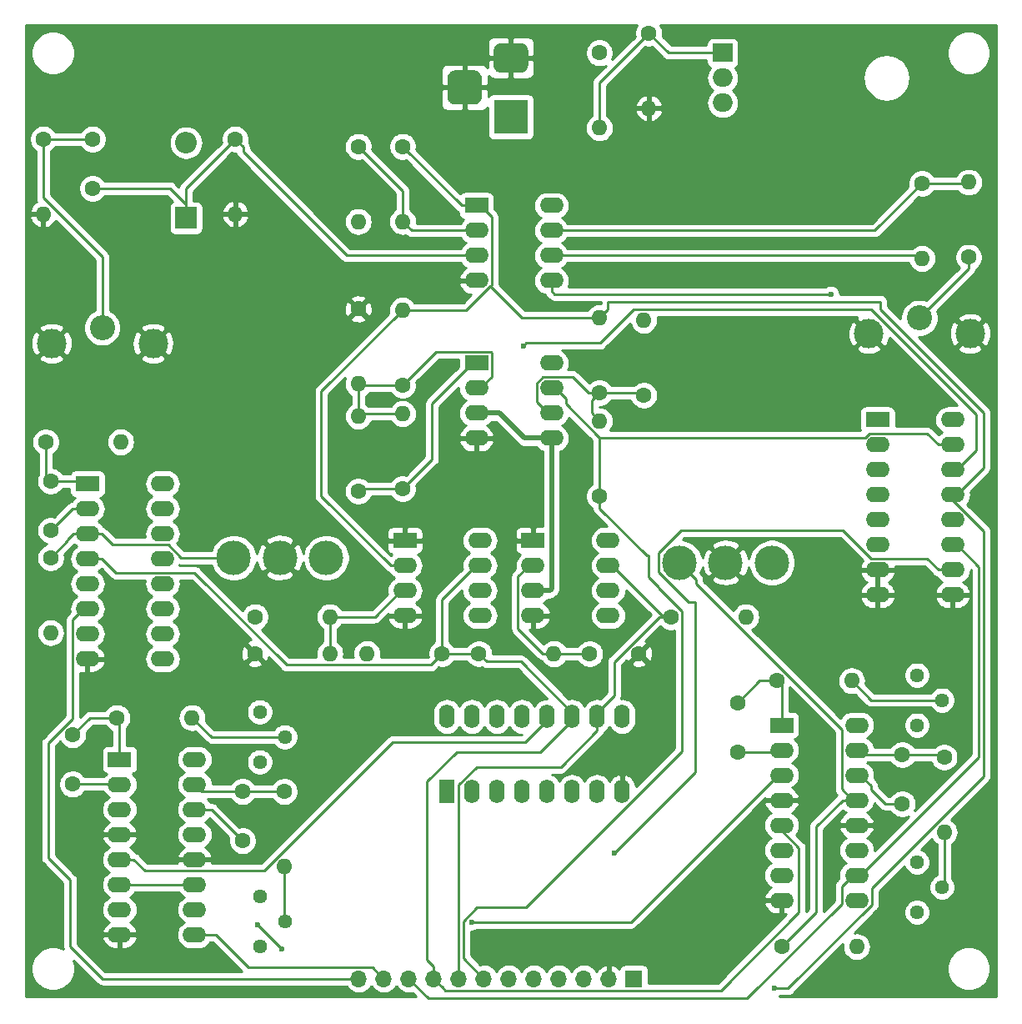
<source format=gbr>
G04 #@! TF.GenerationSoftware,KiCad,Pcbnew,(5.1.4-0-10_14)*
G04 #@! TF.CreationDate,2020-06-13T20:06:41+02:00*
G04 #@! TF.ProjectId,chroma_luma_invert,6368726f-6d61-45f6-9c75-6d615f696e76,rev?*
G04 #@! TF.SameCoordinates,Original*
G04 #@! TF.FileFunction,Copper,L1,Top*
G04 #@! TF.FilePolarity,Positive*
%FSLAX46Y46*%
G04 Gerber Fmt 4.6, Leading zero omitted, Abs format (unit mm)*
G04 Created by KiCad (PCBNEW (5.1.4-0-10_14)) date 2020-06-13 20:06:41*
%MOMM*%
%LPD*%
G04 APERTURE LIST*
%ADD10C,1.600000*%
%ADD11R,2.200000X2.200000*%
%ADD12O,2.200000X2.200000*%
%ADD13C,3.000000*%
%ADD14C,2.550000*%
%ADD15R,3.500000X3.500000*%
%ADD16C,0.100000*%
%ADD17C,3.500000*%
%ADD18R,1.700000X1.700000*%
%ADD19O,1.700000X1.700000*%
%ADD20C,1.440000*%
%ADD21O,2.400000X1.600000*%
%ADD22R,2.400000X1.600000*%
%ADD23R,2.000000X1.905000*%
%ADD24O,2.000000X1.905000*%
%ADD25R,1.600000X2.400000*%
%ADD26O,1.600000X2.400000*%
%ADD27O,1.600000X1.600000*%
%ADD28C,0.600000*%
%ADD29C,0.250000*%
%ADD30C,0.500000*%
%ADD31C,0.254000*%
G04 APERTURE END LIST*
D10*
X112500000Y-52250000D03*
X112500000Y-47250000D03*
X194750000Y-109750000D03*
X194750000Y-114750000D03*
X178000000Y-109500000D03*
X178000000Y-104500000D03*
X168000000Y-99500000D03*
X163000000Y-99500000D03*
X108250000Y-87000000D03*
X108250000Y-82000000D03*
X127750000Y-113500000D03*
X127750000Y-118500000D03*
X110500000Y-112750000D03*
X110500000Y-107750000D03*
D11*
X122000000Y-55250000D03*
D12*
X122000000Y-47630000D03*
D13*
X191350000Y-67000000D03*
X201650000Y-67000000D03*
D14*
X196500000Y-65400000D03*
X113500000Y-66400000D03*
D13*
X118650000Y-68000000D03*
X108350000Y-68000000D03*
D15*
X155000000Y-45000000D03*
D16*
G36*
X156073513Y-37503611D02*
G01*
X156146318Y-37514411D01*
X156217714Y-37532295D01*
X156287013Y-37557090D01*
X156353548Y-37588559D01*
X156416678Y-37626398D01*
X156475795Y-37670242D01*
X156530330Y-37719670D01*
X156579758Y-37774205D01*
X156623602Y-37833322D01*
X156661441Y-37896452D01*
X156692910Y-37962987D01*
X156717705Y-38032286D01*
X156735589Y-38103682D01*
X156746389Y-38176487D01*
X156750000Y-38250000D01*
X156750000Y-39750000D01*
X156746389Y-39823513D01*
X156735589Y-39896318D01*
X156717705Y-39967714D01*
X156692910Y-40037013D01*
X156661441Y-40103548D01*
X156623602Y-40166678D01*
X156579758Y-40225795D01*
X156530330Y-40280330D01*
X156475795Y-40329758D01*
X156416678Y-40373602D01*
X156353548Y-40411441D01*
X156287013Y-40442910D01*
X156217714Y-40467705D01*
X156146318Y-40485589D01*
X156073513Y-40496389D01*
X156000000Y-40500000D01*
X154000000Y-40500000D01*
X153926487Y-40496389D01*
X153853682Y-40485589D01*
X153782286Y-40467705D01*
X153712987Y-40442910D01*
X153646452Y-40411441D01*
X153583322Y-40373602D01*
X153524205Y-40329758D01*
X153469670Y-40280330D01*
X153420242Y-40225795D01*
X153376398Y-40166678D01*
X153338559Y-40103548D01*
X153307090Y-40037013D01*
X153282295Y-39967714D01*
X153264411Y-39896318D01*
X153253611Y-39823513D01*
X153250000Y-39750000D01*
X153250000Y-38250000D01*
X153253611Y-38176487D01*
X153264411Y-38103682D01*
X153282295Y-38032286D01*
X153307090Y-37962987D01*
X153338559Y-37896452D01*
X153376398Y-37833322D01*
X153420242Y-37774205D01*
X153469670Y-37719670D01*
X153524205Y-37670242D01*
X153583322Y-37626398D01*
X153646452Y-37588559D01*
X153712987Y-37557090D01*
X153782286Y-37532295D01*
X153853682Y-37514411D01*
X153926487Y-37503611D01*
X154000000Y-37500000D01*
X156000000Y-37500000D01*
X156073513Y-37503611D01*
X156073513Y-37503611D01*
G37*
D13*
X155000000Y-39000000D03*
D16*
G36*
X151260765Y-40254213D02*
G01*
X151345704Y-40266813D01*
X151428999Y-40287677D01*
X151509848Y-40316605D01*
X151587472Y-40353319D01*
X151661124Y-40397464D01*
X151730094Y-40448616D01*
X151793718Y-40506282D01*
X151851384Y-40569906D01*
X151902536Y-40638876D01*
X151946681Y-40712528D01*
X151983395Y-40790152D01*
X152012323Y-40871001D01*
X152033187Y-40954296D01*
X152045787Y-41039235D01*
X152050000Y-41125000D01*
X152050000Y-42875000D01*
X152045787Y-42960765D01*
X152033187Y-43045704D01*
X152012323Y-43128999D01*
X151983395Y-43209848D01*
X151946681Y-43287472D01*
X151902536Y-43361124D01*
X151851384Y-43430094D01*
X151793718Y-43493718D01*
X151730094Y-43551384D01*
X151661124Y-43602536D01*
X151587472Y-43646681D01*
X151509848Y-43683395D01*
X151428999Y-43712323D01*
X151345704Y-43733187D01*
X151260765Y-43745787D01*
X151175000Y-43750000D01*
X149425000Y-43750000D01*
X149339235Y-43745787D01*
X149254296Y-43733187D01*
X149171001Y-43712323D01*
X149090152Y-43683395D01*
X149012528Y-43646681D01*
X148938876Y-43602536D01*
X148869906Y-43551384D01*
X148806282Y-43493718D01*
X148748616Y-43430094D01*
X148697464Y-43361124D01*
X148653319Y-43287472D01*
X148616605Y-43209848D01*
X148587677Y-43128999D01*
X148566813Y-43045704D01*
X148554213Y-42960765D01*
X148550000Y-42875000D01*
X148550000Y-41125000D01*
X148554213Y-41039235D01*
X148566813Y-40954296D01*
X148587677Y-40871001D01*
X148616605Y-40790152D01*
X148653319Y-40712528D01*
X148697464Y-40638876D01*
X148748616Y-40569906D01*
X148806282Y-40506282D01*
X148869906Y-40448616D01*
X148938876Y-40397464D01*
X149012528Y-40353319D01*
X149090152Y-40316605D01*
X149171001Y-40287677D01*
X149254296Y-40266813D01*
X149339235Y-40254213D01*
X149425000Y-40250000D01*
X151175000Y-40250000D01*
X151260765Y-40254213D01*
X151260765Y-40254213D01*
G37*
D17*
X150300000Y-42000000D03*
D18*
X167500000Y-132500000D03*
D19*
X164960000Y-132500000D03*
X162420000Y-132500000D03*
X159880000Y-132500000D03*
X157340000Y-132500000D03*
X154800000Y-132500000D03*
X152260000Y-132500000D03*
X149720000Y-132500000D03*
X147180000Y-132500000D03*
X144640000Y-132500000D03*
X142100000Y-132500000D03*
X139560000Y-132500000D03*
D20*
X196250000Y-120670000D03*
X198790000Y-123210000D03*
X196250000Y-125750000D03*
X196250000Y-106750000D03*
X198790000Y-104210000D03*
X196250000Y-101670000D03*
X129500000Y-129250000D03*
X132040000Y-126710000D03*
X129500000Y-124170000D03*
X129500000Y-105420000D03*
X132040000Y-107960000D03*
X129500000Y-110500000D03*
D17*
X172100000Y-90250000D03*
X176800000Y-90250000D03*
X181500000Y-90250000D03*
X136250000Y-89750000D03*
X131550000Y-89750000D03*
X126850000Y-89750000D03*
D21*
X159120000Y-54000000D03*
X151500000Y-61620000D03*
X159120000Y-56540000D03*
X151500000Y-59080000D03*
X159120000Y-59080000D03*
X151500000Y-56540000D03*
X159120000Y-61620000D03*
D22*
X151500000Y-54000000D03*
X151500000Y-70000000D03*
D21*
X159120000Y-77620000D03*
X151500000Y-72540000D03*
X159120000Y-75080000D03*
X151500000Y-75080000D03*
X159120000Y-72540000D03*
X151500000Y-77620000D03*
X159120000Y-70000000D03*
D22*
X192250000Y-75750000D03*
D21*
X199870000Y-93530000D03*
X192250000Y-78290000D03*
X199870000Y-90990000D03*
X192250000Y-80830000D03*
X199870000Y-88450000D03*
X192250000Y-83370000D03*
X199870000Y-85910000D03*
X192250000Y-85910000D03*
X199870000Y-83370000D03*
X192250000Y-88450000D03*
X199870000Y-80830000D03*
X192250000Y-90990000D03*
X199870000Y-78290000D03*
X192250000Y-93530000D03*
X199870000Y-75750000D03*
D23*
X176500000Y-38500000D03*
D24*
X176500000Y-41040000D03*
X176500000Y-43580000D03*
D21*
X151870000Y-88000000D03*
X144250000Y-95620000D03*
X151870000Y-90540000D03*
X144250000Y-93080000D03*
X151870000Y-93080000D03*
X144250000Y-90540000D03*
X151870000Y-95620000D03*
D22*
X144250000Y-88000000D03*
X157250000Y-88000000D03*
D21*
X164870000Y-95620000D03*
X157250000Y-90540000D03*
X164870000Y-93080000D03*
X157250000Y-93080000D03*
X164870000Y-90540000D03*
X157250000Y-95620000D03*
X164870000Y-88000000D03*
X190120000Y-106750000D03*
X182500000Y-124530000D03*
X190120000Y-109290000D03*
X182500000Y-121990000D03*
X190120000Y-111830000D03*
X182500000Y-119450000D03*
X190120000Y-114370000D03*
X182500000Y-116910000D03*
X190120000Y-116910000D03*
X182500000Y-114370000D03*
X190120000Y-119450000D03*
X182500000Y-111830000D03*
X190120000Y-121990000D03*
X182500000Y-109290000D03*
X190120000Y-124530000D03*
D22*
X182500000Y-106750000D03*
D21*
X122870000Y-110250000D03*
X115250000Y-128030000D03*
X122870000Y-112790000D03*
X115250000Y-125490000D03*
X122870000Y-115330000D03*
X115250000Y-122950000D03*
X122870000Y-117870000D03*
X115250000Y-120410000D03*
X122870000Y-120410000D03*
X115250000Y-117870000D03*
X122870000Y-122950000D03*
X115250000Y-115330000D03*
X122870000Y-125490000D03*
X115250000Y-112790000D03*
X122870000Y-128030000D03*
D22*
X115250000Y-110250000D03*
D25*
X148500000Y-113500000D03*
D26*
X166280000Y-105880000D03*
X151040000Y-113500000D03*
X163740000Y-105880000D03*
X153580000Y-113500000D03*
X161200000Y-105880000D03*
X156120000Y-113500000D03*
X158660000Y-105880000D03*
X158660000Y-113500000D03*
X156120000Y-105880000D03*
X161200000Y-113500000D03*
X153580000Y-105880000D03*
X163740000Y-113500000D03*
X151040000Y-105880000D03*
X166280000Y-113500000D03*
X148500000Y-105880000D03*
D22*
X112000000Y-82250000D03*
D21*
X119620000Y-100030000D03*
X112000000Y-84790000D03*
X119620000Y-97490000D03*
X112000000Y-87330000D03*
X119620000Y-94950000D03*
X112000000Y-89870000D03*
X119620000Y-92410000D03*
X112000000Y-92410000D03*
X119620000Y-89870000D03*
X112000000Y-94950000D03*
X119620000Y-87330000D03*
X112000000Y-97490000D03*
X119620000Y-84790000D03*
X112000000Y-100030000D03*
X119620000Y-82250000D03*
D10*
X144000000Y-82750000D03*
D27*
X144000000Y-75130000D03*
X201500000Y-51630000D03*
D10*
X201500000Y-59250000D03*
D27*
X139500000Y-75380000D03*
D10*
X139500000Y-83000000D03*
X144000000Y-72250000D03*
D27*
X144000000Y-64630000D03*
D10*
X196750000Y-51750000D03*
D27*
X196750000Y-59370000D03*
D10*
X107500000Y-47250000D03*
D27*
X107500000Y-54870000D03*
D10*
X127000000Y-47250000D03*
D27*
X127000000Y-54870000D03*
X139500000Y-72120000D03*
D10*
X139500000Y-64500000D03*
X144000000Y-48000000D03*
D27*
X144000000Y-55620000D03*
D10*
X139500000Y-48000000D03*
D27*
X139500000Y-55620000D03*
X168500000Y-65630000D03*
D10*
X168500000Y-73250000D03*
D27*
X164000000Y-75880000D03*
D10*
X164000000Y-83500000D03*
X164000000Y-73000000D03*
D27*
X164000000Y-65380000D03*
X164000000Y-46120000D03*
D10*
X164000000Y-38500000D03*
X169000000Y-36500000D03*
D27*
X169000000Y-44120000D03*
X199000000Y-117620000D03*
D10*
X199000000Y-110000000D03*
X148000000Y-99500000D03*
D27*
X140380000Y-99500000D03*
X189620000Y-102250000D03*
D10*
X182000000Y-102250000D03*
X171250000Y-95750000D03*
D27*
X178870000Y-95750000D03*
X159370000Y-99500000D03*
D10*
X151750000Y-99500000D03*
X129000000Y-95750000D03*
D27*
X136620000Y-95750000D03*
X136620000Y-99500000D03*
D10*
X129000000Y-99500000D03*
D27*
X190120000Y-129250000D03*
D10*
X182500000Y-129250000D03*
X107750000Y-78000000D03*
D27*
X115370000Y-78000000D03*
D10*
X132000000Y-113500000D03*
D27*
X132000000Y-121120000D03*
X122620000Y-106000000D03*
D10*
X115000000Y-106000000D03*
D27*
X108250000Y-97370000D03*
D10*
X108250000Y-89750000D03*
D28*
X155500000Y-62000000D03*
X155750000Y-62000000D03*
X156000000Y-62750000D03*
X181750000Y-133500000D03*
X129250000Y-127000000D03*
X131750000Y-129500000D03*
X156250000Y-68250000D03*
X151000000Y-126750000D03*
X165500000Y-119750000D03*
X187500000Y-63000000D03*
D29*
X122000000Y-53900000D02*
X122000000Y-55250000D01*
X120350000Y-52250000D02*
X122000000Y-53900000D01*
X112500000Y-52250000D02*
X120350000Y-52250000D01*
X122000000Y-52250000D02*
X127000000Y-47250000D01*
X122000000Y-55250000D02*
X122000000Y-52250000D01*
X127799999Y-48049999D02*
X127799999Y-48549999D01*
X127000000Y-47250000D02*
X127799999Y-48049999D01*
X138330000Y-59080000D02*
X151500000Y-59080000D01*
X127799999Y-48549999D02*
X138330000Y-59080000D01*
X107500000Y-48381370D02*
X107500000Y-47250000D01*
X107500000Y-53204998D02*
X107500000Y-48381370D01*
X113500000Y-59204998D02*
X107500000Y-53204998D01*
X113500000Y-66400000D02*
X113500000Y-59204998D01*
X107500000Y-47250000D02*
X112500000Y-47250000D01*
X190580000Y-109750000D02*
X190120000Y-109290000D01*
X194750000Y-109750000D02*
X190580000Y-109750000D01*
X198750000Y-109750000D02*
X199000000Y-110000000D01*
X194750000Y-109750000D02*
X198750000Y-109750000D01*
X190520000Y-111830000D02*
X190120000Y-111830000D01*
X191570000Y-113280000D02*
X191570000Y-112880000D01*
X193040000Y-114750000D02*
X191570000Y-113280000D01*
X191570000Y-112880000D02*
X190520000Y-111830000D01*
X194750000Y-114750000D02*
X193040000Y-114750000D01*
X182290000Y-109500000D02*
X182500000Y-109290000D01*
X178000000Y-109500000D02*
X182290000Y-109500000D01*
X180250000Y-102250000D02*
X182000000Y-102250000D01*
X178000000Y-104500000D02*
X180250000Y-102250000D01*
X182500000Y-102750000D02*
X182000000Y-102250000D01*
X182500000Y-106750000D02*
X182500000Y-102750000D01*
X155724990Y-96986360D02*
X158238630Y-99500000D01*
X158238630Y-99500000D02*
X159370000Y-99500000D01*
X155724990Y-91665010D02*
X155724990Y-96986360D01*
X156850000Y-90540000D02*
X155724990Y-91665010D01*
X157250000Y-90540000D02*
X156850000Y-90540000D01*
X159370000Y-99500000D02*
X163000000Y-99500000D01*
X110460000Y-84790000D02*
X112000000Y-84790000D01*
X108250000Y-87000000D02*
X110460000Y-84790000D01*
X111750000Y-82000000D02*
X112000000Y-82250000D01*
X108250000Y-82000000D02*
X111750000Y-82000000D01*
X107750000Y-81500000D02*
X108250000Y-82000000D01*
X107750000Y-78000000D02*
X107750000Y-81500000D01*
X123580000Y-113500000D02*
X122870000Y-112790000D01*
X127750000Y-113500000D02*
X123580000Y-113500000D01*
X127750000Y-113500000D02*
X132000000Y-113500000D01*
X124580000Y-115330000D02*
X122870000Y-115330000D01*
X127750000Y-118500000D02*
X124580000Y-115330000D01*
X115210000Y-112750000D02*
X115250000Y-112790000D01*
X110500000Y-112750000D02*
X115210000Y-112750000D01*
X112250000Y-106000000D02*
X115000000Y-106000000D01*
X110500000Y-107750000D02*
X112250000Y-106000000D01*
X115250000Y-106250000D02*
X115000000Y-106000000D01*
X115250000Y-110250000D02*
X115250000Y-106250000D01*
D30*
X151500000Y-75080000D02*
X153830000Y-75080000D01*
X156370000Y-77620000D02*
X159120000Y-77620000D01*
X153830000Y-75080000D02*
X156370000Y-77620000D01*
X159120000Y-78920000D02*
X159120000Y-77620000D01*
X159120000Y-92910000D02*
X159120000Y-78920000D01*
X158950000Y-93080000D02*
X159120000Y-92910000D01*
X157250000Y-93080000D02*
X158950000Y-93080000D01*
D29*
X150000000Y-54000000D02*
X151500000Y-54000000D01*
X144000000Y-48000000D02*
X150000000Y-54000000D01*
X153025010Y-55125010D02*
X151900000Y-54000000D01*
X151900000Y-54000000D02*
X151500000Y-54000000D01*
X153025010Y-62085994D02*
X153025010Y-55125010D01*
X144000000Y-64630000D02*
X150481004Y-64630000D01*
X142800000Y-90540000D02*
X135750000Y-83490000D01*
X144250000Y-90540000D02*
X142800000Y-90540000D01*
X135750000Y-72880000D02*
X144000000Y-64630000D01*
X135750000Y-83490000D02*
X135750000Y-72880000D01*
X199870000Y-83918996D02*
X203000000Y-87048996D01*
X199870000Y-83370000D02*
X199870000Y-83918996D01*
X191645010Y-123309988D02*
X191645010Y-124995994D01*
X203000000Y-111954998D02*
X191645010Y-123309988D01*
X183141004Y-133500000D02*
X181750000Y-133500000D01*
X191645010Y-124995994D02*
X183141004Y-133500000D01*
X203000000Y-87048996D02*
X203000000Y-111954998D01*
X164875001Y-63750000D02*
X192504999Y-63750000D01*
X192504999Y-64504999D02*
X203000000Y-75000000D01*
X200270000Y-83370000D02*
X199870000Y-83370000D01*
X203000000Y-80640000D02*
X200270000Y-83370000D01*
X203000000Y-75000000D02*
X203000000Y-80640000D01*
X152930502Y-62180502D02*
X153025010Y-62085994D01*
X156130000Y-65380000D02*
X152930502Y-62180502D01*
X164000000Y-65380000D02*
X156130000Y-65380000D01*
X150481004Y-64630000D02*
X152930502Y-62180502D01*
X164000000Y-65380000D02*
X164875001Y-64504999D01*
X164875001Y-64504999D02*
X164875001Y-63750000D01*
X192504999Y-64504999D02*
X192504999Y-63750000D01*
X151100000Y-70000000D02*
X147000000Y-74100000D01*
X151500000Y-70000000D02*
X151100000Y-70000000D01*
X147000000Y-79750000D02*
X144000000Y-82750000D01*
X147000000Y-74100000D02*
X147000000Y-79750000D01*
X139750000Y-82750000D02*
X139500000Y-83000000D01*
X144000000Y-82750000D02*
X139750000Y-82750000D01*
X130005001Y-127755001D02*
X131750000Y-129500000D01*
X129250000Y-127000000D02*
X130005001Y-127755001D01*
X191556001Y-64504999D02*
X202250000Y-75198998D01*
X167495001Y-64504999D02*
X191556001Y-64504999D01*
X164049999Y-67950001D02*
X167495001Y-64504999D01*
X200270000Y-80830000D02*
X199870000Y-80830000D01*
X202250000Y-78850000D02*
X200270000Y-80830000D01*
X202250000Y-75198998D02*
X202250000Y-78850000D01*
X156250000Y-68250000D02*
X156549999Y-67950001D01*
X156549999Y-67950001D02*
X164049999Y-67950001D01*
X164000000Y-77545002D02*
X164000000Y-82368630D01*
X160570000Y-74115002D02*
X164000000Y-77545002D01*
X160570000Y-73590000D02*
X160570000Y-74115002D01*
X159520000Y-72540000D02*
X160570000Y-73590000D01*
X164000000Y-82368630D02*
X164000000Y-83500000D01*
X159120000Y-72540000D02*
X159520000Y-72540000D01*
X198420000Y-78290000D02*
X199870000Y-78290000D01*
X197294990Y-77164990D02*
X198420000Y-78290000D01*
X191384006Y-77164990D02*
X197294990Y-77164990D01*
X191003994Y-77545002D02*
X191384006Y-77164990D01*
X164000000Y-77545002D02*
X191003994Y-77545002D01*
X172375001Y-109396003D02*
X156521004Y-125250000D01*
X172375001Y-95209999D02*
X172375001Y-109396003D01*
X170024999Y-92859997D02*
X172375001Y-95209999D01*
X169000000Y-89546372D02*
X169000000Y-91750000D01*
X164000000Y-83500000D02*
X164000000Y-84631370D01*
X151574998Y-125250000D02*
X150170010Y-126654988D01*
X156521004Y-125250000D02*
X151574998Y-125250000D01*
X150170010Y-130410010D02*
X152260000Y-132500000D01*
X150170010Y-126654988D02*
X150170010Y-130410010D01*
X170024999Y-92774999D02*
X169000000Y-91750000D01*
X170024999Y-92859997D02*
X170024999Y-92774999D01*
X169000000Y-89546372D02*
X168796372Y-89546372D01*
X168796372Y-89546372D02*
X164000000Y-84750000D01*
X164000000Y-84750000D02*
X164000000Y-83500000D01*
X147200001Y-100299999D02*
X148000000Y-99500000D01*
X146874999Y-100625001D02*
X147200001Y-100299999D01*
X132209999Y-100625001D02*
X146874999Y-100625001D01*
X122869988Y-91284990D02*
X132209999Y-100625001D01*
X114864990Y-91284990D02*
X122869988Y-91284990D01*
X113450000Y-89870000D02*
X114864990Y-91284990D01*
X112000000Y-89870000D02*
X113450000Y-89870000D01*
X148000000Y-99500000D02*
X151750000Y-99500000D01*
X148000000Y-94010000D02*
X151470000Y-90540000D01*
X151470000Y-90540000D02*
X151870000Y-90540000D01*
X148000000Y-99500000D02*
X148000000Y-94010000D01*
X161200000Y-105480000D02*
X161200000Y-105880000D01*
X152549999Y-100299999D02*
X156019999Y-100299999D01*
X156019999Y-100299999D02*
X161200000Y-105480000D01*
X151750000Y-99500000D02*
X152549999Y-100299999D01*
X149500000Y-109500000D02*
X146500000Y-112500000D01*
X157980000Y-109500000D02*
X149500000Y-109500000D01*
X161200000Y-106280000D02*
X157980000Y-109500000D01*
X161200000Y-105880000D02*
X161200000Y-106280000D01*
X146500000Y-130617919D02*
X147180000Y-131297919D01*
X147180000Y-131297919D02*
X147180000Y-132500000D01*
X146500000Y-112500000D02*
X146500000Y-130617919D01*
X184250000Y-119208996D02*
X184250000Y-125750000D01*
X182500000Y-117458996D02*
X184250000Y-119208996D01*
X182500000Y-116910000D02*
X182500000Y-117458996D01*
X148029999Y-133349999D02*
X147180000Y-132500000D01*
X176324999Y-133675001D02*
X148355001Y-133675001D01*
X148355001Y-133675001D02*
X148029999Y-133349999D01*
X184250000Y-125750000D02*
X176324999Y-133675001D01*
X163740000Y-105480000D02*
X165500000Y-103720000D01*
X163740000Y-105880000D02*
X163740000Y-105480000D01*
X170118630Y-95750000D02*
X171250000Y-95750000D01*
X170084998Y-95750000D02*
X170118630Y-95750000D01*
X165500000Y-100334998D02*
X170084998Y-95750000D01*
X165500000Y-103720000D02*
X165500000Y-100334998D01*
X165270000Y-90540000D02*
X170480000Y-95750000D01*
X170480000Y-95750000D02*
X171250000Y-95750000D01*
X164870000Y-90540000D02*
X165270000Y-90540000D01*
X163740000Y-107330000D02*
X160070000Y-111000000D01*
X163740000Y-105880000D02*
X163740000Y-107330000D01*
X149720000Y-131297919D02*
X149720000Y-132500000D01*
X151548996Y-111000000D02*
X149720000Y-112828996D01*
X149720000Y-112828996D02*
X149720000Y-131297919D01*
X160070000Y-111000000D02*
X151548996Y-111000000D01*
X188594990Y-124905010D02*
X179000000Y-134500000D01*
X188594990Y-123115010D02*
X188594990Y-124905010D01*
X189720000Y-121990000D02*
X188594990Y-123115010D01*
X190120000Y-121990000D02*
X189720000Y-121990000D01*
X179000000Y-134500000D02*
X146640000Y-134500000D01*
X146640000Y-134500000D02*
X144640000Y-132500000D01*
X190520000Y-121990000D02*
X202500000Y-110010000D01*
X190120000Y-121990000D02*
X190520000Y-121990000D01*
X200270000Y-88450000D02*
X199870000Y-88450000D01*
X202500000Y-90680000D02*
X200270000Y-88450000D01*
X202500000Y-110010000D02*
X202500000Y-90680000D01*
X140924999Y-131324999D02*
X128324999Y-131324999D01*
X142100000Y-132500000D02*
X140924999Y-131324999D01*
X125030000Y-128030000D02*
X122870000Y-128030000D01*
X128324999Y-131324999D02*
X125030000Y-128030000D01*
X167180000Y-126750000D02*
X151000000Y-126750000D01*
X182100000Y-111830000D02*
X167180000Y-126750000D01*
X182500000Y-111830000D02*
X182100000Y-111830000D01*
X111600000Y-94950000D02*
X110474990Y-96075010D01*
X110474990Y-106110008D02*
X108000000Y-108584998D01*
X110474990Y-96075010D02*
X110474990Y-106110008D01*
X112000000Y-94950000D02*
X111600000Y-94950000D01*
X108000000Y-120231004D02*
X110250000Y-122481004D01*
X108000000Y-108584998D02*
X108000000Y-120231004D01*
X138357919Y-132500000D02*
X139560000Y-132500000D01*
X113500000Y-132500000D02*
X138357919Y-132500000D01*
X110250000Y-129250000D02*
X113500000Y-132500000D01*
X110250000Y-122481004D02*
X110250000Y-129250000D01*
X165500000Y-119750000D02*
X173750000Y-111500000D01*
X173750000Y-111500000D02*
X173750000Y-94250000D01*
X170024999Y-91246001D02*
X170024999Y-89253999D01*
X170024999Y-89253999D02*
X172278998Y-87000000D01*
X173028998Y-94250000D02*
X170024999Y-91246001D01*
X173750000Y-94250000D02*
X173028998Y-94250000D01*
X198420000Y-90990000D02*
X199870000Y-90990000D01*
X191614990Y-89864990D02*
X197294990Y-89864990D01*
X197294990Y-89864990D02*
X198420000Y-90990000D01*
X188750000Y-87000000D02*
X191614990Y-89864990D01*
X172278998Y-87000000D02*
X188750000Y-87000000D01*
X139500000Y-75380000D02*
X139500000Y-72120000D01*
X139630000Y-72250000D02*
X139500000Y-72120000D01*
X144000000Y-72250000D02*
X139630000Y-72250000D01*
X151900000Y-72540000D02*
X151500000Y-72540000D01*
X153025001Y-71414999D02*
X151900000Y-72540000D01*
X153025001Y-68939999D02*
X153025001Y-71414999D01*
X152960001Y-68874999D02*
X153025001Y-68939999D01*
X147375001Y-68874999D02*
X152960001Y-68874999D01*
X144000000Y-72250000D02*
X147375001Y-68874999D01*
X139750000Y-75130000D02*
X139500000Y-75380000D01*
X144000000Y-75130000D02*
X139750000Y-75130000D01*
X191960000Y-56540000D02*
X196750000Y-51750000D01*
X159120000Y-56540000D02*
X191960000Y-56540000D01*
X201380000Y-51750000D02*
X201500000Y-51630000D01*
X196750000Y-51750000D02*
X201380000Y-51750000D01*
X196460000Y-59080000D02*
X196750000Y-59370000D01*
X159120000Y-59080000D02*
X196460000Y-59080000D01*
X144920000Y-56540000D02*
X144000000Y-55620000D01*
X151500000Y-56540000D02*
X144920000Y-56540000D01*
X144000000Y-52500000D02*
X139500000Y-48000000D01*
X144000000Y-55620000D02*
X144000000Y-52500000D01*
X163200001Y-73799999D02*
X164000000Y-73000000D01*
X163200001Y-75080001D02*
X163200001Y-73799999D01*
X164000000Y-75880000D02*
X163200001Y-75080001D01*
X157594990Y-73954990D02*
X158720000Y-75080000D01*
X158720000Y-75080000D02*
X159120000Y-75080000D01*
X157594990Y-72074006D02*
X157594990Y-73954990D01*
X161283620Y-71414990D02*
X158254006Y-71414990D01*
X162868630Y-73000000D02*
X161283620Y-71414990D01*
X158254006Y-71414990D02*
X157594990Y-72074006D01*
X164000000Y-73000000D02*
X162868630Y-73000000D01*
X168250000Y-73000000D02*
X168500000Y-73250000D01*
X164000000Y-73000000D02*
X168250000Y-73000000D01*
X171000000Y-38500000D02*
X169000000Y-36500000D01*
X176500000Y-38500000D02*
X171000000Y-38500000D01*
X164000000Y-41500000D02*
X164000000Y-46120000D01*
X169000000Y-36500000D02*
X164000000Y-41500000D01*
X199000000Y-123000000D02*
X198790000Y-123210000D01*
X199000000Y-117620000D02*
X199000000Y-123000000D01*
X191580000Y-104210000D02*
X198790000Y-104210000D01*
X189620000Y-102250000D02*
X191580000Y-104210000D01*
X143850000Y-93080000D02*
X144250000Y-93080000D01*
X141180000Y-95750000D02*
X143850000Y-93080000D01*
X136620000Y-95750000D02*
X141180000Y-95750000D01*
X136620000Y-96881370D02*
X136620000Y-99500000D01*
X136620000Y-95750000D02*
X136620000Y-96881370D01*
X188670000Y-114370000D02*
X190120000Y-114370000D01*
X186000000Y-117040000D02*
X188670000Y-114370000D01*
X186000000Y-125750000D02*
X186000000Y-117040000D01*
X182500000Y-129250000D02*
X186000000Y-125750000D01*
X189720000Y-114370000D02*
X190120000Y-114370000D01*
X188594990Y-113244990D02*
X189720000Y-114370000D01*
X188594990Y-107179988D02*
X188594990Y-113244990D01*
X173849999Y-92434997D02*
X188594990Y-107179988D01*
X173849999Y-91999999D02*
X173849999Y-92434997D01*
X172100000Y-90250000D02*
X173849999Y-91999999D01*
X132000000Y-126670000D02*
X132040000Y-126710000D01*
X132000000Y-121120000D02*
X132000000Y-126670000D01*
X124580000Y-107960000D02*
X122620000Y-106000000D01*
X132040000Y-107960000D02*
X124580000Y-107960000D01*
X108250000Y-89750000D02*
X110000000Y-88000000D01*
X110550000Y-87330000D02*
X112000000Y-87330000D01*
X110000000Y-87880000D02*
X110550000Y-87330000D01*
X110000000Y-88000000D02*
X110000000Y-87880000D01*
X114575010Y-88455010D02*
X113450000Y-87330000D01*
X113450000Y-87330000D02*
X112000000Y-87330000D01*
X120196014Y-88455010D02*
X114575010Y-88455010D01*
X121491004Y-89750000D02*
X120196014Y-88455010D01*
X126850000Y-89750000D02*
X121491004Y-89750000D01*
X159120000Y-62670000D02*
X159120000Y-61620000D01*
X159450000Y-63000000D02*
X159120000Y-62670000D01*
X187500000Y-63000000D02*
X159450000Y-63000000D01*
X115250000Y-122950000D02*
X122870000Y-122950000D01*
X129919988Y-121535010D02*
X142954998Y-108500000D01*
X117825010Y-121535010D02*
X129919988Y-121535010D01*
X116700000Y-120410000D02*
X117825010Y-121535010D01*
X115250000Y-120410000D02*
X116700000Y-120410000D01*
X158660000Y-106280000D02*
X158660000Y-105880000D01*
X156440000Y-108500000D02*
X158660000Y-106280000D01*
X142954998Y-108500000D02*
X156440000Y-108500000D01*
X201500000Y-60400000D02*
X196500000Y-65400000D01*
X201500000Y-59250000D02*
X201500000Y-60400000D01*
D31*
G36*
X167728320Y-35820273D02*
G01*
X167620147Y-36081426D01*
X167565000Y-36358665D01*
X167565000Y-36641335D01*
X167601312Y-36823886D01*
X165290212Y-39134987D01*
X165379853Y-38918574D01*
X165435000Y-38641335D01*
X165435000Y-38358665D01*
X165379853Y-38081426D01*
X165271680Y-37820273D01*
X165114637Y-37585241D01*
X164914759Y-37385363D01*
X164679727Y-37228320D01*
X164418574Y-37120147D01*
X164141335Y-37065000D01*
X163858665Y-37065000D01*
X163581426Y-37120147D01*
X163320273Y-37228320D01*
X163085241Y-37385363D01*
X162885363Y-37585241D01*
X162728320Y-37820273D01*
X162620147Y-38081426D01*
X162565000Y-38358665D01*
X162565000Y-38641335D01*
X162620147Y-38918574D01*
X162728320Y-39179727D01*
X162885363Y-39414759D01*
X163085241Y-39614637D01*
X163320273Y-39771680D01*
X163581426Y-39879853D01*
X163858665Y-39935000D01*
X164141335Y-39935000D01*
X164418574Y-39879853D01*
X164634987Y-39790212D01*
X163489003Y-40936196D01*
X163459999Y-40959999D01*
X163404871Y-41027174D01*
X163365026Y-41075724D01*
X163333342Y-41135000D01*
X163294454Y-41207754D01*
X163250997Y-41351015D01*
X163240000Y-41462668D01*
X163240000Y-41462678D01*
X163236324Y-41500000D01*
X163240000Y-41537323D01*
X163240001Y-44899099D01*
X163198899Y-44921068D01*
X162980392Y-45100392D01*
X162801068Y-45318899D01*
X162667818Y-45568192D01*
X162585764Y-45838691D01*
X162558057Y-46120000D01*
X162585764Y-46401309D01*
X162667818Y-46671808D01*
X162801068Y-46921101D01*
X162980392Y-47139608D01*
X163198899Y-47318932D01*
X163448192Y-47452182D01*
X163718691Y-47534236D01*
X163929508Y-47555000D01*
X164070492Y-47555000D01*
X164281309Y-47534236D01*
X164551808Y-47452182D01*
X164801101Y-47318932D01*
X165019608Y-47139608D01*
X165198932Y-46921101D01*
X165332182Y-46671808D01*
X165414236Y-46401309D01*
X165441943Y-46120000D01*
X165414236Y-45838691D01*
X165332182Y-45568192D01*
X165198932Y-45318899D01*
X165019608Y-45100392D01*
X164801101Y-44921068D01*
X164760000Y-44899099D01*
X164760000Y-44469040D01*
X167608091Y-44469040D01*
X167702930Y-44733881D01*
X167847615Y-44975131D01*
X168036586Y-45183519D01*
X168262580Y-45351037D01*
X168516913Y-45471246D01*
X168650961Y-45511904D01*
X168873000Y-45389915D01*
X168873000Y-44247000D01*
X169127000Y-44247000D01*
X169127000Y-45389915D01*
X169349039Y-45511904D01*
X169483087Y-45471246D01*
X169737420Y-45351037D01*
X169963414Y-45183519D01*
X170152385Y-44975131D01*
X170297070Y-44733881D01*
X170391909Y-44469040D01*
X170270624Y-44247000D01*
X169127000Y-44247000D01*
X168873000Y-44247000D01*
X167729376Y-44247000D01*
X167608091Y-44469040D01*
X164760000Y-44469040D01*
X164760000Y-43770960D01*
X167608091Y-43770960D01*
X167729376Y-43993000D01*
X168873000Y-43993000D01*
X168873000Y-42850085D01*
X169127000Y-42850085D01*
X169127000Y-43993000D01*
X170270624Y-43993000D01*
X170391909Y-43770960D01*
X170297070Y-43506119D01*
X170152385Y-43264869D01*
X169963414Y-43056481D01*
X169737420Y-42888963D01*
X169483087Y-42768754D01*
X169349039Y-42728096D01*
X169127000Y-42850085D01*
X168873000Y-42850085D01*
X168650961Y-42728096D01*
X168516913Y-42768754D01*
X168262580Y-42888963D01*
X168036586Y-43056481D01*
X167847615Y-43264869D01*
X167702930Y-43506119D01*
X167608091Y-43770960D01*
X164760000Y-43770960D01*
X164760000Y-41814801D01*
X168676114Y-37898688D01*
X168858665Y-37935000D01*
X169141335Y-37935000D01*
X169323886Y-37898688D01*
X170436201Y-39011003D01*
X170459999Y-39040001D01*
X170488997Y-39063799D01*
X170575723Y-39134974D01*
X170707753Y-39205546D01*
X170851014Y-39249003D01*
X170962667Y-39260000D01*
X170962676Y-39260000D01*
X170999999Y-39263676D01*
X171037322Y-39260000D01*
X174861928Y-39260000D01*
X174861928Y-39452500D01*
X174874188Y-39576982D01*
X174910498Y-39696680D01*
X174969463Y-39806994D01*
X175048815Y-39903685D01*
X175145506Y-39983037D01*
X175229446Y-40027905D01*
X175126155Y-40153765D01*
X174978745Y-40429551D01*
X174887970Y-40728796D01*
X174857319Y-41040000D01*
X174887970Y-41351204D01*
X174978745Y-41650449D01*
X175126155Y-41926235D01*
X175324537Y-42167963D01*
X175497609Y-42310000D01*
X175324537Y-42452037D01*
X175126155Y-42693765D01*
X174978745Y-42969551D01*
X174887970Y-43268796D01*
X174857319Y-43580000D01*
X174887970Y-43891204D01*
X174978745Y-44190449D01*
X175126155Y-44466235D01*
X175324537Y-44707963D01*
X175566265Y-44906345D01*
X175842051Y-45053755D01*
X176141296Y-45144530D01*
X176374514Y-45167500D01*
X176625486Y-45167500D01*
X176858704Y-45144530D01*
X177157949Y-45053755D01*
X177433735Y-44906345D01*
X177675463Y-44707963D01*
X177873845Y-44466235D01*
X178021255Y-44190449D01*
X178112030Y-43891204D01*
X178142681Y-43580000D01*
X178112030Y-43268796D01*
X178021255Y-42969551D01*
X177873845Y-42693765D01*
X177675463Y-42452037D01*
X177502391Y-42310000D01*
X177675463Y-42167963D01*
X177873845Y-41926235D01*
X178021255Y-41650449D01*
X178112030Y-41351204D01*
X178142681Y-41040000D01*
X190763461Y-41040000D01*
X190809510Y-41507542D01*
X190945887Y-41957116D01*
X191167351Y-42371446D01*
X191465391Y-42734609D01*
X191828554Y-43032649D01*
X192242884Y-43254113D01*
X192692458Y-43390490D01*
X193042843Y-43425000D01*
X193277157Y-43425000D01*
X193627542Y-43390490D01*
X194077116Y-43254113D01*
X194491446Y-43032649D01*
X194854609Y-42734609D01*
X195152649Y-42371446D01*
X195374113Y-41957116D01*
X195510490Y-41507542D01*
X195556539Y-41040000D01*
X195510490Y-40572458D01*
X195374113Y-40122884D01*
X195152649Y-39708554D01*
X194854609Y-39345391D01*
X194491446Y-39047351D01*
X194077116Y-38825887D01*
X193627542Y-38689510D01*
X193277157Y-38655000D01*
X193042843Y-38655000D01*
X192692458Y-38689510D01*
X192242884Y-38825887D01*
X191828554Y-39047351D01*
X191465391Y-39345391D01*
X191167351Y-39708554D01*
X190945887Y-40122884D01*
X190809510Y-40572458D01*
X190763461Y-41040000D01*
X178142681Y-41040000D01*
X178112030Y-40728796D01*
X178021255Y-40429551D01*
X177873845Y-40153765D01*
X177770554Y-40027905D01*
X177854494Y-39983037D01*
X177951185Y-39903685D01*
X178030537Y-39806994D01*
X178089502Y-39696680D01*
X178125812Y-39576982D01*
X178138072Y-39452500D01*
X178138072Y-38279872D01*
X199265000Y-38279872D01*
X199265000Y-38720128D01*
X199350890Y-39151925D01*
X199519369Y-39558669D01*
X199763962Y-39924729D01*
X200075271Y-40236038D01*
X200441331Y-40480631D01*
X200848075Y-40649110D01*
X201279872Y-40735000D01*
X201720128Y-40735000D01*
X202151925Y-40649110D01*
X202558669Y-40480631D01*
X202924729Y-40236038D01*
X203236038Y-39924729D01*
X203480631Y-39558669D01*
X203649110Y-39151925D01*
X203735000Y-38720128D01*
X203735000Y-38279872D01*
X203649110Y-37848075D01*
X203480631Y-37441331D01*
X203236038Y-37075271D01*
X202924729Y-36763962D01*
X202558669Y-36519369D01*
X202151925Y-36350890D01*
X201720128Y-36265000D01*
X201279872Y-36265000D01*
X200848075Y-36350890D01*
X200441331Y-36519369D01*
X200075271Y-36763962D01*
X199763962Y-37075271D01*
X199519369Y-37441331D01*
X199350890Y-37848075D01*
X199265000Y-38279872D01*
X178138072Y-38279872D01*
X178138072Y-37547500D01*
X178125812Y-37423018D01*
X178089502Y-37303320D01*
X178030537Y-37193006D01*
X177951185Y-37096315D01*
X177854494Y-37016963D01*
X177744180Y-36957998D01*
X177624482Y-36921688D01*
X177500000Y-36909428D01*
X175500000Y-36909428D01*
X175375518Y-36921688D01*
X175255820Y-36957998D01*
X175145506Y-37016963D01*
X175048815Y-37096315D01*
X174969463Y-37193006D01*
X174910498Y-37303320D01*
X174874188Y-37423018D01*
X174861928Y-37547500D01*
X174861928Y-37740000D01*
X171314802Y-37740000D01*
X170398688Y-36823886D01*
X170435000Y-36641335D01*
X170435000Y-36358665D01*
X170379853Y-36081426D01*
X170271680Y-35820273D01*
X170197998Y-35710000D01*
X204290000Y-35710000D01*
X204290001Y-134290000D01*
X182250637Y-134290000D01*
X182295535Y-134260000D01*
X183103682Y-134260000D01*
X183141004Y-134263676D01*
X183178326Y-134260000D01*
X183178337Y-134260000D01*
X183289990Y-134249003D01*
X183433251Y-134205546D01*
X183565280Y-134134974D01*
X183681005Y-134040001D01*
X183704808Y-134010997D01*
X186435933Y-131279872D01*
X199265000Y-131279872D01*
X199265000Y-131720128D01*
X199350890Y-132151925D01*
X199519369Y-132558669D01*
X199763962Y-132924729D01*
X200075271Y-133236038D01*
X200441331Y-133480631D01*
X200848075Y-133649110D01*
X201279872Y-133735000D01*
X201720128Y-133735000D01*
X202151925Y-133649110D01*
X202558669Y-133480631D01*
X202924729Y-133236038D01*
X203236038Y-132924729D01*
X203480631Y-132558669D01*
X203649110Y-132151925D01*
X203735000Y-131720128D01*
X203735000Y-131279872D01*
X203649110Y-130848075D01*
X203480631Y-130441331D01*
X203236038Y-130075271D01*
X202924729Y-129763962D01*
X202558669Y-129519369D01*
X202151925Y-129350890D01*
X201720128Y-129265000D01*
X201279872Y-129265000D01*
X200848075Y-129350890D01*
X200441331Y-129519369D01*
X200075271Y-129763962D01*
X199763962Y-130075271D01*
X199519369Y-130441331D01*
X199350890Y-130848075D01*
X199265000Y-131279872D01*
X186435933Y-131279872D01*
X188701246Y-129014559D01*
X188678057Y-129250000D01*
X188705764Y-129531309D01*
X188787818Y-129801808D01*
X188921068Y-130051101D01*
X189100392Y-130269608D01*
X189318899Y-130448932D01*
X189568192Y-130582182D01*
X189838691Y-130664236D01*
X190049508Y-130685000D01*
X190190492Y-130685000D01*
X190401309Y-130664236D01*
X190671808Y-130582182D01*
X190921101Y-130448932D01*
X191139608Y-130269608D01*
X191318932Y-130051101D01*
X191452182Y-129801808D01*
X191534236Y-129531309D01*
X191561943Y-129250000D01*
X191534236Y-128968691D01*
X191452182Y-128698192D01*
X191318932Y-128448899D01*
X191139608Y-128230392D01*
X190921101Y-128051068D01*
X190671808Y-127917818D01*
X190401309Y-127835764D01*
X190190492Y-127815000D01*
X190049508Y-127815000D01*
X189884559Y-127831246D01*
X192099261Y-125616544D01*
X194895000Y-125616544D01*
X194895000Y-125883456D01*
X194947072Y-126145239D01*
X195049215Y-126391833D01*
X195197503Y-126613762D01*
X195386238Y-126802497D01*
X195608167Y-126950785D01*
X195854761Y-127052928D01*
X196116544Y-127105000D01*
X196383456Y-127105000D01*
X196645239Y-127052928D01*
X196891833Y-126950785D01*
X197113762Y-126802497D01*
X197302497Y-126613762D01*
X197450785Y-126391833D01*
X197552928Y-126145239D01*
X197605000Y-125883456D01*
X197605000Y-125616544D01*
X197552928Y-125354761D01*
X197450785Y-125108167D01*
X197302497Y-124886238D01*
X197113762Y-124697503D01*
X196891833Y-124549215D01*
X196645239Y-124447072D01*
X196383456Y-124395000D01*
X196116544Y-124395000D01*
X195854761Y-124447072D01*
X195608167Y-124549215D01*
X195386238Y-124697503D01*
X195197503Y-124886238D01*
X195049215Y-125108167D01*
X194947072Y-125354761D01*
X194895000Y-125616544D01*
X192099261Y-125616544D01*
X192156013Y-125559793D01*
X192185011Y-125535995D01*
X192279984Y-125420270D01*
X192350556Y-125288241D01*
X192394013Y-125144980D01*
X192405010Y-125033327D01*
X192408687Y-124995994D01*
X192405010Y-124958661D01*
X192405010Y-123624789D01*
X194952194Y-121077605D01*
X195049215Y-121311833D01*
X195197503Y-121533762D01*
X195386238Y-121722497D01*
X195608167Y-121870785D01*
X195854761Y-121972928D01*
X196116544Y-122025000D01*
X196383456Y-122025000D01*
X196645239Y-121972928D01*
X196891833Y-121870785D01*
X197113762Y-121722497D01*
X197302497Y-121533762D01*
X197450785Y-121311833D01*
X197552928Y-121065239D01*
X197605000Y-120803456D01*
X197605000Y-120536544D01*
X197552928Y-120274761D01*
X197450785Y-120028167D01*
X197302497Y-119806238D01*
X197113762Y-119617503D01*
X196891833Y-119469215D01*
X196657605Y-119372194D01*
X197734061Y-118295739D01*
X197801068Y-118421101D01*
X197980392Y-118639608D01*
X198198899Y-118818932D01*
X198240000Y-118840901D01*
X198240001Y-121971176D01*
X198148167Y-122009215D01*
X197926238Y-122157503D01*
X197737503Y-122346238D01*
X197589215Y-122568167D01*
X197487072Y-122814761D01*
X197435000Y-123076544D01*
X197435000Y-123343456D01*
X197487072Y-123605239D01*
X197589215Y-123851833D01*
X197737503Y-124073762D01*
X197926238Y-124262497D01*
X198148167Y-124410785D01*
X198394761Y-124512928D01*
X198656544Y-124565000D01*
X198923456Y-124565000D01*
X199185239Y-124512928D01*
X199431833Y-124410785D01*
X199653762Y-124262497D01*
X199842497Y-124073762D01*
X199990785Y-123851833D01*
X200092928Y-123605239D01*
X200145000Y-123343456D01*
X200145000Y-123076544D01*
X200092928Y-122814761D01*
X199990785Y-122568167D01*
X199842497Y-122346238D01*
X199760000Y-122263741D01*
X199760000Y-118840901D01*
X199801101Y-118818932D01*
X200019608Y-118639608D01*
X200198932Y-118421101D01*
X200332182Y-118171808D01*
X200414236Y-117901309D01*
X200441943Y-117620000D01*
X200414236Y-117338691D01*
X200332182Y-117068192D01*
X200198932Y-116818899D01*
X200019608Y-116600392D01*
X199801101Y-116421068D01*
X199675739Y-116354061D01*
X203511003Y-112518797D01*
X203540001Y-112494999D01*
X203634974Y-112379274D01*
X203705546Y-112247245D01*
X203749003Y-112103984D01*
X203760000Y-111992331D01*
X203760000Y-111992321D01*
X203763676Y-111954998D01*
X203760000Y-111917675D01*
X203760000Y-87086318D01*
X203763676Y-87048995D01*
X203760000Y-87011672D01*
X203760000Y-87011663D01*
X203749003Y-86900010D01*
X203705546Y-86756749D01*
X203634974Y-86624720D01*
X203599444Y-86581426D01*
X203563799Y-86537992D01*
X203563795Y-86537988D01*
X203540001Y-86508995D01*
X203511009Y-86485202D01*
X201346315Y-84320510D01*
X201468932Y-84171101D01*
X201602182Y-83921808D01*
X201684236Y-83651309D01*
X201711943Y-83370000D01*
X201684236Y-83088691D01*
X201670708Y-83044094D01*
X203511003Y-81203799D01*
X203540001Y-81180001D01*
X203566332Y-81147917D01*
X203634974Y-81064277D01*
X203705546Y-80932247D01*
X203734813Y-80835764D01*
X203749003Y-80788986D01*
X203760000Y-80677333D01*
X203760000Y-80677324D01*
X203763676Y-80640001D01*
X203760000Y-80602678D01*
X203760000Y-75037325D01*
X203763676Y-75000000D01*
X203760000Y-74962675D01*
X203760000Y-74962667D01*
X203749003Y-74851014D01*
X203705546Y-74707753D01*
X203634974Y-74575724D01*
X203540001Y-74459999D01*
X203511004Y-74436202D01*
X197566455Y-68491653D01*
X200337952Y-68491653D01*
X200493962Y-68807214D01*
X200868745Y-68998020D01*
X201273551Y-69112044D01*
X201692824Y-69144902D01*
X202110451Y-69095334D01*
X202510383Y-68965243D01*
X202806038Y-68807214D01*
X202962048Y-68491653D01*
X201650000Y-67179605D01*
X200337952Y-68491653D01*
X197566455Y-68491653D01*
X196384801Y-67310000D01*
X196688119Y-67310000D01*
X197057127Y-67236600D01*
X197404724Y-67092620D01*
X197479249Y-67042824D01*
X199505098Y-67042824D01*
X199554666Y-67460451D01*
X199684757Y-67860383D01*
X199842786Y-68156038D01*
X200158347Y-68312048D01*
X201470395Y-67000000D01*
X201829605Y-67000000D01*
X203141653Y-68312048D01*
X203457214Y-68156038D01*
X203648020Y-67781255D01*
X203762044Y-67376449D01*
X203794902Y-66957176D01*
X203745334Y-66539549D01*
X203615243Y-66139617D01*
X203457214Y-65843962D01*
X203141653Y-65687952D01*
X201829605Y-67000000D01*
X201470395Y-67000000D01*
X200158347Y-65687952D01*
X199842786Y-65843962D01*
X199651980Y-66218745D01*
X199537956Y-66623551D01*
X199505098Y-67042824D01*
X197479249Y-67042824D01*
X197717554Y-66883594D01*
X197983594Y-66617554D01*
X198192620Y-66304724D01*
X198336600Y-65957127D01*
X198410000Y-65588119D01*
X198410000Y-65508347D01*
X200337952Y-65508347D01*
X201650000Y-66820395D01*
X202962048Y-65508347D01*
X202806038Y-65192786D01*
X202431255Y-65001980D01*
X202026449Y-64887956D01*
X201607176Y-64855098D01*
X201189549Y-64904666D01*
X200789617Y-65034757D01*
X200493962Y-65192786D01*
X200337952Y-65508347D01*
X198410000Y-65508347D01*
X198410000Y-65211881D01*
X198336600Y-64842873D01*
X198276653Y-64698148D01*
X202011003Y-60963799D01*
X202040001Y-60940001D01*
X202134974Y-60824276D01*
X202205546Y-60692247D01*
X202249003Y-60548986D01*
X202256762Y-60470207D01*
X202414759Y-60364637D01*
X202614637Y-60164759D01*
X202771680Y-59929727D01*
X202879853Y-59668574D01*
X202935000Y-59391335D01*
X202935000Y-59108665D01*
X202879853Y-58831426D01*
X202771680Y-58570273D01*
X202614637Y-58335241D01*
X202414759Y-58135363D01*
X202179727Y-57978320D01*
X201918574Y-57870147D01*
X201641335Y-57815000D01*
X201358665Y-57815000D01*
X201081426Y-57870147D01*
X200820273Y-57978320D01*
X200585241Y-58135363D01*
X200385363Y-58335241D01*
X200228320Y-58570273D01*
X200120147Y-58831426D01*
X200065000Y-59108665D01*
X200065000Y-59391335D01*
X200120147Y-59668574D01*
X200228320Y-59929727D01*
X200385363Y-60164759D01*
X200522901Y-60302297D01*
X197201852Y-63623347D01*
X197057127Y-63563400D01*
X196688119Y-63490000D01*
X196311881Y-63490000D01*
X195942873Y-63563400D01*
X195595276Y-63707380D01*
X195282446Y-63916406D01*
X195016406Y-64182446D01*
X194807380Y-64495276D01*
X194663400Y-64842873D01*
X194590000Y-65211881D01*
X194590000Y-65515199D01*
X193264999Y-64190198D01*
X193264999Y-63787333D01*
X193268676Y-63750000D01*
X193254002Y-63601014D01*
X193210545Y-63457753D01*
X193139973Y-63325724D01*
X193045000Y-63209999D01*
X192929275Y-63115026D01*
X192797246Y-63044454D01*
X192653985Y-63000997D01*
X192542332Y-62990000D01*
X192504999Y-62986323D01*
X192467666Y-62990000D01*
X188435000Y-62990000D01*
X188435000Y-62907911D01*
X188399068Y-62727271D01*
X188328586Y-62557111D01*
X188226262Y-62403972D01*
X188096028Y-62273738D01*
X187942889Y-62171414D01*
X187772729Y-62100932D01*
X187592089Y-62065000D01*
X187407911Y-62065000D01*
X187227271Y-62100932D01*
X187057111Y-62171414D01*
X186954465Y-62240000D01*
X160815733Y-62240000D01*
X160852182Y-62171808D01*
X160934236Y-61901309D01*
X160961943Y-61620000D01*
X160934236Y-61338691D01*
X160852182Y-61068192D01*
X160718932Y-60818899D01*
X160539608Y-60600392D01*
X160321101Y-60421068D01*
X160188142Y-60350000D01*
X160321101Y-60278932D01*
X160539608Y-60099608D01*
X160718932Y-59881101D01*
X160740901Y-59840000D01*
X195393002Y-59840000D01*
X195417818Y-59921808D01*
X195551068Y-60171101D01*
X195730392Y-60389608D01*
X195948899Y-60568932D01*
X196198192Y-60702182D01*
X196468691Y-60784236D01*
X196679508Y-60805000D01*
X196820492Y-60805000D01*
X197031309Y-60784236D01*
X197301808Y-60702182D01*
X197551101Y-60568932D01*
X197769608Y-60389608D01*
X197948932Y-60171101D01*
X198082182Y-59921808D01*
X198164236Y-59651309D01*
X198191943Y-59370000D01*
X198164236Y-59088691D01*
X198082182Y-58818192D01*
X197948932Y-58568899D01*
X197769608Y-58350392D01*
X197551101Y-58171068D01*
X197301808Y-58037818D01*
X197031309Y-57955764D01*
X196820492Y-57935000D01*
X196679508Y-57935000D01*
X196468691Y-57955764D01*
X196198192Y-58037818D01*
X195948899Y-58171068D01*
X195767425Y-58320000D01*
X160740901Y-58320000D01*
X160718932Y-58278899D01*
X160539608Y-58060392D01*
X160321101Y-57881068D01*
X160188142Y-57810000D01*
X160321101Y-57738932D01*
X160539608Y-57559608D01*
X160718932Y-57341101D01*
X160740901Y-57300000D01*
X191922678Y-57300000D01*
X191960000Y-57303676D01*
X191997322Y-57300000D01*
X191997333Y-57300000D01*
X192108986Y-57289003D01*
X192252247Y-57245546D01*
X192384276Y-57174974D01*
X192500001Y-57080001D01*
X192523804Y-57050997D01*
X196426114Y-53148688D01*
X196608665Y-53185000D01*
X196891335Y-53185000D01*
X197168574Y-53129853D01*
X197429727Y-53021680D01*
X197664759Y-52864637D01*
X197864637Y-52664759D01*
X197968043Y-52510000D01*
X200365819Y-52510000D01*
X200480392Y-52649608D01*
X200698899Y-52828932D01*
X200948192Y-52962182D01*
X201218691Y-53044236D01*
X201429508Y-53065000D01*
X201570492Y-53065000D01*
X201781309Y-53044236D01*
X202051808Y-52962182D01*
X202301101Y-52828932D01*
X202519608Y-52649608D01*
X202698932Y-52431101D01*
X202832182Y-52181808D01*
X202914236Y-51911309D01*
X202941943Y-51630000D01*
X202914236Y-51348691D01*
X202832182Y-51078192D01*
X202698932Y-50828899D01*
X202519608Y-50610392D01*
X202301101Y-50431068D01*
X202051808Y-50297818D01*
X201781309Y-50215764D01*
X201570492Y-50195000D01*
X201429508Y-50195000D01*
X201218691Y-50215764D01*
X200948192Y-50297818D01*
X200698899Y-50431068D01*
X200480392Y-50610392D01*
X200301068Y-50828899D01*
X200214958Y-50990000D01*
X197968043Y-50990000D01*
X197864637Y-50835241D01*
X197664759Y-50635363D01*
X197429727Y-50478320D01*
X197168574Y-50370147D01*
X196891335Y-50315000D01*
X196608665Y-50315000D01*
X196331426Y-50370147D01*
X196070273Y-50478320D01*
X195835241Y-50635363D01*
X195635363Y-50835241D01*
X195478320Y-51070273D01*
X195370147Y-51331426D01*
X195315000Y-51608665D01*
X195315000Y-51891335D01*
X195351312Y-52073886D01*
X191645199Y-55780000D01*
X160740901Y-55780000D01*
X160718932Y-55738899D01*
X160539608Y-55520392D01*
X160321101Y-55341068D01*
X160188142Y-55270000D01*
X160321101Y-55198932D01*
X160539608Y-55019608D01*
X160718932Y-54801101D01*
X160852182Y-54551808D01*
X160934236Y-54281309D01*
X160961943Y-54000000D01*
X160934236Y-53718691D01*
X160852182Y-53448192D01*
X160718932Y-53198899D01*
X160539608Y-52980392D01*
X160321101Y-52801068D01*
X160071808Y-52667818D01*
X159801309Y-52585764D01*
X159590492Y-52565000D01*
X158649508Y-52565000D01*
X158438691Y-52585764D01*
X158168192Y-52667818D01*
X157918899Y-52801068D01*
X157700392Y-52980392D01*
X157521068Y-53198899D01*
X157387818Y-53448192D01*
X157305764Y-53718691D01*
X157278057Y-54000000D01*
X157305764Y-54281309D01*
X157387818Y-54551808D01*
X157521068Y-54801101D01*
X157700392Y-55019608D01*
X157918899Y-55198932D01*
X158051858Y-55270000D01*
X157918899Y-55341068D01*
X157700392Y-55520392D01*
X157521068Y-55738899D01*
X157387818Y-55988192D01*
X157305764Y-56258691D01*
X157278057Y-56540000D01*
X157305764Y-56821309D01*
X157387818Y-57091808D01*
X157521068Y-57341101D01*
X157700392Y-57559608D01*
X157918899Y-57738932D01*
X158051858Y-57810000D01*
X157918899Y-57881068D01*
X157700392Y-58060392D01*
X157521068Y-58278899D01*
X157387818Y-58528192D01*
X157305764Y-58798691D01*
X157278057Y-59080000D01*
X157305764Y-59361309D01*
X157387818Y-59631808D01*
X157521068Y-59881101D01*
X157700392Y-60099608D01*
X157918899Y-60278932D01*
X158051858Y-60350000D01*
X157918899Y-60421068D01*
X157700392Y-60600392D01*
X157521068Y-60818899D01*
X157387818Y-61068192D01*
X157305764Y-61338691D01*
X157278057Y-61620000D01*
X157305764Y-61901309D01*
X157387818Y-62171808D01*
X157521068Y-62421101D01*
X157700392Y-62639608D01*
X157918899Y-62818932D01*
X158168192Y-62952182D01*
X158438691Y-63034236D01*
X158453725Y-63035717D01*
X158485026Y-63094276D01*
X158524545Y-63142429D01*
X158579999Y-63210001D01*
X158609002Y-63233803D01*
X158886200Y-63511002D01*
X158909999Y-63540001D01*
X159025724Y-63634974D01*
X159157753Y-63705546D01*
X159301014Y-63749003D01*
X159412667Y-63760000D01*
X159412676Y-63760000D01*
X159449999Y-63763676D01*
X159487322Y-63760000D01*
X164112309Y-63760000D01*
X164115001Y-63787333D01*
X164115001Y-63949384D01*
X164070492Y-63945000D01*
X163929508Y-63945000D01*
X163718691Y-63965764D01*
X163448192Y-64047818D01*
X163198899Y-64181068D01*
X162980392Y-64360392D01*
X162801068Y-64578899D01*
X162779099Y-64620000D01*
X156444803Y-64620000D01*
X153785010Y-61960209D01*
X153785010Y-55162332D01*
X153788686Y-55125009D01*
X153785010Y-55087686D01*
X153785010Y-55087677D01*
X153774013Y-54976024D01*
X153730556Y-54832763D01*
X153659984Y-54700734D01*
X153646821Y-54684695D01*
X153588809Y-54614006D01*
X153588805Y-54614002D01*
X153565011Y-54585009D01*
X153536018Y-54561215D01*
X153338072Y-54363269D01*
X153338072Y-53200000D01*
X153325812Y-53075518D01*
X153289502Y-52955820D01*
X153230537Y-52845506D01*
X153151185Y-52748815D01*
X153054494Y-52669463D01*
X152944180Y-52610498D01*
X152824482Y-52574188D01*
X152700000Y-52561928D01*
X150300000Y-52561928D01*
X150175518Y-52574188D01*
X150055820Y-52610498D01*
X149945506Y-52669463D01*
X149848815Y-52748815D01*
X149837457Y-52762654D01*
X145398688Y-48323886D01*
X145435000Y-48141335D01*
X145435000Y-47858665D01*
X145379853Y-47581426D01*
X145271680Y-47320273D01*
X145114637Y-47085241D01*
X144914759Y-46885363D01*
X144679727Y-46728320D01*
X144418574Y-46620147D01*
X144141335Y-46565000D01*
X143858665Y-46565000D01*
X143581426Y-46620147D01*
X143320273Y-46728320D01*
X143085241Y-46885363D01*
X142885363Y-47085241D01*
X142728320Y-47320273D01*
X142620147Y-47581426D01*
X142565000Y-47858665D01*
X142565000Y-48141335D01*
X142620147Y-48418574D01*
X142728320Y-48679727D01*
X142885363Y-48914759D01*
X143085241Y-49114637D01*
X143320273Y-49271680D01*
X143581426Y-49379853D01*
X143858665Y-49435000D01*
X144141335Y-49435000D01*
X144323886Y-49398688D01*
X149436205Y-54511008D01*
X149459999Y-54540001D01*
X149488992Y-54563795D01*
X149488996Y-54563799D01*
X149550174Y-54614006D01*
X149575724Y-54634974D01*
X149661928Y-54681052D01*
X149661928Y-54800000D01*
X149674188Y-54924482D01*
X149710498Y-55044180D01*
X149769463Y-55154494D01*
X149848815Y-55251185D01*
X149945506Y-55330537D01*
X150055820Y-55389502D01*
X150175518Y-55425812D01*
X150193482Y-55427581D01*
X150080392Y-55520392D01*
X149901068Y-55738899D01*
X149879099Y-55780000D01*
X145426184Y-55780000D01*
X145441943Y-55620000D01*
X145414236Y-55338691D01*
X145332182Y-55068192D01*
X145198932Y-54818899D01*
X145019608Y-54600392D01*
X144801101Y-54421068D01*
X144760000Y-54399099D01*
X144760000Y-52537322D01*
X144763676Y-52499999D01*
X144760000Y-52462676D01*
X144760000Y-52462667D01*
X144749003Y-52351014D01*
X144705546Y-52207753D01*
X144691678Y-52181808D01*
X144634974Y-52075723D01*
X144563799Y-51988997D01*
X144540001Y-51959999D01*
X144511003Y-51936201D01*
X140898688Y-48323887D01*
X140935000Y-48141335D01*
X140935000Y-47858665D01*
X140879853Y-47581426D01*
X140771680Y-47320273D01*
X140614637Y-47085241D01*
X140414759Y-46885363D01*
X140179727Y-46728320D01*
X139918574Y-46620147D01*
X139641335Y-46565000D01*
X139358665Y-46565000D01*
X139081426Y-46620147D01*
X138820273Y-46728320D01*
X138585241Y-46885363D01*
X138385363Y-47085241D01*
X138228320Y-47320273D01*
X138120147Y-47581426D01*
X138065000Y-47858665D01*
X138065000Y-48141335D01*
X138120147Y-48418574D01*
X138228320Y-48679727D01*
X138385363Y-48914759D01*
X138585241Y-49114637D01*
X138820273Y-49271680D01*
X139081426Y-49379853D01*
X139358665Y-49435000D01*
X139641335Y-49435000D01*
X139823887Y-49398688D01*
X143240001Y-52814803D01*
X143240000Y-54399099D01*
X143198899Y-54421068D01*
X142980392Y-54600392D01*
X142801068Y-54818899D01*
X142667818Y-55068192D01*
X142585764Y-55338691D01*
X142558057Y-55620000D01*
X142585764Y-55901309D01*
X142667818Y-56171808D01*
X142801068Y-56421101D01*
X142980392Y-56639608D01*
X143198899Y-56818932D01*
X143448192Y-56952182D01*
X143718691Y-57034236D01*
X143929508Y-57055000D01*
X144070492Y-57055000D01*
X144281309Y-57034236D01*
X144325905Y-57020708D01*
X144356205Y-57051008D01*
X144379999Y-57080001D01*
X144408992Y-57103795D01*
X144408996Y-57103799D01*
X144479685Y-57161811D01*
X144495724Y-57174974D01*
X144627753Y-57245546D01*
X144771014Y-57289003D01*
X144882667Y-57300000D01*
X144882676Y-57300000D01*
X144919999Y-57303676D01*
X144957322Y-57300000D01*
X149879099Y-57300000D01*
X149901068Y-57341101D01*
X150080392Y-57559608D01*
X150298899Y-57738932D01*
X150431858Y-57810000D01*
X150298899Y-57881068D01*
X150080392Y-58060392D01*
X149901068Y-58278899D01*
X149879099Y-58320000D01*
X138644802Y-58320000D01*
X135944802Y-55620000D01*
X138058057Y-55620000D01*
X138085764Y-55901309D01*
X138167818Y-56171808D01*
X138301068Y-56421101D01*
X138480392Y-56639608D01*
X138698899Y-56818932D01*
X138948192Y-56952182D01*
X139218691Y-57034236D01*
X139429508Y-57055000D01*
X139570492Y-57055000D01*
X139781309Y-57034236D01*
X140051808Y-56952182D01*
X140301101Y-56818932D01*
X140519608Y-56639608D01*
X140698932Y-56421101D01*
X140832182Y-56171808D01*
X140914236Y-55901309D01*
X140941943Y-55620000D01*
X140914236Y-55338691D01*
X140832182Y-55068192D01*
X140698932Y-54818899D01*
X140519608Y-54600392D01*
X140301101Y-54421068D01*
X140051808Y-54287818D01*
X139781309Y-54205764D01*
X139570492Y-54185000D01*
X139429508Y-54185000D01*
X139218691Y-54205764D01*
X138948192Y-54287818D01*
X138698899Y-54421068D01*
X138480392Y-54600392D01*
X138301068Y-54818899D01*
X138167818Y-55068192D01*
X138085764Y-55338691D01*
X138058057Y-55620000D01*
X135944802Y-55620000D01*
X128559999Y-48235198D01*
X128559999Y-48087321D01*
X128563675Y-48049998D01*
X128559999Y-48012675D01*
X128559999Y-48012666D01*
X128549002Y-47901013D01*
X128505545Y-47757752D01*
X128434973Y-47625723D01*
X128421810Y-47609684D01*
X128397467Y-47580022D01*
X128435000Y-47391335D01*
X128435000Y-47108665D01*
X128379853Y-46831426D01*
X128271680Y-46570273D01*
X128114637Y-46335241D01*
X127914759Y-46135363D01*
X127679727Y-45978320D01*
X127418574Y-45870147D01*
X127141335Y-45815000D01*
X126858665Y-45815000D01*
X126581426Y-45870147D01*
X126320273Y-45978320D01*
X126085241Y-46135363D01*
X125885363Y-46335241D01*
X125728320Y-46570273D01*
X125620147Y-46831426D01*
X125565000Y-47108665D01*
X125565000Y-47391335D01*
X125601312Y-47573886D01*
X121488998Y-51686201D01*
X121460000Y-51709999D01*
X121436202Y-51738997D01*
X121436201Y-51738998D01*
X121365026Y-51825724D01*
X121294454Y-51957754D01*
X121284977Y-51988997D01*
X121256774Y-52081973D01*
X120913803Y-51739002D01*
X120890001Y-51709999D01*
X120774276Y-51615026D01*
X120642247Y-51544454D01*
X120498986Y-51500997D01*
X120387333Y-51490000D01*
X120387322Y-51490000D01*
X120350000Y-51486324D01*
X120312678Y-51490000D01*
X113718043Y-51490000D01*
X113614637Y-51335241D01*
X113414759Y-51135363D01*
X113179727Y-50978320D01*
X112918574Y-50870147D01*
X112641335Y-50815000D01*
X112358665Y-50815000D01*
X112081426Y-50870147D01*
X111820273Y-50978320D01*
X111585241Y-51135363D01*
X111385363Y-51335241D01*
X111228320Y-51570273D01*
X111120147Y-51831426D01*
X111065000Y-52108665D01*
X111065000Y-52391335D01*
X111120147Y-52668574D01*
X111228320Y-52929727D01*
X111385363Y-53164759D01*
X111585241Y-53364637D01*
X111820273Y-53521680D01*
X112081426Y-53629853D01*
X112358665Y-53685000D01*
X112641335Y-53685000D01*
X112918574Y-53629853D01*
X113179727Y-53521680D01*
X113414759Y-53364637D01*
X113614637Y-53164759D01*
X113718043Y-53010000D01*
X120035199Y-53010000D01*
X120610122Y-53584924D01*
X120545506Y-53619463D01*
X120448815Y-53698815D01*
X120369463Y-53795506D01*
X120310498Y-53905820D01*
X120274188Y-54025518D01*
X120261928Y-54150000D01*
X120261928Y-56350000D01*
X120274188Y-56474482D01*
X120310498Y-56594180D01*
X120369463Y-56704494D01*
X120448815Y-56801185D01*
X120545506Y-56880537D01*
X120655820Y-56939502D01*
X120775518Y-56975812D01*
X120900000Y-56988072D01*
X123100000Y-56988072D01*
X123224482Y-56975812D01*
X123344180Y-56939502D01*
X123454494Y-56880537D01*
X123551185Y-56801185D01*
X123630537Y-56704494D01*
X123689502Y-56594180D01*
X123725812Y-56474482D01*
X123738072Y-56350000D01*
X123738072Y-55219040D01*
X125608091Y-55219040D01*
X125702930Y-55483881D01*
X125847615Y-55725131D01*
X126036586Y-55933519D01*
X126262580Y-56101037D01*
X126516913Y-56221246D01*
X126650961Y-56261904D01*
X126873000Y-56139915D01*
X126873000Y-54997000D01*
X127127000Y-54997000D01*
X127127000Y-56139915D01*
X127349039Y-56261904D01*
X127483087Y-56221246D01*
X127737420Y-56101037D01*
X127963414Y-55933519D01*
X128152385Y-55725131D01*
X128297070Y-55483881D01*
X128391909Y-55219040D01*
X128270624Y-54997000D01*
X127127000Y-54997000D01*
X126873000Y-54997000D01*
X125729376Y-54997000D01*
X125608091Y-55219040D01*
X123738072Y-55219040D01*
X123738072Y-54520960D01*
X125608091Y-54520960D01*
X125729376Y-54743000D01*
X126873000Y-54743000D01*
X126873000Y-53600085D01*
X127127000Y-53600085D01*
X127127000Y-54743000D01*
X128270624Y-54743000D01*
X128391909Y-54520960D01*
X128297070Y-54256119D01*
X128152385Y-54014869D01*
X127963414Y-53806481D01*
X127737420Y-53638963D01*
X127483087Y-53518754D01*
X127349039Y-53478096D01*
X127127000Y-53600085D01*
X126873000Y-53600085D01*
X126650961Y-53478096D01*
X126516913Y-53518754D01*
X126262580Y-53638963D01*
X126036586Y-53806481D01*
X125847615Y-54014869D01*
X125702930Y-54256119D01*
X125608091Y-54520960D01*
X123738072Y-54520960D01*
X123738072Y-54150000D01*
X123725812Y-54025518D01*
X123689502Y-53905820D01*
X123630537Y-53795506D01*
X123551185Y-53698815D01*
X123454494Y-53619463D01*
X123344180Y-53560498D01*
X123224482Y-53524188D01*
X123100000Y-53511928D01*
X122760000Y-53511928D01*
X122760000Y-52564801D01*
X126676114Y-48648688D01*
X126858665Y-48685000D01*
X127049619Y-48685000D01*
X127050996Y-48698985D01*
X127094453Y-48842246D01*
X127165025Y-48974275D01*
X127259999Y-49090000D01*
X127288997Y-49113798D01*
X137766200Y-59591002D01*
X137789999Y-59620001D01*
X137905724Y-59714974D01*
X138037753Y-59785546D01*
X138181014Y-59829003D01*
X138292667Y-59840000D01*
X138292676Y-59840000D01*
X138329999Y-59843676D01*
X138367322Y-59840000D01*
X149879099Y-59840000D01*
X149901068Y-59881101D01*
X150080392Y-60099608D01*
X150298899Y-60278932D01*
X150426741Y-60347265D01*
X150197161Y-60497399D01*
X149995500Y-60695105D01*
X149836285Y-60928354D01*
X149725633Y-61188182D01*
X149708096Y-61270961D01*
X149830085Y-61493000D01*
X151373000Y-61493000D01*
X151373000Y-61473000D01*
X151627000Y-61473000D01*
X151627000Y-61493000D01*
X151647000Y-61493000D01*
X151647000Y-61747000D01*
X151627000Y-61747000D01*
X151627000Y-61767000D01*
X151373000Y-61767000D01*
X151373000Y-61747000D01*
X149830085Y-61747000D01*
X149708096Y-61969039D01*
X149725633Y-62051818D01*
X149836285Y-62311646D01*
X149995500Y-62544895D01*
X150197161Y-62742601D01*
X150433517Y-62897166D01*
X150695486Y-63002650D01*
X150973000Y-63055000D01*
X150981203Y-63055000D01*
X150166203Y-63870000D01*
X145220901Y-63870000D01*
X145198932Y-63828899D01*
X145019608Y-63610392D01*
X144801101Y-63431068D01*
X144551808Y-63297818D01*
X144281309Y-63215764D01*
X144070492Y-63195000D01*
X143929508Y-63195000D01*
X143718691Y-63215764D01*
X143448192Y-63297818D01*
X143198899Y-63431068D01*
X142980392Y-63610392D01*
X142801068Y-63828899D01*
X142667818Y-64078192D01*
X142585764Y-64348691D01*
X142558057Y-64630000D01*
X142585764Y-64911309D01*
X142599292Y-64955906D01*
X135238998Y-72316201D01*
X135210000Y-72339999D01*
X135186202Y-72368997D01*
X135186201Y-72368998D01*
X135115026Y-72455724D01*
X135044454Y-72587754D01*
X135029272Y-72637805D01*
X135000998Y-72731014D01*
X134990001Y-72842667D01*
X134986324Y-72880000D01*
X134990001Y-72917332D01*
X134990000Y-83452678D01*
X134986324Y-83490000D01*
X134990000Y-83527322D01*
X134990000Y-83527332D01*
X135000997Y-83638985D01*
X135021188Y-83705546D01*
X135044454Y-83782246D01*
X135115026Y-83914276D01*
X135154871Y-83962826D01*
X135209999Y-84030001D01*
X135239003Y-84053804D01*
X142236200Y-91051002D01*
X142259999Y-91080001D01*
X142288997Y-91103799D01*
X142375724Y-91174974D01*
X142507753Y-91245546D01*
X142617843Y-91278941D01*
X142651068Y-91341101D01*
X142830392Y-91559608D01*
X143048899Y-91738932D01*
X143181858Y-91810000D01*
X143048899Y-91881068D01*
X142830392Y-92060392D01*
X142651068Y-92278899D01*
X142517818Y-92528192D01*
X142435764Y-92798691D01*
X142408057Y-93080000D01*
X142435764Y-93361309D01*
X142449292Y-93405906D01*
X140865199Y-94990000D01*
X137840901Y-94990000D01*
X137818932Y-94948899D01*
X137639608Y-94730392D01*
X137421101Y-94551068D01*
X137171808Y-94417818D01*
X136901309Y-94335764D01*
X136690492Y-94315000D01*
X136549508Y-94315000D01*
X136338691Y-94335764D01*
X136068192Y-94417818D01*
X135818899Y-94551068D01*
X135600392Y-94730392D01*
X135421068Y-94948899D01*
X135287818Y-95198192D01*
X135205764Y-95468691D01*
X135178057Y-95750000D01*
X135205764Y-96031309D01*
X135287818Y-96301808D01*
X135421068Y-96551101D01*
X135600392Y-96769608D01*
X135818899Y-96948932D01*
X135860000Y-96970901D01*
X135860001Y-98279099D01*
X135818899Y-98301068D01*
X135600392Y-98480392D01*
X135421068Y-98698899D01*
X135287818Y-98948192D01*
X135205764Y-99218691D01*
X135178057Y-99500000D01*
X135205764Y-99781309D01*
X135231151Y-99865001D01*
X132524801Y-99865001D01*
X129680778Y-97020978D01*
X129914759Y-96864637D01*
X130114637Y-96664759D01*
X130271680Y-96429727D01*
X130379853Y-96168574D01*
X130435000Y-95891335D01*
X130435000Y-95608665D01*
X130379853Y-95331426D01*
X130271680Y-95070273D01*
X130114637Y-94835241D01*
X129914759Y-94635363D01*
X129679727Y-94478320D01*
X129418574Y-94370147D01*
X129141335Y-94315000D01*
X128858665Y-94315000D01*
X128581426Y-94370147D01*
X128320273Y-94478320D01*
X128085241Y-94635363D01*
X127885363Y-94835241D01*
X127729022Y-95069222D01*
X123433792Y-90773993D01*
X123409989Y-90744989D01*
X123294264Y-90650016D01*
X123162235Y-90579444D01*
X123018974Y-90535987D01*
X122907321Y-90524990D01*
X122907310Y-90524990D01*
X122869988Y-90521314D01*
X122832666Y-90524990D01*
X121297030Y-90524990D01*
X121315259Y-90490886D01*
X121342018Y-90499003D01*
X121453671Y-90510000D01*
X121453680Y-90510000D01*
X121491003Y-90513676D01*
X121528326Y-90510000D01*
X124583297Y-90510000D01*
X124736440Y-90879721D01*
X124997450Y-91270349D01*
X125329651Y-91602550D01*
X125720279Y-91863560D01*
X126154321Y-92043346D01*
X126615098Y-92135000D01*
X127084902Y-92135000D01*
X127545679Y-92043346D01*
X127979721Y-91863560D01*
X128370349Y-91602550D01*
X128553290Y-91419609D01*
X130059997Y-91419609D01*
X130246073Y-91760766D01*
X130663409Y-91976513D01*
X131114815Y-92106696D01*
X131582946Y-92146313D01*
X132049811Y-92093842D01*
X132497468Y-91951297D01*
X132853927Y-91760766D01*
X133040003Y-91419609D01*
X131550000Y-89929605D01*
X130059997Y-91419609D01*
X128553290Y-91419609D01*
X128702550Y-91270349D01*
X128963560Y-90879721D01*
X129143346Y-90445679D01*
X129197547Y-90173192D01*
X129206158Y-90249811D01*
X129348703Y-90697468D01*
X129539234Y-91053927D01*
X129880391Y-91240003D01*
X131370395Y-89750000D01*
X131729605Y-89750000D01*
X133219609Y-91240003D01*
X133560766Y-91053927D01*
X133776513Y-90636591D01*
X133905597Y-90188996D01*
X133956654Y-90445679D01*
X134136440Y-90879721D01*
X134397450Y-91270349D01*
X134729651Y-91602550D01*
X135120279Y-91863560D01*
X135554321Y-92043346D01*
X136015098Y-92135000D01*
X136484902Y-92135000D01*
X136945679Y-92043346D01*
X137379721Y-91863560D01*
X137770349Y-91602550D01*
X138102550Y-91270349D01*
X138363560Y-90879721D01*
X138543346Y-90445679D01*
X138635000Y-89984902D01*
X138635000Y-89515098D01*
X138543346Y-89054321D01*
X138363560Y-88620279D01*
X138102550Y-88229651D01*
X137770349Y-87897450D01*
X137379721Y-87636440D01*
X136945679Y-87456654D01*
X136484902Y-87365000D01*
X136015098Y-87365000D01*
X135554321Y-87456654D01*
X135120279Y-87636440D01*
X134729651Y-87897450D01*
X134397450Y-88229651D01*
X134136440Y-88620279D01*
X133956654Y-89054321D01*
X133902453Y-89326808D01*
X133893842Y-89250189D01*
X133751297Y-88802532D01*
X133560766Y-88446073D01*
X133219609Y-88259997D01*
X131729605Y-89750000D01*
X131370395Y-89750000D01*
X129880391Y-88259997D01*
X129539234Y-88446073D01*
X129323487Y-88863409D01*
X129194403Y-89311004D01*
X129143346Y-89054321D01*
X128963560Y-88620279D01*
X128702550Y-88229651D01*
X128553290Y-88080391D01*
X130059997Y-88080391D01*
X131550000Y-89570395D01*
X133040003Y-88080391D01*
X132853927Y-87739234D01*
X132436591Y-87523487D01*
X131985185Y-87393304D01*
X131517054Y-87353687D01*
X131050189Y-87406158D01*
X130602532Y-87548703D01*
X130246073Y-87739234D01*
X130059997Y-88080391D01*
X128553290Y-88080391D01*
X128370349Y-87897450D01*
X127979721Y-87636440D01*
X127545679Y-87456654D01*
X127084902Y-87365000D01*
X126615098Y-87365000D01*
X126154321Y-87456654D01*
X125720279Y-87636440D01*
X125329651Y-87897450D01*
X124997450Y-88229651D01*
X124736440Y-88620279D01*
X124583297Y-88990000D01*
X121805807Y-88990000D01*
X121096315Y-88280510D01*
X121218932Y-88131101D01*
X121352182Y-87881808D01*
X121434236Y-87611309D01*
X121461943Y-87330000D01*
X121434236Y-87048691D01*
X121352182Y-86778192D01*
X121218932Y-86528899D01*
X121039608Y-86310392D01*
X120821101Y-86131068D01*
X120688142Y-86060000D01*
X120821101Y-85988932D01*
X121039608Y-85809608D01*
X121218932Y-85591101D01*
X121352182Y-85341808D01*
X121434236Y-85071309D01*
X121461943Y-84790000D01*
X121434236Y-84508691D01*
X121352182Y-84238192D01*
X121218932Y-83988899D01*
X121039608Y-83770392D01*
X120821101Y-83591068D01*
X120688142Y-83520000D01*
X120821101Y-83448932D01*
X121039608Y-83269608D01*
X121218932Y-83051101D01*
X121352182Y-82801808D01*
X121434236Y-82531309D01*
X121461943Y-82250000D01*
X121434236Y-81968691D01*
X121352182Y-81698192D01*
X121218932Y-81448899D01*
X121039608Y-81230392D01*
X120821101Y-81051068D01*
X120571808Y-80917818D01*
X120301309Y-80835764D01*
X120090492Y-80815000D01*
X119149508Y-80815000D01*
X118938691Y-80835764D01*
X118668192Y-80917818D01*
X118418899Y-81051068D01*
X118200392Y-81230392D01*
X118021068Y-81448899D01*
X117887818Y-81698192D01*
X117805764Y-81968691D01*
X117778057Y-82250000D01*
X117805764Y-82531309D01*
X117887818Y-82801808D01*
X118021068Y-83051101D01*
X118200392Y-83269608D01*
X118418899Y-83448932D01*
X118551858Y-83520000D01*
X118418899Y-83591068D01*
X118200392Y-83770392D01*
X118021068Y-83988899D01*
X117887818Y-84238192D01*
X117805764Y-84508691D01*
X117778057Y-84790000D01*
X117805764Y-85071309D01*
X117887818Y-85341808D01*
X118021068Y-85591101D01*
X118200392Y-85809608D01*
X118418899Y-85988932D01*
X118551858Y-86060000D01*
X118418899Y-86131068D01*
X118200392Y-86310392D01*
X118021068Y-86528899D01*
X117887818Y-86778192D01*
X117805764Y-87048691D01*
X117778057Y-87330000D01*
X117805764Y-87611309D01*
X117831154Y-87695010D01*
X114889813Y-87695010D01*
X114013803Y-86819002D01*
X113990001Y-86789999D01*
X113874276Y-86695026D01*
X113742247Y-86624454D01*
X113632157Y-86591059D01*
X113598932Y-86528899D01*
X113419608Y-86310392D01*
X113201101Y-86131068D01*
X113068142Y-86060000D01*
X113201101Y-85988932D01*
X113419608Y-85809608D01*
X113598932Y-85591101D01*
X113732182Y-85341808D01*
X113814236Y-85071309D01*
X113841943Y-84790000D01*
X113814236Y-84508691D01*
X113732182Y-84238192D01*
X113598932Y-83988899D01*
X113419608Y-83770392D01*
X113306518Y-83677581D01*
X113324482Y-83675812D01*
X113444180Y-83639502D01*
X113554494Y-83580537D01*
X113651185Y-83501185D01*
X113730537Y-83404494D01*
X113789502Y-83294180D01*
X113825812Y-83174482D01*
X113838072Y-83050000D01*
X113838072Y-81450000D01*
X113825812Y-81325518D01*
X113789502Y-81205820D01*
X113730537Y-81095506D01*
X113651185Y-80998815D01*
X113554494Y-80919463D01*
X113444180Y-80860498D01*
X113324482Y-80824188D01*
X113200000Y-80811928D01*
X110800000Y-80811928D01*
X110675518Y-80824188D01*
X110555820Y-80860498D01*
X110445506Y-80919463D01*
X110348815Y-80998815D01*
X110269463Y-81095506D01*
X110210498Y-81205820D01*
X110200130Y-81240000D01*
X109468043Y-81240000D01*
X109364637Y-81085241D01*
X109164759Y-80885363D01*
X108929727Y-80728320D01*
X108668574Y-80620147D01*
X108510000Y-80588604D01*
X108510000Y-79218043D01*
X108664759Y-79114637D01*
X108864637Y-78914759D01*
X109021680Y-78679727D01*
X109129853Y-78418574D01*
X109185000Y-78141335D01*
X109185000Y-78000000D01*
X113928057Y-78000000D01*
X113955764Y-78281309D01*
X114037818Y-78551808D01*
X114171068Y-78801101D01*
X114350392Y-79019608D01*
X114568899Y-79198932D01*
X114818192Y-79332182D01*
X115088691Y-79414236D01*
X115299508Y-79435000D01*
X115440492Y-79435000D01*
X115651309Y-79414236D01*
X115921808Y-79332182D01*
X116171101Y-79198932D01*
X116389608Y-79019608D01*
X116568932Y-78801101D01*
X116702182Y-78551808D01*
X116784236Y-78281309D01*
X116811943Y-78000000D01*
X116784236Y-77718691D01*
X116702182Y-77448192D01*
X116568932Y-77198899D01*
X116389608Y-76980392D01*
X116171101Y-76801068D01*
X115921808Y-76667818D01*
X115651309Y-76585764D01*
X115440492Y-76565000D01*
X115299508Y-76565000D01*
X115088691Y-76585764D01*
X114818192Y-76667818D01*
X114568899Y-76801068D01*
X114350392Y-76980392D01*
X114171068Y-77198899D01*
X114037818Y-77448192D01*
X113955764Y-77718691D01*
X113928057Y-78000000D01*
X109185000Y-78000000D01*
X109185000Y-77858665D01*
X109129853Y-77581426D01*
X109021680Y-77320273D01*
X108864637Y-77085241D01*
X108664759Y-76885363D01*
X108429727Y-76728320D01*
X108168574Y-76620147D01*
X107891335Y-76565000D01*
X107608665Y-76565000D01*
X107331426Y-76620147D01*
X107070273Y-76728320D01*
X106835241Y-76885363D01*
X106635363Y-77085241D01*
X106478320Y-77320273D01*
X106370147Y-77581426D01*
X106315000Y-77858665D01*
X106315000Y-78141335D01*
X106370147Y-78418574D01*
X106478320Y-78679727D01*
X106635363Y-78914759D01*
X106835241Y-79114637D01*
X106990000Y-79218044D01*
X106990001Y-81302791D01*
X106978320Y-81320273D01*
X106870147Y-81581426D01*
X106815000Y-81858665D01*
X106815000Y-82141335D01*
X106870147Y-82418574D01*
X106978320Y-82679727D01*
X107135363Y-82914759D01*
X107335241Y-83114637D01*
X107570273Y-83271680D01*
X107831426Y-83379853D01*
X108108665Y-83435000D01*
X108391335Y-83435000D01*
X108668574Y-83379853D01*
X108929727Y-83271680D01*
X109164759Y-83114637D01*
X109364637Y-82914759D01*
X109468043Y-82760000D01*
X110161928Y-82760000D01*
X110161928Y-83050000D01*
X110174188Y-83174482D01*
X110210498Y-83294180D01*
X110269463Y-83404494D01*
X110348815Y-83501185D01*
X110445506Y-83580537D01*
X110555820Y-83639502D01*
X110675518Y-83675812D01*
X110693482Y-83677581D01*
X110580392Y-83770392D01*
X110401068Y-83988899D01*
X110376678Y-84034530D01*
X110311014Y-84040997D01*
X110167753Y-84084454D01*
X110035723Y-84155026D01*
X109967223Y-84211243D01*
X109919999Y-84249999D01*
X109896201Y-84278997D01*
X108573886Y-85601312D01*
X108391335Y-85565000D01*
X108108665Y-85565000D01*
X107831426Y-85620147D01*
X107570273Y-85728320D01*
X107335241Y-85885363D01*
X107135363Y-86085241D01*
X106978320Y-86320273D01*
X106870147Y-86581426D01*
X106815000Y-86858665D01*
X106815000Y-87141335D01*
X106870147Y-87418574D01*
X106978320Y-87679727D01*
X107135363Y-87914759D01*
X107335241Y-88114637D01*
X107570273Y-88271680D01*
X107819710Y-88375000D01*
X107570273Y-88478320D01*
X107335241Y-88635363D01*
X107135363Y-88835241D01*
X106978320Y-89070273D01*
X106870147Y-89331426D01*
X106815000Y-89608665D01*
X106815000Y-89891335D01*
X106870147Y-90168574D01*
X106978320Y-90429727D01*
X107135363Y-90664759D01*
X107335241Y-90864637D01*
X107570273Y-91021680D01*
X107831426Y-91129853D01*
X108108665Y-91185000D01*
X108391335Y-91185000D01*
X108668574Y-91129853D01*
X108929727Y-91021680D01*
X109164759Y-90864637D01*
X109364637Y-90664759D01*
X109521680Y-90429727D01*
X109629853Y-90168574D01*
X109685000Y-89891335D01*
X109685000Y-89608665D01*
X109648688Y-89426114D01*
X110511004Y-88563798D01*
X110540001Y-88540001D01*
X110634974Y-88424276D01*
X110646073Y-88403511D01*
X110798899Y-88528932D01*
X110931858Y-88600000D01*
X110798899Y-88671068D01*
X110580392Y-88850392D01*
X110401068Y-89068899D01*
X110267818Y-89318192D01*
X110185764Y-89588691D01*
X110158057Y-89870000D01*
X110185764Y-90151309D01*
X110267818Y-90421808D01*
X110401068Y-90671101D01*
X110580392Y-90889608D01*
X110798899Y-91068932D01*
X110931858Y-91140000D01*
X110798899Y-91211068D01*
X110580392Y-91390392D01*
X110401068Y-91608899D01*
X110267818Y-91858192D01*
X110185764Y-92128691D01*
X110158057Y-92410000D01*
X110185764Y-92691309D01*
X110267818Y-92961808D01*
X110401068Y-93211101D01*
X110580392Y-93429608D01*
X110798899Y-93608932D01*
X110931858Y-93680000D01*
X110798899Y-93751068D01*
X110580392Y-93930392D01*
X110401068Y-94148899D01*
X110267818Y-94398192D01*
X110185764Y-94668691D01*
X110158057Y-94950000D01*
X110185764Y-95231309D01*
X110199292Y-95275906D01*
X109963992Y-95511207D01*
X109934989Y-95535009D01*
X109893984Y-95584974D01*
X109840016Y-95650734D01*
X109786957Y-95750000D01*
X109769444Y-95782764D01*
X109725987Y-95926025D01*
X109714990Y-96037678D01*
X109714990Y-96037688D01*
X109711314Y-96075010D01*
X109714990Y-96112332D01*
X109714991Y-105795204D01*
X107489003Y-108021194D01*
X107459999Y-108044997D01*
X107422190Y-108091068D01*
X107365026Y-108160722D01*
X107339887Y-108207754D01*
X107294454Y-108292752D01*
X107250997Y-108436013D01*
X107240000Y-108547666D01*
X107240000Y-108547676D01*
X107236324Y-108584998D01*
X107240000Y-108622320D01*
X107240001Y-120193672D01*
X107236324Y-120231004D01*
X107250998Y-120379989D01*
X107294454Y-120523250D01*
X107365026Y-120655280D01*
X107436201Y-120742006D01*
X107460000Y-120771005D01*
X107488998Y-120794803D01*
X109490000Y-122795806D01*
X109490001Y-129212668D01*
X109486324Y-129250000D01*
X109490001Y-129287333D01*
X109500998Y-129398986D01*
X109505143Y-129412650D01*
X109534475Y-129509347D01*
X109151925Y-129350890D01*
X108720128Y-129265000D01*
X108279872Y-129265000D01*
X107848075Y-129350890D01*
X107441331Y-129519369D01*
X107075271Y-129763962D01*
X106763962Y-130075271D01*
X106519369Y-130441331D01*
X106350890Y-130848075D01*
X106265000Y-131279872D01*
X106265000Y-131720128D01*
X106350890Y-132151925D01*
X106519369Y-132558669D01*
X106763962Y-132924729D01*
X107075271Y-133236038D01*
X107441331Y-133480631D01*
X107848075Y-133649110D01*
X108279872Y-133735000D01*
X108720128Y-133735000D01*
X109151925Y-133649110D01*
X109558669Y-133480631D01*
X109924729Y-133236038D01*
X110236038Y-132924729D01*
X110480631Y-132558669D01*
X110649110Y-132151925D01*
X110735000Y-131720128D01*
X110735000Y-131279872D01*
X110649110Y-130848075D01*
X110561313Y-130636114D01*
X112936200Y-133011002D01*
X112959999Y-133040001D01*
X112988997Y-133063799D01*
X113075723Y-133134974D01*
X113130025Y-133163999D01*
X113207753Y-133205546D01*
X113351014Y-133249003D01*
X113462667Y-133260000D01*
X113462676Y-133260000D01*
X113499999Y-133263676D01*
X113537322Y-133260000D01*
X138282405Y-133260000D01*
X138319294Y-133329014D01*
X138504866Y-133555134D01*
X138730986Y-133740706D01*
X138988966Y-133878599D01*
X139268889Y-133963513D01*
X139487050Y-133985000D01*
X139632950Y-133985000D01*
X139851111Y-133963513D01*
X140131034Y-133878599D01*
X140389014Y-133740706D01*
X140615134Y-133555134D01*
X140800706Y-133329014D01*
X140830000Y-133274209D01*
X140859294Y-133329014D01*
X141044866Y-133555134D01*
X141270986Y-133740706D01*
X141528966Y-133878599D01*
X141808889Y-133963513D01*
X142027050Y-133985000D01*
X142172950Y-133985000D01*
X142391111Y-133963513D01*
X142671034Y-133878599D01*
X142929014Y-133740706D01*
X143155134Y-133555134D01*
X143340706Y-133329014D01*
X143370000Y-133274209D01*
X143399294Y-133329014D01*
X143584866Y-133555134D01*
X143810986Y-133740706D01*
X144068966Y-133878599D01*
X144348889Y-133963513D01*
X144567050Y-133985000D01*
X144712950Y-133985000D01*
X144931111Y-133963513D01*
X145005996Y-133940797D01*
X145355198Y-134290000D01*
X105710000Y-134290000D01*
X105710000Y-97370000D01*
X106808057Y-97370000D01*
X106835764Y-97651309D01*
X106917818Y-97921808D01*
X107051068Y-98171101D01*
X107230392Y-98389608D01*
X107448899Y-98568932D01*
X107698192Y-98702182D01*
X107968691Y-98784236D01*
X108179508Y-98805000D01*
X108320492Y-98805000D01*
X108531309Y-98784236D01*
X108801808Y-98702182D01*
X109051101Y-98568932D01*
X109269608Y-98389608D01*
X109448932Y-98171101D01*
X109582182Y-97921808D01*
X109664236Y-97651309D01*
X109691943Y-97370000D01*
X109664236Y-97088691D01*
X109582182Y-96818192D01*
X109448932Y-96568899D01*
X109269608Y-96350392D01*
X109051101Y-96171068D01*
X108801808Y-96037818D01*
X108531309Y-95955764D01*
X108320492Y-95935000D01*
X108179508Y-95935000D01*
X107968691Y-95955764D01*
X107698192Y-96037818D01*
X107448899Y-96171068D01*
X107230392Y-96350392D01*
X107051068Y-96568899D01*
X106917818Y-96818192D01*
X106835764Y-97088691D01*
X106808057Y-97370000D01*
X105710000Y-97370000D01*
X105710000Y-69491653D01*
X107037952Y-69491653D01*
X107193962Y-69807214D01*
X107568745Y-69998020D01*
X107973551Y-70112044D01*
X108392824Y-70144902D01*
X108810451Y-70095334D01*
X109210383Y-69965243D01*
X109506038Y-69807214D01*
X109662048Y-69491653D01*
X117337952Y-69491653D01*
X117493962Y-69807214D01*
X117868745Y-69998020D01*
X118273551Y-70112044D01*
X118692824Y-70144902D01*
X119110451Y-70095334D01*
X119510383Y-69965243D01*
X119806038Y-69807214D01*
X119962048Y-69491653D01*
X118650000Y-68179605D01*
X117337952Y-69491653D01*
X109662048Y-69491653D01*
X108350000Y-68179605D01*
X107037952Y-69491653D01*
X105710000Y-69491653D01*
X105710000Y-68042824D01*
X106205098Y-68042824D01*
X106254666Y-68460451D01*
X106384757Y-68860383D01*
X106542786Y-69156038D01*
X106858347Y-69312048D01*
X108170395Y-68000000D01*
X108529605Y-68000000D01*
X109841653Y-69312048D01*
X110157214Y-69156038D01*
X110348020Y-68781255D01*
X110462044Y-68376449D01*
X110494902Y-67957176D01*
X110445334Y-67539549D01*
X110315243Y-67139617D01*
X110157214Y-66843962D01*
X109841653Y-66687952D01*
X108529605Y-68000000D01*
X108170395Y-68000000D01*
X106858347Y-66687952D01*
X106542786Y-66843962D01*
X106351980Y-67218745D01*
X106237956Y-67623551D01*
X106205098Y-68042824D01*
X105710000Y-68042824D01*
X105710000Y-66508347D01*
X107037952Y-66508347D01*
X108350000Y-67820395D01*
X109662048Y-66508347D01*
X109506038Y-66192786D01*
X109131255Y-66001980D01*
X108726449Y-65887956D01*
X108307176Y-65855098D01*
X107889549Y-65904666D01*
X107489617Y-66034757D01*
X107193962Y-66192786D01*
X107037952Y-66508347D01*
X105710000Y-66508347D01*
X105710000Y-55219040D01*
X106108091Y-55219040D01*
X106202930Y-55483881D01*
X106347615Y-55725131D01*
X106536586Y-55933519D01*
X106762580Y-56101037D01*
X107016913Y-56221246D01*
X107150961Y-56261904D01*
X107373000Y-56139915D01*
X107373000Y-54997000D01*
X106229376Y-54997000D01*
X106108091Y-55219040D01*
X105710000Y-55219040D01*
X105710000Y-47108665D01*
X106065000Y-47108665D01*
X106065000Y-47391335D01*
X106120147Y-47668574D01*
X106228320Y-47929727D01*
X106385363Y-48164759D01*
X106585241Y-48364637D01*
X106740001Y-48468044D01*
X106740000Y-53167675D01*
X106736324Y-53204998D01*
X106740000Y-53242320D01*
X106740000Y-53242330D01*
X106750997Y-53353983D01*
X106788646Y-53478096D01*
X106794454Y-53497244D01*
X106848499Y-53598354D01*
X106762580Y-53638963D01*
X106536586Y-53806481D01*
X106347615Y-54014869D01*
X106202930Y-54256119D01*
X106108091Y-54520960D01*
X106229376Y-54743000D01*
X107373000Y-54743000D01*
X107373000Y-54723000D01*
X107627000Y-54723000D01*
X107627000Y-54743000D01*
X107647000Y-54743000D01*
X107647000Y-54997000D01*
X107627000Y-54997000D01*
X107627000Y-56139915D01*
X107849039Y-56261904D01*
X107983087Y-56221246D01*
X108237420Y-56101037D01*
X108463414Y-55933519D01*
X108652385Y-55725131D01*
X108762209Y-55542009D01*
X112740001Y-59519802D01*
X112740000Y-64647433D01*
X112595276Y-64707380D01*
X112282446Y-64916406D01*
X112016406Y-65182446D01*
X111807380Y-65495276D01*
X111663400Y-65842873D01*
X111590000Y-66211881D01*
X111590000Y-66588119D01*
X111663400Y-66957127D01*
X111807380Y-67304724D01*
X112016406Y-67617554D01*
X112282446Y-67883594D01*
X112595276Y-68092620D01*
X112942873Y-68236600D01*
X113311881Y-68310000D01*
X113688119Y-68310000D01*
X114057127Y-68236600D01*
X114404724Y-68092620D01*
X114479249Y-68042824D01*
X116505098Y-68042824D01*
X116554666Y-68460451D01*
X116684757Y-68860383D01*
X116842786Y-69156038D01*
X117158347Y-69312048D01*
X118470395Y-68000000D01*
X118829605Y-68000000D01*
X120141653Y-69312048D01*
X120457214Y-69156038D01*
X120648020Y-68781255D01*
X120762044Y-68376449D01*
X120794902Y-67957176D01*
X120745334Y-67539549D01*
X120615243Y-67139617D01*
X120457214Y-66843962D01*
X120141653Y-66687952D01*
X118829605Y-68000000D01*
X118470395Y-68000000D01*
X117158347Y-66687952D01*
X116842786Y-66843962D01*
X116651980Y-67218745D01*
X116537956Y-67623551D01*
X116505098Y-68042824D01*
X114479249Y-68042824D01*
X114717554Y-67883594D01*
X114983594Y-67617554D01*
X115192620Y-67304724D01*
X115336600Y-66957127D01*
X115410000Y-66588119D01*
X115410000Y-66508347D01*
X117337952Y-66508347D01*
X118650000Y-67820395D01*
X119962048Y-66508347D01*
X119806038Y-66192786D01*
X119431255Y-66001980D01*
X119026449Y-65887956D01*
X118607176Y-65855098D01*
X118189549Y-65904666D01*
X117789617Y-66034757D01*
X117493962Y-66192786D01*
X117337952Y-66508347D01*
X115410000Y-66508347D01*
X115410000Y-66211881D01*
X115336600Y-65842873D01*
X115192620Y-65495276D01*
X115190901Y-65492702D01*
X138686903Y-65492702D01*
X138758486Y-65736671D01*
X139013996Y-65857571D01*
X139288184Y-65926300D01*
X139570512Y-65940217D01*
X139850130Y-65898787D01*
X140116292Y-65803603D01*
X140241514Y-65736671D01*
X140313097Y-65492702D01*
X139500000Y-64679605D01*
X138686903Y-65492702D01*
X115190901Y-65492702D01*
X114983594Y-65182446D01*
X114717554Y-64916406D01*
X114404724Y-64707380D01*
X114260000Y-64647433D01*
X114260000Y-64570512D01*
X138059783Y-64570512D01*
X138101213Y-64850130D01*
X138196397Y-65116292D01*
X138263329Y-65241514D01*
X138507298Y-65313097D01*
X139320395Y-64500000D01*
X139679605Y-64500000D01*
X140492702Y-65313097D01*
X140736671Y-65241514D01*
X140857571Y-64986004D01*
X140926300Y-64711816D01*
X140940217Y-64429488D01*
X140898787Y-64149870D01*
X140803603Y-63883708D01*
X140736671Y-63758486D01*
X140492702Y-63686903D01*
X139679605Y-64500000D01*
X139320395Y-64500000D01*
X138507298Y-63686903D01*
X138263329Y-63758486D01*
X138142429Y-64013996D01*
X138073700Y-64288184D01*
X138059783Y-64570512D01*
X114260000Y-64570512D01*
X114260000Y-63507298D01*
X138686903Y-63507298D01*
X139500000Y-64320395D01*
X140313097Y-63507298D01*
X140241514Y-63263329D01*
X139986004Y-63142429D01*
X139711816Y-63073700D01*
X139429488Y-63059783D01*
X139149870Y-63101213D01*
X138883708Y-63196397D01*
X138758486Y-63263329D01*
X138686903Y-63507298D01*
X114260000Y-63507298D01*
X114260000Y-59242320D01*
X114263676Y-59204997D01*
X114260000Y-59167674D01*
X114260000Y-59167665D01*
X114249003Y-59056012D01*
X114205546Y-58912751D01*
X114134974Y-58780722D01*
X114121811Y-58764683D01*
X114063799Y-58693994D01*
X114063795Y-58693990D01*
X114040001Y-58664997D01*
X114011008Y-58641203D01*
X108260000Y-52890197D01*
X108260000Y-48468043D01*
X108414759Y-48364637D01*
X108614637Y-48164759D01*
X108718043Y-48010000D01*
X111281957Y-48010000D01*
X111385363Y-48164759D01*
X111585241Y-48364637D01*
X111820273Y-48521680D01*
X112081426Y-48629853D01*
X112358665Y-48685000D01*
X112641335Y-48685000D01*
X112918574Y-48629853D01*
X113179727Y-48521680D01*
X113414759Y-48364637D01*
X113614637Y-48164759D01*
X113771680Y-47929727D01*
X113879853Y-47668574D01*
X113887525Y-47630000D01*
X120256606Y-47630000D01*
X120290105Y-47970119D01*
X120389314Y-48297168D01*
X120550421Y-48598578D01*
X120767234Y-48862766D01*
X121031422Y-49079579D01*
X121332832Y-49240686D01*
X121659881Y-49339895D01*
X121914775Y-49365000D01*
X122085225Y-49365000D01*
X122340119Y-49339895D01*
X122667168Y-49240686D01*
X122968578Y-49079579D01*
X123232766Y-48862766D01*
X123449579Y-48598578D01*
X123610686Y-48297168D01*
X123709895Y-47970119D01*
X123743394Y-47630000D01*
X123709895Y-47289881D01*
X123610686Y-46962832D01*
X123449579Y-46661422D01*
X123232766Y-46397234D01*
X122968578Y-46180421D01*
X122667168Y-46019314D01*
X122340119Y-45920105D01*
X122085225Y-45895000D01*
X121914775Y-45895000D01*
X121659881Y-45920105D01*
X121332832Y-46019314D01*
X121031422Y-46180421D01*
X120767234Y-46397234D01*
X120550421Y-46661422D01*
X120389314Y-46962832D01*
X120290105Y-47289881D01*
X120256606Y-47630000D01*
X113887525Y-47630000D01*
X113935000Y-47391335D01*
X113935000Y-47108665D01*
X113879853Y-46831426D01*
X113771680Y-46570273D01*
X113614637Y-46335241D01*
X113414759Y-46135363D01*
X113179727Y-45978320D01*
X112918574Y-45870147D01*
X112641335Y-45815000D01*
X112358665Y-45815000D01*
X112081426Y-45870147D01*
X111820273Y-45978320D01*
X111585241Y-46135363D01*
X111385363Y-46335241D01*
X111281957Y-46490000D01*
X108718043Y-46490000D01*
X108614637Y-46335241D01*
X108414759Y-46135363D01*
X108179727Y-45978320D01*
X107918574Y-45870147D01*
X107641335Y-45815000D01*
X107358665Y-45815000D01*
X107081426Y-45870147D01*
X106820273Y-45978320D01*
X106585241Y-46135363D01*
X106385363Y-46335241D01*
X106228320Y-46570273D01*
X106120147Y-46831426D01*
X106065000Y-47108665D01*
X105710000Y-47108665D01*
X105710000Y-43750000D01*
X147911928Y-43750000D01*
X147924188Y-43874482D01*
X147960498Y-43994180D01*
X148019463Y-44104494D01*
X148098815Y-44201185D01*
X148195506Y-44280537D01*
X148305820Y-44339502D01*
X148425518Y-44375812D01*
X148550000Y-44388072D01*
X150014250Y-44385000D01*
X150173000Y-44226250D01*
X150173000Y-42127000D01*
X150427000Y-42127000D01*
X150427000Y-44226250D01*
X150585750Y-44385000D01*
X152050000Y-44388072D01*
X152174482Y-44375812D01*
X152294180Y-44339502D01*
X152404494Y-44280537D01*
X152501185Y-44201185D01*
X152580537Y-44104494D01*
X152611928Y-44045767D01*
X152611928Y-46750000D01*
X152624188Y-46874482D01*
X152660498Y-46994180D01*
X152719463Y-47104494D01*
X152798815Y-47201185D01*
X152895506Y-47280537D01*
X153005820Y-47339502D01*
X153125518Y-47375812D01*
X153250000Y-47388072D01*
X156750000Y-47388072D01*
X156874482Y-47375812D01*
X156994180Y-47339502D01*
X157104494Y-47280537D01*
X157201185Y-47201185D01*
X157280537Y-47104494D01*
X157339502Y-46994180D01*
X157375812Y-46874482D01*
X157388072Y-46750000D01*
X157388072Y-43250000D01*
X157375812Y-43125518D01*
X157339502Y-43005820D01*
X157280537Y-42895506D01*
X157201185Y-42798815D01*
X157104494Y-42719463D01*
X156994180Y-42660498D01*
X156874482Y-42624188D01*
X156750000Y-42611928D01*
X153250000Y-42611928D01*
X153125518Y-42624188D01*
X153005820Y-42660498D01*
X152895506Y-42719463D01*
X152798815Y-42798815D01*
X152719463Y-42895506D01*
X152686409Y-42957345D01*
X152685000Y-42285750D01*
X152526250Y-42127000D01*
X150427000Y-42127000D01*
X150173000Y-42127000D01*
X148073750Y-42127000D01*
X147915000Y-42285750D01*
X147911928Y-43750000D01*
X105710000Y-43750000D01*
X105710000Y-38279872D01*
X106265000Y-38279872D01*
X106265000Y-38720128D01*
X106350890Y-39151925D01*
X106519369Y-39558669D01*
X106763962Y-39924729D01*
X107075271Y-40236038D01*
X107441331Y-40480631D01*
X107848075Y-40649110D01*
X108279872Y-40735000D01*
X108720128Y-40735000D01*
X109151925Y-40649110D01*
X109558669Y-40480631D01*
X109903833Y-40250000D01*
X147911928Y-40250000D01*
X147915000Y-41714250D01*
X148073750Y-41873000D01*
X150173000Y-41873000D01*
X150173000Y-39773750D01*
X150427000Y-39773750D01*
X150427000Y-41873000D01*
X152526250Y-41873000D01*
X152685000Y-41714250D01*
X152686931Y-40793633D01*
X152719463Y-40854494D01*
X152798815Y-40951185D01*
X152895506Y-41030537D01*
X153005820Y-41089502D01*
X153125518Y-41125812D01*
X153250000Y-41138072D01*
X154714250Y-41135000D01*
X154873000Y-40976250D01*
X154873000Y-39127000D01*
X155127000Y-39127000D01*
X155127000Y-40976250D01*
X155285750Y-41135000D01*
X156750000Y-41138072D01*
X156874482Y-41125812D01*
X156994180Y-41089502D01*
X157104494Y-41030537D01*
X157201185Y-40951185D01*
X157280537Y-40854494D01*
X157339502Y-40744180D01*
X157375812Y-40624482D01*
X157388072Y-40500000D01*
X157385000Y-39285750D01*
X157226250Y-39127000D01*
X155127000Y-39127000D01*
X154873000Y-39127000D01*
X152773750Y-39127000D01*
X152615000Y-39285750D01*
X152613302Y-39956805D01*
X152580537Y-39895506D01*
X152501185Y-39798815D01*
X152404494Y-39719463D01*
X152294180Y-39660498D01*
X152174482Y-39624188D01*
X152050000Y-39611928D01*
X150585750Y-39615000D01*
X150427000Y-39773750D01*
X150173000Y-39773750D01*
X150014250Y-39615000D01*
X148550000Y-39611928D01*
X148425518Y-39624188D01*
X148305820Y-39660498D01*
X148195506Y-39719463D01*
X148098815Y-39798815D01*
X148019463Y-39895506D01*
X147960498Y-40005820D01*
X147924188Y-40125518D01*
X147911928Y-40250000D01*
X109903833Y-40250000D01*
X109924729Y-40236038D01*
X110236038Y-39924729D01*
X110480631Y-39558669D01*
X110649110Y-39151925D01*
X110735000Y-38720128D01*
X110735000Y-38279872D01*
X110649110Y-37848075D01*
X110504933Y-37500000D01*
X152611928Y-37500000D01*
X152615000Y-38714250D01*
X152773750Y-38873000D01*
X154873000Y-38873000D01*
X154873000Y-37023750D01*
X155127000Y-37023750D01*
X155127000Y-38873000D01*
X157226250Y-38873000D01*
X157385000Y-38714250D01*
X157388072Y-37500000D01*
X157375812Y-37375518D01*
X157339502Y-37255820D01*
X157280537Y-37145506D01*
X157201185Y-37048815D01*
X157104494Y-36969463D01*
X156994180Y-36910498D01*
X156874482Y-36874188D01*
X156750000Y-36861928D01*
X155285750Y-36865000D01*
X155127000Y-37023750D01*
X154873000Y-37023750D01*
X154714250Y-36865000D01*
X153250000Y-36861928D01*
X153125518Y-36874188D01*
X153005820Y-36910498D01*
X152895506Y-36969463D01*
X152798815Y-37048815D01*
X152719463Y-37145506D01*
X152660498Y-37255820D01*
X152624188Y-37375518D01*
X152611928Y-37500000D01*
X110504933Y-37500000D01*
X110480631Y-37441331D01*
X110236038Y-37075271D01*
X109924729Y-36763962D01*
X109558669Y-36519369D01*
X109151925Y-36350890D01*
X108720128Y-36265000D01*
X108279872Y-36265000D01*
X107848075Y-36350890D01*
X107441331Y-36519369D01*
X107075271Y-36763962D01*
X106763962Y-37075271D01*
X106519369Y-37441331D01*
X106350890Y-37848075D01*
X106265000Y-38279872D01*
X105710000Y-38279872D01*
X105710000Y-35710000D01*
X167802002Y-35710000D01*
X167728320Y-35820273D01*
X167728320Y-35820273D01*
G37*
X167728320Y-35820273D02*
X167620147Y-36081426D01*
X167565000Y-36358665D01*
X167565000Y-36641335D01*
X167601312Y-36823886D01*
X165290212Y-39134987D01*
X165379853Y-38918574D01*
X165435000Y-38641335D01*
X165435000Y-38358665D01*
X165379853Y-38081426D01*
X165271680Y-37820273D01*
X165114637Y-37585241D01*
X164914759Y-37385363D01*
X164679727Y-37228320D01*
X164418574Y-37120147D01*
X164141335Y-37065000D01*
X163858665Y-37065000D01*
X163581426Y-37120147D01*
X163320273Y-37228320D01*
X163085241Y-37385363D01*
X162885363Y-37585241D01*
X162728320Y-37820273D01*
X162620147Y-38081426D01*
X162565000Y-38358665D01*
X162565000Y-38641335D01*
X162620147Y-38918574D01*
X162728320Y-39179727D01*
X162885363Y-39414759D01*
X163085241Y-39614637D01*
X163320273Y-39771680D01*
X163581426Y-39879853D01*
X163858665Y-39935000D01*
X164141335Y-39935000D01*
X164418574Y-39879853D01*
X164634987Y-39790212D01*
X163489003Y-40936196D01*
X163459999Y-40959999D01*
X163404871Y-41027174D01*
X163365026Y-41075724D01*
X163333342Y-41135000D01*
X163294454Y-41207754D01*
X163250997Y-41351015D01*
X163240000Y-41462668D01*
X163240000Y-41462678D01*
X163236324Y-41500000D01*
X163240000Y-41537323D01*
X163240001Y-44899099D01*
X163198899Y-44921068D01*
X162980392Y-45100392D01*
X162801068Y-45318899D01*
X162667818Y-45568192D01*
X162585764Y-45838691D01*
X162558057Y-46120000D01*
X162585764Y-46401309D01*
X162667818Y-46671808D01*
X162801068Y-46921101D01*
X162980392Y-47139608D01*
X163198899Y-47318932D01*
X163448192Y-47452182D01*
X163718691Y-47534236D01*
X163929508Y-47555000D01*
X164070492Y-47555000D01*
X164281309Y-47534236D01*
X164551808Y-47452182D01*
X164801101Y-47318932D01*
X165019608Y-47139608D01*
X165198932Y-46921101D01*
X165332182Y-46671808D01*
X165414236Y-46401309D01*
X165441943Y-46120000D01*
X165414236Y-45838691D01*
X165332182Y-45568192D01*
X165198932Y-45318899D01*
X165019608Y-45100392D01*
X164801101Y-44921068D01*
X164760000Y-44899099D01*
X164760000Y-44469040D01*
X167608091Y-44469040D01*
X167702930Y-44733881D01*
X167847615Y-44975131D01*
X168036586Y-45183519D01*
X168262580Y-45351037D01*
X168516913Y-45471246D01*
X168650961Y-45511904D01*
X168873000Y-45389915D01*
X168873000Y-44247000D01*
X169127000Y-44247000D01*
X169127000Y-45389915D01*
X169349039Y-45511904D01*
X169483087Y-45471246D01*
X169737420Y-45351037D01*
X169963414Y-45183519D01*
X170152385Y-44975131D01*
X170297070Y-44733881D01*
X170391909Y-44469040D01*
X170270624Y-44247000D01*
X169127000Y-44247000D01*
X168873000Y-44247000D01*
X167729376Y-44247000D01*
X167608091Y-44469040D01*
X164760000Y-44469040D01*
X164760000Y-43770960D01*
X167608091Y-43770960D01*
X167729376Y-43993000D01*
X168873000Y-43993000D01*
X168873000Y-42850085D01*
X169127000Y-42850085D01*
X169127000Y-43993000D01*
X170270624Y-43993000D01*
X170391909Y-43770960D01*
X170297070Y-43506119D01*
X170152385Y-43264869D01*
X169963414Y-43056481D01*
X169737420Y-42888963D01*
X169483087Y-42768754D01*
X169349039Y-42728096D01*
X169127000Y-42850085D01*
X168873000Y-42850085D01*
X168650961Y-42728096D01*
X168516913Y-42768754D01*
X168262580Y-42888963D01*
X168036586Y-43056481D01*
X167847615Y-43264869D01*
X167702930Y-43506119D01*
X167608091Y-43770960D01*
X164760000Y-43770960D01*
X164760000Y-41814801D01*
X168676114Y-37898688D01*
X168858665Y-37935000D01*
X169141335Y-37935000D01*
X169323886Y-37898688D01*
X170436201Y-39011003D01*
X170459999Y-39040001D01*
X170488997Y-39063799D01*
X170575723Y-39134974D01*
X170707753Y-39205546D01*
X170851014Y-39249003D01*
X170962667Y-39260000D01*
X170962676Y-39260000D01*
X170999999Y-39263676D01*
X171037322Y-39260000D01*
X174861928Y-39260000D01*
X174861928Y-39452500D01*
X174874188Y-39576982D01*
X174910498Y-39696680D01*
X174969463Y-39806994D01*
X175048815Y-39903685D01*
X175145506Y-39983037D01*
X175229446Y-40027905D01*
X175126155Y-40153765D01*
X174978745Y-40429551D01*
X174887970Y-40728796D01*
X174857319Y-41040000D01*
X174887970Y-41351204D01*
X174978745Y-41650449D01*
X175126155Y-41926235D01*
X175324537Y-42167963D01*
X175497609Y-42310000D01*
X175324537Y-42452037D01*
X175126155Y-42693765D01*
X174978745Y-42969551D01*
X174887970Y-43268796D01*
X174857319Y-43580000D01*
X174887970Y-43891204D01*
X174978745Y-44190449D01*
X175126155Y-44466235D01*
X175324537Y-44707963D01*
X175566265Y-44906345D01*
X175842051Y-45053755D01*
X176141296Y-45144530D01*
X176374514Y-45167500D01*
X176625486Y-45167500D01*
X176858704Y-45144530D01*
X177157949Y-45053755D01*
X177433735Y-44906345D01*
X177675463Y-44707963D01*
X177873845Y-44466235D01*
X178021255Y-44190449D01*
X178112030Y-43891204D01*
X178142681Y-43580000D01*
X178112030Y-43268796D01*
X178021255Y-42969551D01*
X177873845Y-42693765D01*
X177675463Y-42452037D01*
X177502391Y-42310000D01*
X177675463Y-42167963D01*
X177873845Y-41926235D01*
X178021255Y-41650449D01*
X178112030Y-41351204D01*
X178142681Y-41040000D01*
X190763461Y-41040000D01*
X190809510Y-41507542D01*
X190945887Y-41957116D01*
X191167351Y-42371446D01*
X191465391Y-42734609D01*
X191828554Y-43032649D01*
X192242884Y-43254113D01*
X192692458Y-43390490D01*
X193042843Y-43425000D01*
X193277157Y-43425000D01*
X193627542Y-43390490D01*
X194077116Y-43254113D01*
X194491446Y-43032649D01*
X194854609Y-42734609D01*
X195152649Y-42371446D01*
X195374113Y-41957116D01*
X195510490Y-41507542D01*
X195556539Y-41040000D01*
X195510490Y-40572458D01*
X195374113Y-40122884D01*
X195152649Y-39708554D01*
X194854609Y-39345391D01*
X194491446Y-39047351D01*
X194077116Y-38825887D01*
X193627542Y-38689510D01*
X193277157Y-38655000D01*
X193042843Y-38655000D01*
X192692458Y-38689510D01*
X192242884Y-38825887D01*
X191828554Y-39047351D01*
X191465391Y-39345391D01*
X191167351Y-39708554D01*
X190945887Y-40122884D01*
X190809510Y-40572458D01*
X190763461Y-41040000D01*
X178142681Y-41040000D01*
X178112030Y-40728796D01*
X178021255Y-40429551D01*
X177873845Y-40153765D01*
X177770554Y-40027905D01*
X177854494Y-39983037D01*
X177951185Y-39903685D01*
X178030537Y-39806994D01*
X178089502Y-39696680D01*
X178125812Y-39576982D01*
X178138072Y-39452500D01*
X178138072Y-38279872D01*
X199265000Y-38279872D01*
X199265000Y-38720128D01*
X199350890Y-39151925D01*
X199519369Y-39558669D01*
X199763962Y-39924729D01*
X200075271Y-40236038D01*
X200441331Y-40480631D01*
X200848075Y-40649110D01*
X201279872Y-40735000D01*
X201720128Y-40735000D01*
X202151925Y-40649110D01*
X202558669Y-40480631D01*
X202924729Y-40236038D01*
X203236038Y-39924729D01*
X203480631Y-39558669D01*
X203649110Y-39151925D01*
X203735000Y-38720128D01*
X203735000Y-38279872D01*
X203649110Y-37848075D01*
X203480631Y-37441331D01*
X203236038Y-37075271D01*
X202924729Y-36763962D01*
X202558669Y-36519369D01*
X202151925Y-36350890D01*
X201720128Y-36265000D01*
X201279872Y-36265000D01*
X200848075Y-36350890D01*
X200441331Y-36519369D01*
X200075271Y-36763962D01*
X199763962Y-37075271D01*
X199519369Y-37441331D01*
X199350890Y-37848075D01*
X199265000Y-38279872D01*
X178138072Y-38279872D01*
X178138072Y-37547500D01*
X178125812Y-37423018D01*
X178089502Y-37303320D01*
X178030537Y-37193006D01*
X177951185Y-37096315D01*
X177854494Y-37016963D01*
X177744180Y-36957998D01*
X177624482Y-36921688D01*
X177500000Y-36909428D01*
X175500000Y-36909428D01*
X175375518Y-36921688D01*
X175255820Y-36957998D01*
X175145506Y-37016963D01*
X175048815Y-37096315D01*
X174969463Y-37193006D01*
X174910498Y-37303320D01*
X174874188Y-37423018D01*
X174861928Y-37547500D01*
X174861928Y-37740000D01*
X171314802Y-37740000D01*
X170398688Y-36823886D01*
X170435000Y-36641335D01*
X170435000Y-36358665D01*
X170379853Y-36081426D01*
X170271680Y-35820273D01*
X170197998Y-35710000D01*
X204290000Y-35710000D01*
X204290001Y-134290000D01*
X182250637Y-134290000D01*
X182295535Y-134260000D01*
X183103682Y-134260000D01*
X183141004Y-134263676D01*
X183178326Y-134260000D01*
X183178337Y-134260000D01*
X183289990Y-134249003D01*
X183433251Y-134205546D01*
X183565280Y-134134974D01*
X183681005Y-134040001D01*
X183704808Y-134010997D01*
X186435933Y-131279872D01*
X199265000Y-131279872D01*
X199265000Y-131720128D01*
X199350890Y-132151925D01*
X199519369Y-132558669D01*
X199763962Y-132924729D01*
X200075271Y-133236038D01*
X200441331Y-133480631D01*
X200848075Y-133649110D01*
X201279872Y-133735000D01*
X201720128Y-133735000D01*
X202151925Y-133649110D01*
X202558669Y-133480631D01*
X202924729Y-133236038D01*
X203236038Y-132924729D01*
X203480631Y-132558669D01*
X203649110Y-132151925D01*
X203735000Y-131720128D01*
X203735000Y-131279872D01*
X203649110Y-130848075D01*
X203480631Y-130441331D01*
X203236038Y-130075271D01*
X202924729Y-129763962D01*
X202558669Y-129519369D01*
X202151925Y-129350890D01*
X201720128Y-129265000D01*
X201279872Y-129265000D01*
X200848075Y-129350890D01*
X200441331Y-129519369D01*
X200075271Y-129763962D01*
X199763962Y-130075271D01*
X199519369Y-130441331D01*
X199350890Y-130848075D01*
X199265000Y-131279872D01*
X186435933Y-131279872D01*
X188701246Y-129014559D01*
X188678057Y-129250000D01*
X188705764Y-129531309D01*
X188787818Y-129801808D01*
X188921068Y-130051101D01*
X189100392Y-130269608D01*
X189318899Y-130448932D01*
X189568192Y-130582182D01*
X189838691Y-130664236D01*
X190049508Y-130685000D01*
X190190492Y-130685000D01*
X190401309Y-130664236D01*
X190671808Y-130582182D01*
X190921101Y-130448932D01*
X191139608Y-130269608D01*
X191318932Y-130051101D01*
X191452182Y-129801808D01*
X191534236Y-129531309D01*
X191561943Y-129250000D01*
X191534236Y-128968691D01*
X191452182Y-128698192D01*
X191318932Y-128448899D01*
X191139608Y-128230392D01*
X190921101Y-128051068D01*
X190671808Y-127917818D01*
X190401309Y-127835764D01*
X190190492Y-127815000D01*
X190049508Y-127815000D01*
X189884559Y-127831246D01*
X192099261Y-125616544D01*
X194895000Y-125616544D01*
X194895000Y-125883456D01*
X194947072Y-126145239D01*
X195049215Y-126391833D01*
X195197503Y-126613762D01*
X195386238Y-126802497D01*
X195608167Y-126950785D01*
X195854761Y-127052928D01*
X196116544Y-127105000D01*
X196383456Y-127105000D01*
X196645239Y-127052928D01*
X196891833Y-126950785D01*
X197113762Y-126802497D01*
X197302497Y-126613762D01*
X197450785Y-126391833D01*
X197552928Y-126145239D01*
X197605000Y-125883456D01*
X197605000Y-125616544D01*
X197552928Y-125354761D01*
X197450785Y-125108167D01*
X197302497Y-124886238D01*
X197113762Y-124697503D01*
X196891833Y-124549215D01*
X196645239Y-124447072D01*
X196383456Y-124395000D01*
X196116544Y-124395000D01*
X195854761Y-124447072D01*
X195608167Y-124549215D01*
X195386238Y-124697503D01*
X195197503Y-124886238D01*
X195049215Y-125108167D01*
X194947072Y-125354761D01*
X194895000Y-125616544D01*
X192099261Y-125616544D01*
X192156013Y-125559793D01*
X192185011Y-125535995D01*
X192279984Y-125420270D01*
X192350556Y-125288241D01*
X192394013Y-125144980D01*
X192405010Y-125033327D01*
X192408687Y-124995994D01*
X192405010Y-124958661D01*
X192405010Y-123624789D01*
X194952194Y-121077605D01*
X195049215Y-121311833D01*
X195197503Y-121533762D01*
X195386238Y-121722497D01*
X195608167Y-121870785D01*
X195854761Y-121972928D01*
X196116544Y-122025000D01*
X196383456Y-122025000D01*
X196645239Y-121972928D01*
X196891833Y-121870785D01*
X197113762Y-121722497D01*
X197302497Y-121533762D01*
X197450785Y-121311833D01*
X197552928Y-121065239D01*
X197605000Y-120803456D01*
X197605000Y-120536544D01*
X197552928Y-120274761D01*
X197450785Y-120028167D01*
X197302497Y-119806238D01*
X197113762Y-119617503D01*
X196891833Y-119469215D01*
X196657605Y-119372194D01*
X197734061Y-118295739D01*
X197801068Y-118421101D01*
X197980392Y-118639608D01*
X198198899Y-118818932D01*
X198240000Y-118840901D01*
X198240001Y-121971176D01*
X198148167Y-122009215D01*
X197926238Y-122157503D01*
X197737503Y-122346238D01*
X197589215Y-122568167D01*
X197487072Y-122814761D01*
X197435000Y-123076544D01*
X197435000Y-123343456D01*
X197487072Y-123605239D01*
X197589215Y-123851833D01*
X197737503Y-124073762D01*
X197926238Y-124262497D01*
X198148167Y-124410785D01*
X198394761Y-124512928D01*
X198656544Y-124565000D01*
X198923456Y-124565000D01*
X199185239Y-124512928D01*
X199431833Y-124410785D01*
X199653762Y-124262497D01*
X199842497Y-124073762D01*
X199990785Y-123851833D01*
X200092928Y-123605239D01*
X200145000Y-123343456D01*
X200145000Y-123076544D01*
X200092928Y-122814761D01*
X199990785Y-122568167D01*
X199842497Y-122346238D01*
X199760000Y-122263741D01*
X199760000Y-118840901D01*
X199801101Y-118818932D01*
X200019608Y-118639608D01*
X200198932Y-118421101D01*
X200332182Y-118171808D01*
X200414236Y-117901309D01*
X200441943Y-117620000D01*
X200414236Y-117338691D01*
X200332182Y-117068192D01*
X200198932Y-116818899D01*
X200019608Y-116600392D01*
X199801101Y-116421068D01*
X199675739Y-116354061D01*
X203511003Y-112518797D01*
X203540001Y-112494999D01*
X203634974Y-112379274D01*
X203705546Y-112247245D01*
X203749003Y-112103984D01*
X203760000Y-111992331D01*
X203760000Y-111992321D01*
X203763676Y-111954998D01*
X203760000Y-111917675D01*
X203760000Y-87086318D01*
X203763676Y-87048995D01*
X203760000Y-87011672D01*
X203760000Y-87011663D01*
X203749003Y-86900010D01*
X203705546Y-86756749D01*
X203634974Y-86624720D01*
X203599444Y-86581426D01*
X203563799Y-86537992D01*
X203563795Y-86537988D01*
X203540001Y-86508995D01*
X203511009Y-86485202D01*
X201346315Y-84320510D01*
X201468932Y-84171101D01*
X201602182Y-83921808D01*
X201684236Y-83651309D01*
X201711943Y-83370000D01*
X201684236Y-83088691D01*
X201670708Y-83044094D01*
X203511003Y-81203799D01*
X203540001Y-81180001D01*
X203566332Y-81147917D01*
X203634974Y-81064277D01*
X203705546Y-80932247D01*
X203734813Y-80835764D01*
X203749003Y-80788986D01*
X203760000Y-80677333D01*
X203760000Y-80677324D01*
X203763676Y-80640001D01*
X203760000Y-80602678D01*
X203760000Y-75037325D01*
X203763676Y-75000000D01*
X203760000Y-74962675D01*
X203760000Y-74962667D01*
X203749003Y-74851014D01*
X203705546Y-74707753D01*
X203634974Y-74575724D01*
X203540001Y-74459999D01*
X203511004Y-74436202D01*
X197566455Y-68491653D01*
X200337952Y-68491653D01*
X200493962Y-68807214D01*
X200868745Y-68998020D01*
X201273551Y-69112044D01*
X201692824Y-69144902D01*
X202110451Y-69095334D01*
X202510383Y-68965243D01*
X202806038Y-68807214D01*
X202962048Y-68491653D01*
X201650000Y-67179605D01*
X200337952Y-68491653D01*
X197566455Y-68491653D01*
X196384801Y-67310000D01*
X196688119Y-67310000D01*
X197057127Y-67236600D01*
X197404724Y-67092620D01*
X197479249Y-67042824D01*
X199505098Y-67042824D01*
X199554666Y-67460451D01*
X199684757Y-67860383D01*
X199842786Y-68156038D01*
X200158347Y-68312048D01*
X201470395Y-67000000D01*
X201829605Y-67000000D01*
X203141653Y-68312048D01*
X203457214Y-68156038D01*
X203648020Y-67781255D01*
X203762044Y-67376449D01*
X203794902Y-66957176D01*
X203745334Y-66539549D01*
X203615243Y-66139617D01*
X203457214Y-65843962D01*
X203141653Y-65687952D01*
X201829605Y-67000000D01*
X201470395Y-67000000D01*
X200158347Y-65687952D01*
X199842786Y-65843962D01*
X199651980Y-66218745D01*
X199537956Y-66623551D01*
X199505098Y-67042824D01*
X197479249Y-67042824D01*
X197717554Y-66883594D01*
X197983594Y-66617554D01*
X198192620Y-66304724D01*
X198336600Y-65957127D01*
X198410000Y-65588119D01*
X198410000Y-65508347D01*
X200337952Y-65508347D01*
X201650000Y-66820395D01*
X202962048Y-65508347D01*
X202806038Y-65192786D01*
X202431255Y-65001980D01*
X202026449Y-64887956D01*
X201607176Y-64855098D01*
X201189549Y-64904666D01*
X200789617Y-65034757D01*
X200493962Y-65192786D01*
X200337952Y-65508347D01*
X198410000Y-65508347D01*
X198410000Y-65211881D01*
X198336600Y-64842873D01*
X198276653Y-64698148D01*
X202011003Y-60963799D01*
X202040001Y-60940001D01*
X202134974Y-60824276D01*
X202205546Y-60692247D01*
X202249003Y-60548986D01*
X202256762Y-60470207D01*
X202414759Y-60364637D01*
X202614637Y-60164759D01*
X202771680Y-59929727D01*
X202879853Y-59668574D01*
X202935000Y-59391335D01*
X202935000Y-59108665D01*
X202879853Y-58831426D01*
X202771680Y-58570273D01*
X202614637Y-58335241D01*
X202414759Y-58135363D01*
X202179727Y-57978320D01*
X201918574Y-57870147D01*
X201641335Y-57815000D01*
X201358665Y-57815000D01*
X201081426Y-57870147D01*
X200820273Y-57978320D01*
X200585241Y-58135363D01*
X200385363Y-58335241D01*
X200228320Y-58570273D01*
X200120147Y-58831426D01*
X200065000Y-59108665D01*
X200065000Y-59391335D01*
X200120147Y-59668574D01*
X200228320Y-59929727D01*
X200385363Y-60164759D01*
X200522901Y-60302297D01*
X197201852Y-63623347D01*
X197057127Y-63563400D01*
X196688119Y-63490000D01*
X196311881Y-63490000D01*
X195942873Y-63563400D01*
X195595276Y-63707380D01*
X195282446Y-63916406D01*
X195016406Y-64182446D01*
X194807380Y-64495276D01*
X194663400Y-64842873D01*
X194590000Y-65211881D01*
X194590000Y-65515199D01*
X193264999Y-64190198D01*
X193264999Y-63787333D01*
X193268676Y-63750000D01*
X193254002Y-63601014D01*
X193210545Y-63457753D01*
X193139973Y-63325724D01*
X193045000Y-63209999D01*
X192929275Y-63115026D01*
X192797246Y-63044454D01*
X192653985Y-63000997D01*
X192542332Y-62990000D01*
X192504999Y-62986323D01*
X192467666Y-62990000D01*
X188435000Y-62990000D01*
X188435000Y-62907911D01*
X188399068Y-62727271D01*
X188328586Y-62557111D01*
X188226262Y-62403972D01*
X188096028Y-62273738D01*
X187942889Y-62171414D01*
X187772729Y-62100932D01*
X187592089Y-62065000D01*
X187407911Y-62065000D01*
X187227271Y-62100932D01*
X187057111Y-62171414D01*
X186954465Y-62240000D01*
X160815733Y-62240000D01*
X160852182Y-62171808D01*
X160934236Y-61901309D01*
X160961943Y-61620000D01*
X160934236Y-61338691D01*
X160852182Y-61068192D01*
X160718932Y-60818899D01*
X160539608Y-60600392D01*
X160321101Y-60421068D01*
X160188142Y-60350000D01*
X160321101Y-60278932D01*
X160539608Y-60099608D01*
X160718932Y-59881101D01*
X160740901Y-59840000D01*
X195393002Y-59840000D01*
X195417818Y-59921808D01*
X195551068Y-60171101D01*
X195730392Y-60389608D01*
X195948899Y-60568932D01*
X196198192Y-60702182D01*
X196468691Y-60784236D01*
X196679508Y-60805000D01*
X196820492Y-60805000D01*
X197031309Y-60784236D01*
X197301808Y-60702182D01*
X197551101Y-60568932D01*
X197769608Y-60389608D01*
X197948932Y-60171101D01*
X198082182Y-59921808D01*
X198164236Y-59651309D01*
X198191943Y-59370000D01*
X198164236Y-59088691D01*
X198082182Y-58818192D01*
X197948932Y-58568899D01*
X197769608Y-58350392D01*
X197551101Y-58171068D01*
X197301808Y-58037818D01*
X197031309Y-57955764D01*
X196820492Y-57935000D01*
X196679508Y-57935000D01*
X196468691Y-57955764D01*
X196198192Y-58037818D01*
X195948899Y-58171068D01*
X195767425Y-58320000D01*
X160740901Y-58320000D01*
X160718932Y-58278899D01*
X160539608Y-58060392D01*
X160321101Y-57881068D01*
X160188142Y-57810000D01*
X160321101Y-57738932D01*
X160539608Y-57559608D01*
X160718932Y-57341101D01*
X160740901Y-57300000D01*
X191922678Y-57300000D01*
X191960000Y-57303676D01*
X191997322Y-57300000D01*
X191997333Y-57300000D01*
X192108986Y-57289003D01*
X192252247Y-57245546D01*
X192384276Y-57174974D01*
X192500001Y-57080001D01*
X192523804Y-57050997D01*
X196426114Y-53148688D01*
X196608665Y-53185000D01*
X196891335Y-53185000D01*
X197168574Y-53129853D01*
X197429727Y-53021680D01*
X197664759Y-52864637D01*
X197864637Y-52664759D01*
X197968043Y-52510000D01*
X200365819Y-52510000D01*
X200480392Y-52649608D01*
X200698899Y-52828932D01*
X200948192Y-52962182D01*
X201218691Y-53044236D01*
X201429508Y-53065000D01*
X201570492Y-53065000D01*
X201781309Y-53044236D01*
X202051808Y-52962182D01*
X202301101Y-52828932D01*
X202519608Y-52649608D01*
X202698932Y-52431101D01*
X202832182Y-52181808D01*
X202914236Y-51911309D01*
X202941943Y-51630000D01*
X202914236Y-51348691D01*
X202832182Y-51078192D01*
X202698932Y-50828899D01*
X202519608Y-50610392D01*
X202301101Y-50431068D01*
X202051808Y-50297818D01*
X201781309Y-50215764D01*
X201570492Y-50195000D01*
X201429508Y-50195000D01*
X201218691Y-50215764D01*
X200948192Y-50297818D01*
X200698899Y-50431068D01*
X200480392Y-50610392D01*
X200301068Y-50828899D01*
X200214958Y-50990000D01*
X197968043Y-50990000D01*
X197864637Y-50835241D01*
X197664759Y-50635363D01*
X197429727Y-50478320D01*
X197168574Y-50370147D01*
X196891335Y-50315000D01*
X196608665Y-50315000D01*
X196331426Y-50370147D01*
X196070273Y-50478320D01*
X195835241Y-50635363D01*
X195635363Y-50835241D01*
X195478320Y-51070273D01*
X195370147Y-51331426D01*
X195315000Y-51608665D01*
X195315000Y-51891335D01*
X195351312Y-52073886D01*
X191645199Y-55780000D01*
X160740901Y-55780000D01*
X160718932Y-55738899D01*
X160539608Y-55520392D01*
X160321101Y-55341068D01*
X160188142Y-55270000D01*
X160321101Y-55198932D01*
X160539608Y-55019608D01*
X160718932Y-54801101D01*
X160852182Y-54551808D01*
X160934236Y-54281309D01*
X160961943Y-54000000D01*
X160934236Y-53718691D01*
X160852182Y-53448192D01*
X160718932Y-53198899D01*
X160539608Y-52980392D01*
X160321101Y-52801068D01*
X160071808Y-52667818D01*
X159801309Y-52585764D01*
X159590492Y-52565000D01*
X158649508Y-52565000D01*
X158438691Y-52585764D01*
X158168192Y-52667818D01*
X157918899Y-52801068D01*
X157700392Y-52980392D01*
X157521068Y-53198899D01*
X157387818Y-53448192D01*
X157305764Y-53718691D01*
X157278057Y-54000000D01*
X157305764Y-54281309D01*
X157387818Y-54551808D01*
X157521068Y-54801101D01*
X157700392Y-55019608D01*
X157918899Y-55198932D01*
X158051858Y-55270000D01*
X157918899Y-55341068D01*
X157700392Y-55520392D01*
X157521068Y-55738899D01*
X157387818Y-55988192D01*
X157305764Y-56258691D01*
X157278057Y-56540000D01*
X157305764Y-56821309D01*
X157387818Y-57091808D01*
X157521068Y-57341101D01*
X157700392Y-57559608D01*
X157918899Y-57738932D01*
X158051858Y-57810000D01*
X157918899Y-57881068D01*
X157700392Y-58060392D01*
X157521068Y-58278899D01*
X157387818Y-58528192D01*
X157305764Y-58798691D01*
X157278057Y-59080000D01*
X157305764Y-59361309D01*
X157387818Y-59631808D01*
X157521068Y-59881101D01*
X157700392Y-60099608D01*
X157918899Y-60278932D01*
X158051858Y-60350000D01*
X157918899Y-60421068D01*
X157700392Y-60600392D01*
X157521068Y-60818899D01*
X157387818Y-61068192D01*
X157305764Y-61338691D01*
X157278057Y-61620000D01*
X157305764Y-61901309D01*
X157387818Y-62171808D01*
X157521068Y-62421101D01*
X157700392Y-62639608D01*
X157918899Y-62818932D01*
X158168192Y-62952182D01*
X158438691Y-63034236D01*
X158453725Y-63035717D01*
X158485026Y-63094276D01*
X158524545Y-63142429D01*
X158579999Y-63210001D01*
X158609002Y-63233803D01*
X158886200Y-63511002D01*
X158909999Y-63540001D01*
X159025724Y-63634974D01*
X159157753Y-63705546D01*
X159301014Y-63749003D01*
X159412667Y-63760000D01*
X159412676Y-63760000D01*
X159449999Y-63763676D01*
X159487322Y-63760000D01*
X164112309Y-63760000D01*
X164115001Y-63787333D01*
X164115001Y-63949384D01*
X164070492Y-63945000D01*
X163929508Y-63945000D01*
X163718691Y-63965764D01*
X163448192Y-64047818D01*
X163198899Y-64181068D01*
X162980392Y-64360392D01*
X162801068Y-64578899D01*
X162779099Y-64620000D01*
X156444803Y-64620000D01*
X153785010Y-61960209D01*
X153785010Y-55162332D01*
X153788686Y-55125009D01*
X153785010Y-55087686D01*
X153785010Y-55087677D01*
X153774013Y-54976024D01*
X153730556Y-54832763D01*
X153659984Y-54700734D01*
X153646821Y-54684695D01*
X153588809Y-54614006D01*
X153588805Y-54614002D01*
X153565011Y-54585009D01*
X153536018Y-54561215D01*
X153338072Y-54363269D01*
X153338072Y-53200000D01*
X153325812Y-53075518D01*
X153289502Y-52955820D01*
X153230537Y-52845506D01*
X153151185Y-52748815D01*
X153054494Y-52669463D01*
X152944180Y-52610498D01*
X152824482Y-52574188D01*
X152700000Y-52561928D01*
X150300000Y-52561928D01*
X150175518Y-52574188D01*
X150055820Y-52610498D01*
X149945506Y-52669463D01*
X149848815Y-52748815D01*
X149837457Y-52762654D01*
X145398688Y-48323886D01*
X145435000Y-48141335D01*
X145435000Y-47858665D01*
X145379853Y-47581426D01*
X145271680Y-47320273D01*
X145114637Y-47085241D01*
X144914759Y-46885363D01*
X144679727Y-46728320D01*
X144418574Y-46620147D01*
X144141335Y-46565000D01*
X143858665Y-46565000D01*
X143581426Y-46620147D01*
X143320273Y-46728320D01*
X143085241Y-46885363D01*
X142885363Y-47085241D01*
X142728320Y-47320273D01*
X142620147Y-47581426D01*
X142565000Y-47858665D01*
X142565000Y-48141335D01*
X142620147Y-48418574D01*
X142728320Y-48679727D01*
X142885363Y-48914759D01*
X143085241Y-49114637D01*
X143320273Y-49271680D01*
X143581426Y-49379853D01*
X143858665Y-49435000D01*
X144141335Y-49435000D01*
X144323886Y-49398688D01*
X149436205Y-54511008D01*
X149459999Y-54540001D01*
X149488992Y-54563795D01*
X149488996Y-54563799D01*
X149550174Y-54614006D01*
X149575724Y-54634974D01*
X149661928Y-54681052D01*
X149661928Y-54800000D01*
X149674188Y-54924482D01*
X149710498Y-55044180D01*
X149769463Y-55154494D01*
X149848815Y-55251185D01*
X149945506Y-55330537D01*
X150055820Y-55389502D01*
X150175518Y-55425812D01*
X150193482Y-55427581D01*
X150080392Y-55520392D01*
X149901068Y-55738899D01*
X149879099Y-55780000D01*
X145426184Y-55780000D01*
X145441943Y-55620000D01*
X145414236Y-55338691D01*
X145332182Y-55068192D01*
X145198932Y-54818899D01*
X145019608Y-54600392D01*
X144801101Y-54421068D01*
X144760000Y-54399099D01*
X144760000Y-52537322D01*
X144763676Y-52499999D01*
X144760000Y-52462676D01*
X144760000Y-52462667D01*
X144749003Y-52351014D01*
X144705546Y-52207753D01*
X144691678Y-52181808D01*
X144634974Y-52075723D01*
X144563799Y-51988997D01*
X144540001Y-51959999D01*
X144511003Y-51936201D01*
X140898688Y-48323887D01*
X140935000Y-48141335D01*
X140935000Y-47858665D01*
X140879853Y-47581426D01*
X140771680Y-47320273D01*
X140614637Y-47085241D01*
X140414759Y-46885363D01*
X140179727Y-46728320D01*
X139918574Y-46620147D01*
X139641335Y-46565000D01*
X139358665Y-46565000D01*
X139081426Y-46620147D01*
X138820273Y-46728320D01*
X138585241Y-46885363D01*
X138385363Y-47085241D01*
X138228320Y-47320273D01*
X138120147Y-47581426D01*
X138065000Y-47858665D01*
X138065000Y-48141335D01*
X138120147Y-48418574D01*
X138228320Y-48679727D01*
X138385363Y-48914759D01*
X138585241Y-49114637D01*
X138820273Y-49271680D01*
X139081426Y-49379853D01*
X139358665Y-49435000D01*
X139641335Y-49435000D01*
X139823887Y-49398688D01*
X143240001Y-52814803D01*
X143240000Y-54399099D01*
X143198899Y-54421068D01*
X142980392Y-54600392D01*
X142801068Y-54818899D01*
X142667818Y-55068192D01*
X142585764Y-55338691D01*
X142558057Y-55620000D01*
X142585764Y-55901309D01*
X142667818Y-56171808D01*
X142801068Y-56421101D01*
X142980392Y-56639608D01*
X143198899Y-56818932D01*
X143448192Y-56952182D01*
X143718691Y-57034236D01*
X143929508Y-57055000D01*
X144070492Y-57055000D01*
X144281309Y-57034236D01*
X144325905Y-57020708D01*
X144356205Y-57051008D01*
X144379999Y-57080001D01*
X144408992Y-57103795D01*
X144408996Y-57103799D01*
X144479685Y-57161811D01*
X144495724Y-57174974D01*
X144627753Y-57245546D01*
X144771014Y-57289003D01*
X144882667Y-57300000D01*
X144882676Y-57300000D01*
X144919999Y-57303676D01*
X144957322Y-57300000D01*
X149879099Y-57300000D01*
X149901068Y-57341101D01*
X150080392Y-57559608D01*
X150298899Y-57738932D01*
X150431858Y-57810000D01*
X150298899Y-57881068D01*
X150080392Y-58060392D01*
X149901068Y-58278899D01*
X149879099Y-58320000D01*
X138644802Y-58320000D01*
X135944802Y-55620000D01*
X138058057Y-55620000D01*
X138085764Y-55901309D01*
X138167818Y-56171808D01*
X138301068Y-56421101D01*
X138480392Y-56639608D01*
X138698899Y-56818932D01*
X138948192Y-56952182D01*
X139218691Y-57034236D01*
X139429508Y-57055000D01*
X139570492Y-57055000D01*
X139781309Y-57034236D01*
X140051808Y-56952182D01*
X140301101Y-56818932D01*
X140519608Y-56639608D01*
X140698932Y-56421101D01*
X140832182Y-56171808D01*
X140914236Y-55901309D01*
X140941943Y-55620000D01*
X140914236Y-55338691D01*
X140832182Y-55068192D01*
X140698932Y-54818899D01*
X140519608Y-54600392D01*
X140301101Y-54421068D01*
X140051808Y-54287818D01*
X139781309Y-54205764D01*
X139570492Y-54185000D01*
X139429508Y-54185000D01*
X139218691Y-54205764D01*
X138948192Y-54287818D01*
X138698899Y-54421068D01*
X138480392Y-54600392D01*
X138301068Y-54818899D01*
X138167818Y-55068192D01*
X138085764Y-55338691D01*
X138058057Y-55620000D01*
X135944802Y-55620000D01*
X128559999Y-48235198D01*
X128559999Y-48087321D01*
X128563675Y-48049998D01*
X128559999Y-48012675D01*
X128559999Y-48012666D01*
X128549002Y-47901013D01*
X128505545Y-47757752D01*
X128434973Y-47625723D01*
X128421810Y-47609684D01*
X128397467Y-47580022D01*
X128435000Y-47391335D01*
X128435000Y-47108665D01*
X128379853Y-46831426D01*
X128271680Y-46570273D01*
X128114637Y-46335241D01*
X127914759Y-46135363D01*
X127679727Y-45978320D01*
X127418574Y-45870147D01*
X127141335Y-45815000D01*
X126858665Y-45815000D01*
X126581426Y-45870147D01*
X126320273Y-45978320D01*
X126085241Y-46135363D01*
X125885363Y-46335241D01*
X125728320Y-46570273D01*
X125620147Y-46831426D01*
X125565000Y-47108665D01*
X125565000Y-47391335D01*
X125601312Y-47573886D01*
X121488998Y-51686201D01*
X121460000Y-51709999D01*
X121436202Y-51738997D01*
X121436201Y-51738998D01*
X121365026Y-51825724D01*
X121294454Y-51957754D01*
X121284977Y-51988997D01*
X121256774Y-52081973D01*
X120913803Y-51739002D01*
X120890001Y-51709999D01*
X120774276Y-51615026D01*
X120642247Y-51544454D01*
X120498986Y-51500997D01*
X120387333Y-51490000D01*
X120387322Y-51490000D01*
X120350000Y-51486324D01*
X120312678Y-51490000D01*
X113718043Y-51490000D01*
X113614637Y-51335241D01*
X113414759Y-51135363D01*
X113179727Y-50978320D01*
X112918574Y-50870147D01*
X112641335Y-50815000D01*
X112358665Y-50815000D01*
X112081426Y-50870147D01*
X111820273Y-50978320D01*
X111585241Y-51135363D01*
X111385363Y-51335241D01*
X111228320Y-51570273D01*
X111120147Y-51831426D01*
X111065000Y-52108665D01*
X111065000Y-52391335D01*
X111120147Y-52668574D01*
X111228320Y-52929727D01*
X111385363Y-53164759D01*
X111585241Y-53364637D01*
X111820273Y-53521680D01*
X112081426Y-53629853D01*
X112358665Y-53685000D01*
X112641335Y-53685000D01*
X112918574Y-53629853D01*
X113179727Y-53521680D01*
X113414759Y-53364637D01*
X113614637Y-53164759D01*
X113718043Y-53010000D01*
X120035199Y-53010000D01*
X120610122Y-53584924D01*
X120545506Y-53619463D01*
X120448815Y-53698815D01*
X120369463Y-53795506D01*
X120310498Y-53905820D01*
X120274188Y-54025518D01*
X120261928Y-54150000D01*
X120261928Y-56350000D01*
X120274188Y-56474482D01*
X120310498Y-56594180D01*
X120369463Y-56704494D01*
X120448815Y-56801185D01*
X120545506Y-56880537D01*
X120655820Y-56939502D01*
X120775518Y-56975812D01*
X120900000Y-56988072D01*
X123100000Y-56988072D01*
X123224482Y-56975812D01*
X123344180Y-56939502D01*
X123454494Y-56880537D01*
X123551185Y-56801185D01*
X123630537Y-56704494D01*
X123689502Y-56594180D01*
X123725812Y-56474482D01*
X123738072Y-56350000D01*
X123738072Y-55219040D01*
X125608091Y-55219040D01*
X125702930Y-55483881D01*
X125847615Y-55725131D01*
X126036586Y-55933519D01*
X126262580Y-56101037D01*
X126516913Y-56221246D01*
X126650961Y-56261904D01*
X126873000Y-56139915D01*
X126873000Y-54997000D01*
X127127000Y-54997000D01*
X127127000Y-56139915D01*
X127349039Y-56261904D01*
X127483087Y-56221246D01*
X127737420Y-56101037D01*
X127963414Y-55933519D01*
X128152385Y-55725131D01*
X128297070Y-55483881D01*
X128391909Y-55219040D01*
X128270624Y-54997000D01*
X127127000Y-54997000D01*
X126873000Y-54997000D01*
X125729376Y-54997000D01*
X125608091Y-55219040D01*
X123738072Y-55219040D01*
X123738072Y-54520960D01*
X125608091Y-54520960D01*
X125729376Y-54743000D01*
X126873000Y-54743000D01*
X126873000Y-53600085D01*
X127127000Y-53600085D01*
X127127000Y-54743000D01*
X128270624Y-54743000D01*
X128391909Y-54520960D01*
X128297070Y-54256119D01*
X128152385Y-54014869D01*
X127963414Y-53806481D01*
X127737420Y-53638963D01*
X127483087Y-53518754D01*
X127349039Y-53478096D01*
X127127000Y-53600085D01*
X126873000Y-53600085D01*
X126650961Y-53478096D01*
X126516913Y-53518754D01*
X126262580Y-53638963D01*
X126036586Y-53806481D01*
X125847615Y-54014869D01*
X125702930Y-54256119D01*
X125608091Y-54520960D01*
X123738072Y-54520960D01*
X123738072Y-54150000D01*
X123725812Y-54025518D01*
X123689502Y-53905820D01*
X123630537Y-53795506D01*
X123551185Y-53698815D01*
X123454494Y-53619463D01*
X123344180Y-53560498D01*
X123224482Y-53524188D01*
X123100000Y-53511928D01*
X122760000Y-53511928D01*
X122760000Y-52564801D01*
X126676114Y-48648688D01*
X126858665Y-48685000D01*
X127049619Y-48685000D01*
X127050996Y-48698985D01*
X127094453Y-48842246D01*
X127165025Y-48974275D01*
X127259999Y-49090000D01*
X127288997Y-49113798D01*
X137766200Y-59591002D01*
X137789999Y-59620001D01*
X137905724Y-59714974D01*
X138037753Y-59785546D01*
X138181014Y-59829003D01*
X138292667Y-59840000D01*
X138292676Y-59840000D01*
X138329999Y-59843676D01*
X138367322Y-59840000D01*
X149879099Y-59840000D01*
X149901068Y-59881101D01*
X150080392Y-60099608D01*
X150298899Y-60278932D01*
X150426741Y-60347265D01*
X150197161Y-60497399D01*
X149995500Y-60695105D01*
X149836285Y-60928354D01*
X149725633Y-61188182D01*
X149708096Y-61270961D01*
X149830085Y-61493000D01*
X151373000Y-61493000D01*
X151373000Y-61473000D01*
X151627000Y-61473000D01*
X151627000Y-61493000D01*
X151647000Y-61493000D01*
X151647000Y-61747000D01*
X151627000Y-61747000D01*
X151627000Y-61767000D01*
X151373000Y-61767000D01*
X151373000Y-61747000D01*
X149830085Y-61747000D01*
X149708096Y-61969039D01*
X149725633Y-62051818D01*
X149836285Y-62311646D01*
X149995500Y-62544895D01*
X150197161Y-62742601D01*
X150433517Y-62897166D01*
X150695486Y-63002650D01*
X150973000Y-63055000D01*
X150981203Y-63055000D01*
X150166203Y-63870000D01*
X145220901Y-63870000D01*
X145198932Y-63828899D01*
X145019608Y-63610392D01*
X144801101Y-63431068D01*
X144551808Y-63297818D01*
X144281309Y-63215764D01*
X144070492Y-63195000D01*
X143929508Y-63195000D01*
X143718691Y-63215764D01*
X143448192Y-63297818D01*
X143198899Y-63431068D01*
X142980392Y-63610392D01*
X142801068Y-63828899D01*
X142667818Y-64078192D01*
X142585764Y-64348691D01*
X142558057Y-64630000D01*
X142585764Y-64911309D01*
X142599292Y-64955906D01*
X135238998Y-72316201D01*
X135210000Y-72339999D01*
X135186202Y-72368997D01*
X135186201Y-72368998D01*
X135115026Y-72455724D01*
X135044454Y-72587754D01*
X135029272Y-72637805D01*
X135000998Y-72731014D01*
X134990001Y-72842667D01*
X134986324Y-72880000D01*
X134990001Y-72917332D01*
X134990000Y-83452678D01*
X134986324Y-83490000D01*
X134990000Y-83527322D01*
X134990000Y-83527332D01*
X135000997Y-83638985D01*
X135021188Y-83705546D01*
X135044454Y-83782246D01*
X135115026Y-83914276D01*
X135154871Y-83962826D01*
X135209999Y-84030001D01*
X135239003Y-84053804D01*
X142236200Y-91051002D01*
X142259999Y-91080001D01*
X142288997Y-91103799D01*
X142375724Y-91174974D01*
X142507753Y-91245546D01*
X142617843Y-91278941D01*
X142651068Y-91341101D01*
X142830392Y-91559608D01*
X143048899Y-91738932D01*
X143181858Y-91810000D01*
X143048899Y-91881068D01*
X142830392Y-92060392D01*
X142651068Y-92278899D01*
X142517818Y-92528192D01*
X142435764Y-92798691D01*
X142408057Y-93080000D01*
X142435764Y-93361309D01*
X142449292Y-93405906D01*
X140865199Y-94990000D01*
X137840901Y-94990000D01*
X137818932Y-94948899D01*
X137639608Y-94730392D01*
X137421101Y-94551068D01*
X137171808Y-94417818D01*
X136901309Y-94335764D01*
X136690492Y-94315000D01*
X136549508Y-94315000D01*
X136338691Y-94335764D01*
X136068192Y-94417818D01*
X135818899Y-94551068D01*
X135600392Y-94730392D01*
X135421068Y-94948899D01*
X135287818Y-95198192D01*
X135205764Y-95468691D01*
X135178057Y-95750000D01*
X135205764Y-96031309D01*
X135287818Y-96301808D01*
X135421068Y-96551101D01*
X135600392Y-96769608D01*
X135818899Y-96948932D01*
X135860000Y-96970901D01*
X135860001Y-98279099D01*
X135818899Y-98301068D01*
X135600392Y-98480392D01*
X135421068Y-98698899D01*
X135287818Y-98948192D01*
X135205764Y-99218691D01*
X135178057Y-99500000D01*
X135205764Y-99781309D01*
X135231151Y-99865001D01*
X132524801Y-99865001D01*
X129680778Y-97020978D01*
X129914759Y-96864637D01*
X130114637Y-96664759D01*
X130271680Y-96429727D01*
X130379853Y-96168574D01*
X130435000Y-95891335D01*
X130435000Y-95608665D01*
X130379853Y-95331426D01*
X130271680Y-95070273D01*
X130114637Y-94835241D01*
X129914759Y-94635363D01*
X129679727Y-94478320D01*
X129418574Y-94370147D01*
X129141335Y-94315000D01*
X128858665Y-94315000D01*
X128581426Y-94370147D01*
X128320273Y-94478320D01*
X128085241Y-94635363D01*
X127885363Y-94835241D01*
X127729022Y-95069222D01*
X123433792Y-90773993D01*
X123409989Y-90744989D01*
X123294264Y-90650016D01*
X123162235Y-90579444D01*
X123018974Y-90535987D01*
X122907321Y-90524990D01*
X122907310Y-90524990D01*
X122869988Y-90521314D01*
X122832666Y-90524990D01*
X121297030Y-90524990D01*
X121315259Y-90490886D01*
X121342018Y-90499003D01*
X121453671Y-90510000D01*
X121453680Y-90510000D01*
X121491003Y-90513676D01*
X121528326Y-90510000D01*
X124583297Y-90510000D01*
X124736440Y-90879721D01*
X124997450Y-91270349D01*
X125329651Y-91602550D01*
X125720279Y-91863560D01*
X126154321Y-92043346D01*
X126615098Y-92135000D01*
X127084902Y-92135000D01*
X127545679Y-92043346D01*
X127979721Y-91863560D01*
X128370349Y-91602550D01*
X128553290Y-91419609D01*
X130059997Y-91419609D01*
X130246073Y-91760766D01*
X130663409Y-91976513D01*
X131114815Y-92106696D01*
X131582946Y-92146313D01*
X132049811Y-92093842D01*
X132497468Y-91951297D01*
X132853927Y-91760766D01*
X133040003Y-91419609D01*
X131550000Y-89929605D01*
X130059997Y-91419609D01*
X128553290Y-91419609D01*
X128702550Y-91270349D01*
X128963560Y-90879721D01*
X129143346Y-90445679D01*
X129197547Y-90173192D01*
X129206158Y-90249811D01*
X129348703Y-90697468D01*
X129539234Y-91053927D01*
X129880391Y-91240003D01*
X131370395Y-89750000D01*
X131729605Y-89750000D01*
X133219609Y-91240003D01*
X133560766Y-91053927D01*
X133776513Y-90636591D01*
X133905597Y-90188996D01*
X133956654Y-90445679D01*
X134136440Y-90879721D01*
X134397450Y-91270349D01*
X134729651Y-91602550D01*
X135120279Y-91863560D01*
X135554321Y-92043346D01*
X136015098Y-92135000D01*
X136484902Y-92135000D01*
X136945679Y-92043346D01*
X137379721Y-91863560D01*
X137770349Y-91602550D01*
X138102550Y-91270349D01*
X138363560Y-90879721D01*
X138543346Y-90445679D01*
X138635000Y-89984902D01*
X138635000Y-89515098D01*
X138543346Y-89054321D01*
X138363560Y-88620279D01*
X138102550Y-88229651D01*
X137770349Y-87897450D01*
X137379721Y-87636440D01*
X136945679Y-87456654D01*
X136484902Y-87365000D01*
X136015098Y-87365000D01*
X135554321Y-87456654D01*
X135120279Y-87636440D01*
X134729651Y-87897450D01*
X134397450Y-88229651D01*
X134136440Y-88620279D01*
X133956654Y-89054321D01*
X133902453Y-89326808D01*
X133893842Y-89250189D01*
X133751297Y-88802532D01*
X133560766Y-88446073D01*
X133219609Y-88259997D01*
X131729605Y-89750000D01*
X131370395Y-89750000D01*
X129880391Y-88259997D01*
X129539234Y-88446073D01*
X129323487Y-88863409D01*
X129194403Y-89311004D01*
X129143346Y-89054321D01*
X128963560Y-88620279D01*
X128702550Y-88229651D01*
X128553290Y-88080391D01*
X130059997Y-88080391D01*
X131550000Y-89570395D01*
X133040003Y-88080391D01*
X132853927Y-87739234D01*
X132436591Y-87523487D01*
X131985185Y-87393304D01*
X131517054Y-87353687D01*
X131050189Y-87406158D01*
X130602532Y-87548703D01*
X130246073Y-87739234D01*
X130059997Y-88080391D01*
X128553290Y-88080391D01*
X128370349Y-87897450D01*
X127979721Y-87636440D01*
X127545679Y-87456654D01*
X127084902Y-87365000D01*
X126615098Y-87365000D01*
X126154321Y-87456654D01*
X125720279Y-87636440D01*
X125329651Y-87897450D01*
X124997450Y-88229651D01*
X124736440Y-88620279D01*
X124583297Y-88990000D01*
X121805807Y-88990000D01*
X121096315Y-88280510D01*
X121218932Y-88131101D01*
X121352182Y-87881808D01*
X121434236Y-87611309D01*
X121461943Y-87330000D01*
X121434236Y-87048691D01*
X121352182Y-86778192D01*
X121218932Y-86528899D01*
X121039608Y-86310392D01*
X120821101Y-86131068D01*
X120688142Y-86060000D01*
X120821101Y-85988932D01*
X121039608Y-85809608D01*
X121218932Y-85591101D01*
X121352182Y-85341808D01*
X121434236Y-85071309D01*
X121461943Y-84790000D01*
X121434236Y-84508691D01*
X121352182Y-84238192D01*
X121218932Y-83988899D01*
X121039608Y-83770392D01*
X120821101Y-83591068D01*
X120688142Y-83520000D01*
X120821101Y-83448932D01*
X121039608Y-83269608D01*
X121218932Y-83051101D01*
X121352182Y-82801808D01*
X121434236Y-82531309D01*
X121461943Y-82250000D01*
X121434236Y-81968691D01*
X121352182Y-81698192D01*
X121218932Y-81448899D01*
X121039608Y-81230392D01*
X120821101Y-81051068D01*
X120571808Y-80917818D01*
X120301309Y-80835764D01*
X120090492Y-80815000D01*
X119149508Y-80815000D01*
X118938691Y-80835764D01*
X118668192Y-80917818D01*
X118418899Y-81051068D01*
X118200392Y-81230392D01*
X118021068Y-81448899D01*
X117887818Y-81698192D01*
X117805764Y-81968691D01*
X117778057Y-82250000D01*
X117805764Y-82531309D01*
X117887818Y-82801808D01*
X118021068Y-83051101D01*
X118200392Y-83269608D01*
X118418899Y-83448932D01*
X118551858Y-83520000D01*
X118418899Y-83591068D01*
X118200392Y-83770392D01*
X118021068Y-83988899D01*
X117887818Y-84238192D01*
X117805764Y-84508691D01*
X117778057Y-84790000D01*
X117805764Y-85071309D01*
X117887818Y-85341808D01*
X118021068Y-85591101D01*
X118200392Y-85809608D01*
X118418899Y-85988932D01*
X118551858Y-86060000D01*
X118418899Y-86131068D01*
X118200392Y-86310392D01*
X118021068Y-86528899D01*
X117887818Y-86778192D01*
X117805764Y-87048691D01*
X117778057Y-87330000D01*
X117805764Y-87611309D01*
X117831154Y-87695010D01*
X114889813Y-87695010D01*
X114013803Y-86819002D01*
X113990001Y-86789999D01*
X113874276Y-86695026D01*
X113742247Y-86624454D01*
X113632157Y-86591059D01*
X113598932Y-86528899D01*
X113419608Y-86310392D01*
X113201101Y-86131068D01*
X113068142Y-86060000D01*
X113201101Y-85988932D01*
X113419608Y-85809608D01*
X113598932Y-85591101D01*
X113732182Y-85341808D01*
X113814236Y-85071309D01*
X113841943Y-84790000D01*
X113814236Y-84508691D01*
X113732182Y-84238192D01*
X113598932Y-83988899D01*
X113419608Y-83770392D01*
X113306518Y-83677581D01*
X113324482Y-83675812D01*
X113444180Y-83639502D01*
X113554494Y-83580537D01*
X113651185Y-83501185D01*
X113730537Y-83404494D01*
X113789502Y-83294180D01*
X113825812Y-83174482D01*
X113838072Y-83050000D01*
X113838072Y-81450000D01*
X113825812Y-81325518D01*
X113789502Y-81205820D01*
X113730537Y-81095506D01*
X113651185Y-80998815D01*
X113554494Y-80919463D01*
X113444180Y-80860498D01*
X113324482Y-80824188D01*
X113200000Y-80811928D01*
X110800000Y-80811928D01*
X110675518Y-80824188D01*
X110555820Y-80860498D01*
X110445506Y-80919463D01*
X110348815Y-80998815D01*
X110269463Y-81095506D01*
X110210498Y-81205820D01*
X110200130Y-81240000D01*
X109468043Y-81240000D01*
X109364637Y-81085241D01*
X109164759Y-80885363D01*
X108929727Y-80728320D01*
X108668574Y-80620147D01*
X108510000Y-80588604D01*
X108510000Y-79218043D01*
X108664759Y-79114637D01*
X108864637Y-78914759D01*
X109021680Y-78679727D01*
X109129853Y-78418574D01*
X109185000Y-78141335D01*
X109185000Y-78000000D01*
X113928057Y-78000000D01*
X113955764Y-78281309D01*
X114037818Y-78551808D01*
X114171068Y-78801101D01*
X114350392Y-79019608D01*
X114568899Y-79198932D01*
X114818192Y-79332182D01*
X115088691Y-79414236D01*
X115299508Y-79435000D01*
X115440492Y-79435000D01*
X115651309Y-79414236D01*
X115921808Y-79332182D01*
X116171101Y-79198932D01*
X116389608Y-79019608D01*
X116568932Y-78801101D01*
X116702182Y-78551808D01*
X116784236Y-78281309D01*
X116811943Y-78000000D01*
X116784236Y-77718691D01*
X116702182Y-77448192D01*
X116568932Y-77198899D01*
X116389608Y-76980392D01*
X116171101Y-76801068D01*
X115921808Y-76667818D01*
X115651309Y-76585764D01*
X115440492Y-76565000D01*
X115299508Y-76565000D01*
X115088691Y-76585764D01*
X114818192Y-76667818D01*
X114568899Y-76801068D01*
X114350392Y-76980392D01*
X114171068Y-77198899D01*
X114037818Y-77448192D01*
X113955764Y-77718691D01*
X113928057Y-78000000D01*
X109185000Y-78000000D01*
X109185000Y-77858665D01*
X109129853Y-77581426D01*
X109021680Y-77320273D01*
X108864637Y-77085241D01*
X108664759Y-76885363D01*
X108429727Y-76728320D01*
X108168574Y-76620147D01*
X107891335Y-76565000D01*
X107608665Y-76565000D01*
X107331426Y-76620147D01*
X107070273Y-76728320D01*
X106835241Y-76885363D01*
X106635363Y-77085241D01*
X106478320Y-77320273D01*
X106370147Y-77581426D01*
X106315000Y-77858665D01*
X106315000Y-78141335D01*
X106370147Y-78418574D01*
X106478320Y-78679727D01*
X106635363Y-78914759D01*
X106835241Y-79114637D01*
X106990000Y-79218044D01*
X106990001Y-81302791D01*
X106978320Y-81320273D01*
X106870147Y-81581426D01*
X106815000Y-81858665D01*
X106815000Y-82141335D01*
X106870147Y-82418574D01*
X106978320Y-82679727D01*
X107135363Y-82914759D01*
X107335241Y-83114637D01*
X107570273Y-83271680D01*
X107831426Y-83379853D01*
X108108665Y-83435000D01*
X108391335Y-83435000D01*
X108668574Y-83379853D01*
X108929727Y-83271680D01*
X109164759Y-83114637D01*
X109364637Y-82914759D01*
X109468043Y-82760000D01*
X110161928Y-82760000D01*
X110161928Y-83050000D01*
X110174188Y-83174482D01*
X110210498Y-83294180D01*
X110269463Y-83404494D01*
X110348815Y-83501185D01*
X110445506Y-83580537D01*
X110555820Y-83639502D01*
X110675518Y-83675812D01*
X110693482Y-83677581D01*
X110580392Y-83770392D01*
X110401068Y-83988899D01*
X110376678Y-84034530D01*
X110311014Y-84040997D01*
X110167753Y-84084454D01*
X110035723Y-84155026D01*
X109967223Y-84211243D01*
X109919999Y-84249999D01*
X109896201Y-84278997D01*
X108573886Y-85601312D01*
X108391335Y-85565000D01*
X108108665Y-85565000D01*
X107831426Y-85620147D01*
X107570273Y-85728320D01*
X107335241Y-85885363D01*
X107135363Y-86085241D01*
X106978320Y-86320273D01*
X106870147Y-86581426D01*
X106815000Y-86858665D01*
X106815000Y-87141335D01*
X106870147Y-87418574D01*
X106978320Y-87679727D01*
X107135363Y-87914759D01*
X107335241Y-88114637D01*
X107570273Y-88271680D01*
X107819710Y-88375000D01*
X107570273Y-88478320D01*
X107335241Y-88635363D01*
X107135363Y-88835241D01*
X106978320Y-89070273D01*
X106870147Y-89331426D01*
X106815000Y-89608665D01*
X106815000Y-89891335D01*
X106870147Y-90168574D01*
X106978320Y-90429727D01*
X107135363Y-90664759D01*
X107335241Y-90864637D01*
X107570273Y-91021680D01*
X107831426Y-91129853D01*
X108108665Y-91185000D01*
X108391335Y-91185000D01*
X108668574Y-91129853D01*
X108929727Y-91021680D01*
X109164759Y-90864637D01*
X109364637Y-90664759D01*
X109521680Y-90429727D01*
X109629853Y-90168574D01*
X109685000Y-89891335D01*
X109685000Y-89608665D01*
X109648688Y-89426114D01*
X110511004Y-88563798D01*
X110540001Y-88540001D01*
X110634974Y-88424276D01*
X110646073Y-88403511D01*
X110798899Y-88528932D01*
X110931858Y-88600000D01*
X110798899Y-88671068D01*
X110580392Y-88850392D01*
X110401068Y-89068899D01*
X110267818Y-89318192D01*
X110185764Y-89588691D01*
X110158057Y-89870000D01*
X110185764Y-90151309D01*
X110267818Y-90421808D01*
X110401068Y-90671101D01*
X110580392Y-90889608D01*
X110798899Y-91068932D01*
X110931858Y-91140000D01*
X110798899Y-91211068D01*
X110580392Y-91390392D01*
X110401068Y-91608899D01*
X110267818Y-91858192D01*
X110185764Y-92128691D01*
X110158057Y-92410000D01*
X110185764Y-92691309D01*
X110267818Y-92961808D01*
X110401068Y-93211101D01*
X110580392Y-93429608D01*
X110798899Y-93608932D01*
X110931858Y-93680000D01*
X110798899Y-93751068D01*
X110580392Y-93930392D01*
X110401068Y-94148899D01*
X110267818Y-94398192D01*
X110185764Y-94668691D01*
X110158057Y-94950000D01*
X110185764Y-95231309D01*
X110199292Y-95275906D01*
X109963992Y-95511207D01*
X109934989Y-95535009D01*
X109893984Y-95584974D01*
X109840016Y-95650734D01*
X109786957Y-95750000D01*
X109769444Y-95782764D01*
X109725987Y-95926025D01*
X109714990Y-96037678D01*
X109714990Y-96037688D01*
X109711314Y-96075010D01*
X109714990Y-96112332D01*
X109714991Y-105795204D01*
X107489003Y-108021194D01*
X107459999Y-108044997D01*
X107422190Y-108091068D01*
X107365026Y-108160722D01*
X107339887Y-108207754D01*
X107294454Y-108292752D01*
X107250997Y-108436013D01*
X107240000Y-108547666D01*
X107240000Y-108547676D01*
X107236324Y-108584998D01*
X107240000Y-108622320D01*
X107240001Y-120193672D01*
X107236324Y-120231004D01*
X107250998Y-120379989D01*
X107294454Y-120523250D01*
X107365026Y-120655280D01*
X107436201Y-120742006D01*
X107460000Y-120771005D01*
X107488998Y-120794803D01*
X109490000Y-122795806D01*
X109490001Y-129212668D01*
X109486324Y-129250000D01*
X109490001Y-129287333D01*
X109500998Y-129398986D01*
X109505143Y-129412650D01*
X109534475Y-129509347D01*
X109151925Y-129350890D01*
X108720128Y-129265000D01*
X108279872Y-129265000D01*
X107848075Y-129350890D01*
X107441331Y-129519369D01*
X107075271Y-129763962D01*
X106763962Y-130075271D01*
X106519369Y-130441331D01*
X106350890Y-130848075D01*
X106265000Y-131279872D01*
X106265000Y-131720128D01*
X106350890Y-132151925D01*
X106519369Y-132558669D01*
X106763962Y-132924729D01*
X107075271Y-133236038D01*
X107441331Y-133480631D01*
X107848075Y-133649110D01*
X108279872Y-133735000D01*
X108720128Y-133735000D01*
X109151925Y-133649110D01*
X109558669Y-133480631D01*
X109924729Y-133236038D01*
X110236038Y-132924729D01*
X110480631Y-132558669D01*
X110649110Y-132151925D01*
X110735000Y-131720128D01*
X110735000Y-131279872D01*
X110649110Y-130848075D01*
X110561313Y-130636114D01*
X112936200Y-133011002D01*
X112959999Y-133040001D01*
X112988997Y-133063799D01*
X113075723Y-133134974D01*
X113130025Y-133163999D01*
X113207753Y-133205546D01*
X113351014Y-133249003D01*
X113462667Y-133260000D01*
X113462676Y-133260000D01*
X113499999Y-133263676D01*
X113537322Y-133260000D01*
X138282405Y-133260000D01*
X138319294Y-133329014D01*
X138504866Y-133555134D01*
X138730986Y-133740706D01*
X138988966Y-133878599D01*
X139268889Y-133963513D01*
X139487050Y-133985000D01*
X139632950Y-133985000D01*
X139851111Y-133963513D01*
X140131034Y-133878599D01*
X140389014Y-133740706D01*
X140615134Y-133555134D01*
X140800706Y-133329014D01*
X140830000Y-133274209D01*
X140859294Y-133329014D01*
X141044866Y-133555134D01*
X141270986Y-133740706D01*
X141528966Y-133878599D01*
X141808889Y-133963513D01*
X142027050Y-133985000D01*
X142172950Y-133985000D01*
X142391111Y-133963513D01*
X142671034Y-133878599D01*
X142929014Y-133740706D01*
X143155134Y-133555134D01*
X143340706Y-133329014D01*
X143370000Y-133274209D01*
X143399294Y-133329014D01*
X143584866Y-133555134D01*
X143810986Y-133740706D01*
X144068966Y-133878599D01*
X144348889Y-133963513D01*
X144567050Y-133985000D01*
X144712950Y-133985000D01*
X144931111Y-133963513D01*
X145005996Y-133940797D01*
X145355198Y-134290000D01*
X105710000Y-134290000D01*
X105710000Y-97370000D01*
X106808057Y-97370000D01*
X106835764Y-97651309D01*
X106917818Y-97921808D01*
X107051068Y-98171101D01*
X107230392Y-98389608D01*
X107448899Y-98568932D01*
X107698192Y-98702182D01*
X107968691Y-98784236D01*
X108179508Y-98805000D01*
X108320492Y-98805000D01*
X108531309Y-98784236D01*
X108801808Y-98702182D01*
X109051101Y-98568932D01*
X109269608Y-98389608D01*
X109448932Y-98171101D01*
X109582182Y-97921808D01*
X109664236Y-97651309D01*
X109691943Y-97370000D01*
X109664236Y-97088691D01*
X109582182Y-96818192D01*
X109448932Y-96568899D01*
X109269608Y-96350392D01*
X109051101Y-96171068D01*
X108801808Y-96037818D01*
X108531309Y-95955764D01*
X108320492Y-95935000D01*
X108179508Y-95935000D01*
X107968691Y-95955764D01*
X107698192Y-96037818D01*
X107448899Y-96171068D01*
X107230392Y-96350392D01*
X107051068Y-96568899D01*
X106917818Y-96818192D01*
X106835764Y-97088691D01*
X106808057Y-97370000D01*
X105710000Y-97370000D01*
X105710000Y-69491653D01*
X107037952Y-69491653D01*
X107193962Y-69807214D01*
X107568745Y-69998020D01*
X107973551Y-70112044D01*
X108392824Y-70144902D01*
X108810451Y-70095334D01*
X109210383Y-69965243D01*
X109506038Y-69807214D01*
X109662048Y-69491653D01*
X117337952Y-69491653D01*
X117493962Y-69807214D01*
X117868745Y-69998020D01*
X118273551Y-70112044D01*
X118692824Y-70144902D01*
X119110451Y-70095334D01*
X119510383Y-69965243D01*
X119806038Y-69807214D01*
X119962048Y-69491653D01*
X118650000Y-68179605D01*
X117337952Y-69491653D01*
X109662048Y-69491653D01*
X108350000Y-68179605D01*
X107037952Y-69491653D01*
X105710000Y-69491653D01*
X105710000Y-68042824D01*
X106205098Y-68042824D01*
X106254666Y-68460451D01*
X106384757Y-68860383D01*
X106542786Y-69156038D01*
X106858347Y-69312048D01*
X108170395Y-68000000D01*
X108529605Y-68000000D01*
X109841653Y-69312048D01*
X110157214Y-69156038D01*
X110348020Y-68781255D01*
X110462044Y-68376449D01*
X110494902Y-67957176D01*
X110445334Y-67539549D01*
X110315243Y-67139617D01*
X110157214Y-66843962D01*
X109841653Y-66687952D01*
X108529605Y-68000000D01*
X108170395Y-68000000D01*
X106858347Y-66687952D01*
X106542786Y-66843962D01*
X106351980Y-67218745D01*
X106237956Y-67623551D01*
X106205098Y-68042824D01*
X105710000Y-68042824D01*
X105710000Y-66508347D01*
X107037952Y-66508347D01*
X108350000Y-67820395D01*
X109662048Y-66508347D01*
X109506038Y-66192786D01*
X109131255Y-66001980D01*
X108726449Y-65887956D01*
X108307176Y-65855098D01*
X107889549Y-65904666D01*
X107489617Y-66034757D01*
X107193962Y-66192786D01*
X107037952Y-66508347D01*
X105710000Y-66508347D01*
X105710000Y-55219040D01*
X106108091Y-55219040D01*
X106202930Y-55483881D01*
X106347615Y-55725131D01*
X106536586Y-55933519D01*
X106762580Y-56101037D01*
X107016913Y-56221246D01*
X107150961Y-56261904D01*
X107373000Y-56139915D01*
X107373000Y-54997000D01*
X106229376Y-54997000D01*
X106108091Y-55219040D01*
X105710000Y-55219040D01*
X105710000Y-47108665D01*
X106065000Y-47108665D01*
X106065000Y-47391335D01*
X106120147Y-47668574D01*
X106228320Y-47929727D01*
X106385363Y-48164759D01*
X106585241Y-48364637D01*
X106740001Y-48468044D01*
X106740000Y-53167675D01*
X106736324Y-53204998D01*
X106740000Y-53242320D01*
X106740000Y-53242330D01*
X106750997Y-53353983D01*
X106788646Y-53478096D01*
X106794454Y-53497244D01*
X106848499Y-53598354D01*
X106762580Y-53638963D01*
X106536586Y-53806481D01*
X106347615Y-54014869D01*
X106202930Y-54256119D01*
X106108091Y-54520960D01*
X106229376Y-54743000D01*
X107373000Y-54743000D01*
X107373000Y-54723000D01*
X107627000Y-54723000D01*
X107627000Y-54743000D01*
X107647000Y-54743000D01*
X107647000Y-54997000D01*
X107627000Y-54997000D01*
X107627000Y-56139915D01*
X107849039Y-56261904D01*
X107983087Y-56221246D01*
X108237420Y-56101037D01*
X108463414Y-55933519D01*
X108652385Y-55725131D01*
X108762209Y-55542009D01*
X112740001Y-59519802D01*
X112740000Y-64647433D01*
X112595276Y-64707380D01*
X112282446Y-64916406D01*
X112016406Y-65182446D01*
X111807380Y-65495276D01*
X111663400Y-65842873D01*
X111590000Y-66211881D01*
X111590000Y-66588119D01*
X111663400Y-66957127D01*
X111807380Y-67304724D01*
X112016406Y-67617554D01*
X112282446Y-67883594D01*
X112595276Y-68092620D01*
X112942873Y-68236600D01*
X113311881Y-68310000D01*
X113688119Y-68310000D01*
X114057127Y-68236600D01*
X114404724Y-68092620D01*
X114479249Y-68042824D01*
X116505098Y-68042824D01*
X116554666Y-68460451D01*
X116684757Y-68860383D01*
X116842786Y-69156038D01*
X117158347Y-69312048D01*
X118470395Y-68000000D01*
X118829605Y-68000000D01*
X120141653Y-69312048D01*
X120457214Y-69156038D01*
X120648020Y-68781255D01*
X120762044Y-68376449D01*
X120794902Y-67957176D01*
X120745334Y-67539549D01*
X120615243Y-67139617D01*
X120457214Y-66843962D01*
X120141653Y-66687952D01*
X118829605Y-68000000D01*
X118470395Y-68000000D01*
X117158347Y-66687952D01*
X116842786Y-66843962D01*
X116651980Y-67218745D01*
X116537956Y-67623551D01*
X116505098Y-68042824D01*
X114479249Y-68042824D01*
X114717554Y-67883594D01*
X114983594Y-67617554D01*
X115192620Y-67304724D01*
X115336600Y-66957127D01*
X115410000Y-66588119D01*
X115410000Y-66508347D01*
X117337952Y-66508347D01*
X118650000Y-67820395D01*
X119962048Y-66508347D01*
X119806038Y-66192786D01*
X119431255Y-66001980D01*
X119026449Y-65887956D01*
X118607176Y-65855098D01*
X118189549Y-65904666D01*
X117789617Y-66034757D01*
X117493962Y-66192786D01*
X117337952Y-66508347D01*
X115410000Y-66508347D01*
X115410000Y-66211881D01*
X115336600Y-65842873D01*
X115192620Y-65495276D01*
X115190901Y-65492702D01*
X138686903Y-65492702D01*
X138758486Y-65736671D01*
X139013996Y-65857571D01*
X139288184Y-65926300D01*
X139570512Y-65940217D01*
X139850130Y-65898787D01*
X140116292Y-65803603D01*
X140241514Y-65736671D01*
X140313097Y-65492702D01*
X139500000Y-64679605D01*
X138686903Y-65492702D01*
X115190901Y-65492702D01*
X114983594Y-65182446D01*
X114717554Y-64916406D01*
X114404724Y-64707380D01*
X114260000Y-64647433D01*
X114260000Y-64570512D01*
X138059783Y-64570512D01*
X138101213Y-64850130D01*
X138196397Y-65116292D01*
X138263329Y-65241514D01*
X138507298Y-65313097D01*
X139320395Y-64500000D01*
X139679605Y-64500000D01*
X140492702Y-65313097D01*
X140736671Y-65241514D01*
X140857571Y-64986004D01*
X140926300Y-64711816D01*
X140940217Y-64429488D01*
X140898787Y-64149870D01*
X140803603Y-63883708D01*
X140736671Y-63758486D01*
X140492702Y-63686903D01*
X139679605Y-64500000D01*
X139320395Y-64500000D01*
X138507298Y-63686903D01*
X138263329Y-63758486D01*
X138142429Y-64013996D01*
X138073700Y-64288184D01*
X138059783Y-64570512D01*
X114260000Y-64570512D01*
X114260000Y-63507298D01*
X138686903Y-63507298D01*
X139500000Y-64320395D01*
X140313097Y-63507298D01*
X140241514Y-63263329D01*
X139986004Y-63142429D01*
X139711816Y-63073700D01*
X139429488Y-63059783D01*
X139149870Y-63101213D01*
X138883708Y-63196397D01*
X138758486Y-63263329D01*
X138686903Y-63507298D01*
X114260000Y-63507298D01*
X114260000Y-59242320D01*
X114263676Y-59204997D01*
X114260000Y-59167674D01*
X114260000Y-59167665D01*
X114249003Y-59056012D01*
X114205546Y-58912751D01*
X114134974Y-58780722D01*
X114121811Y-58764683D01*
X114063799Y-58693994D01*
X114063795Y-58693990D01*
X114040001Y-58664997D01*
X114011008Y-58641203D01*
X108260000Y-52890197D01*
X108260000Y-48468043D01*
X108414759Y-48364637D01*
X108614637Y-48164759D01*
X108718043Y-48010000D01*
X111281957Y-48010000D01*
X111385363Y-48164759D01*
X111585241Y-48364637D01*
X111820273Y-48521680D01*
X112081426Y-48629853D01*
X112358665Y-48685000D01*
X112641335Y-48685000D01*
X112918574Y-48629853D01*
X113179727Y-48521680D01*
X113414759Y-48364637D01*
X113614637Y-48164759D01*
X113771680Y-47929727D01*
X113879853Y-47668574D01*
X113887525Y-47630000D01*
X120256606Y-47630000D01*
X120290105Y-47970119D01*
X120389314Y-48297168D01*
X120550421Y-48598578D01*
X120767234Y-48862766D01*
X121031422Y-49079579D01*
X121332832Y-49240686D01*
X121659881Y-49339895D01*
X121914775Y-49365000D01*
X122085225Y-49365000D01*
X122340119Y-49339895D01*
X122667168Y-49240686D01*
X122968578Y-49079579D01*
X123232766Y-48862766D01*
X123449579Y-48598578D01*
X123610686Y-48297168D01*
X123709895Y-47970119D01*
X123743394Y-47630000D01*
X123709895Y-47289881D01*
X123610686Y-46962832D01*
X123449579Y-46661422D01*
X123232766Y-46397234D01*
X122968578Y-46180421D01*
X122667168Y-46019314D01*
X122340119Y-45920105D01*
X122085225Y-45895000D01*
X121914775Y-45895000D01*
X121659881Y-45920105D01*
X121332832Y-46019314D01*
X121031422Y-46180421D01*
X120767234Y-46397234D01*
X120550421Y-46661422D01*
X120389314Y-46962832D01*
X120290105Y-47289881D01*
X120256606Y-47630000D01*
X113887525Y-47630000D01*
X113935000Y-47391335D01*
X113935000Y-47108665D01*
X113879853Y-46831426D01*
X113771680Y-46570273D01*
X113614637Y-46335241D01*
X113414759Y-46135363D01*
X113179727Y-45978320D01*
X112918574Y-45870147D01*
X112641335Y-45815000D01*
X112358665Y-45815000D01*
X112081426Y-45870147D01*
X111820273Y-45978320D01*
X111585241Y-46135363D01*
X111385363Y-46335241D01*
X111281957Y-46490000D01*
X108718043Y-46490000D01*
X108614637Y-46335241D01*
X108414759Y-46135363D01*
X108179727Y-45978320D01*
X107918574Y-45870147D01*
X107641335Y-45815000D01*
X107358665Y-45815000D01*
X107081426Y-45870147D01*
X106820273Y-45978320D01*
X106585241Y-46135363D01*
X106385363Y-46335241D01*
X106228320Y-46570273D01*
X106120147Y-46831426D01*
X106065000Y-47108665D01*
X105710000Y-47108665D01*
X105710000Y-43750000D01*
X147911928Y-43750000D01*
X147924188Y-43874482D01*
X147960498Y-43994180D01*
X148019463Y-44104494D01*
X148098815Y-44201185D01*
X148195506Y-44280537D01*
X148305820Y-44339502D01*
X148425518Y-44375812D01*
X148550000Y-44388072D01*
X150014250Y-44385000D01*
X150173000Y-44226250D01*
X150173000Y-42127000D01*
X150427000Y-42127000D01*
X150427000Y-44226250D01*
X150585750Y-44385000D01*
X152050000Y-44388072D01*
X152174482Y-44375812D01*
X152294180Y-44339502D01*
X152404494Y-44280537D01*
X152501185Y-44201185D01*
X152580537Y-44104494D01*
X152611928Y-44045767D01*
X152611928Y-46750000D01*
X152624188Y-46874482D01*
X152660498Y-46994180D01*
X152719463Y-47104494D01*
X152798815Y-47201185D01*
X152895506Y-47280537D01*
X153005820Y-47339502D01*
X153125518Y-47375812D01*
X153250000Y-47388072D01*
X156750000Y-47388072D01*
X156874482Y-47375812D01*
X156994180Y-47339502D01*
X157104494Y-47280537D01*
X157201185Y-47201185D01*
X157280537Y-47104494D01*
X157339502Y-46994180D01*
X157375812Y-46874482D01*
X157388072Y-46750000D01*
X157388072Y-43250000D01*
X157375812Y-43125518D01*
X157339502Y-43005820D01*
X157280537Y-42895506D01*
X157201185Y-42798815D01*
X157104494Y-42719463D01*
X156994180Y-42660498D01*
X156874482Y-42624188D01*
X156750000Y-42611928D01*
X153250000Y-42611928D01*
X153125518Y-42624188D01*
X153005820Y-42660498D01*
X152895506Y-42719463D01*
X152798815Y-42798815D01*
X152719463Y-42895506D01*
X152686409Y-42957345D01*
X152685000Y-42285750D01*
X152526250Y-42127000D01*
X150427000Y-42127000D01*
X150173000Y-42127000D01*
X148073750Y-42127000D01*
X147915000Y-42285750D01*
X147911928Y-43750000D01*
X105710000Y-43750000D01*
X105710000Y-38279872D01*
X106265000Y-38279872D01*
X106265000Y-38720128D01*
X106350890Y-39151925D01*
X106519369Y-39558669D01*
X106763962Y-39924729D01*
X107075271Y-40236038D01*
X107441331Y-40480631D01*
X107848075Y-40649110D01*
X108279872Y-40735000D01*
X108720128Y-40735000D01*
X109151925Y-40649110D01*
X109558669Y-40480631D01*
X109903833Y-40250000D01*
X147911928Y-40250000D01*
X147915000Y-41714250D01*
X148073750Y-41873000D01*
X150173000Y-41873000D01*
X150173000Y-39773750D01*
X150427000Y-39773750D01*
X150427000Y-41873000D01*
X152526250Y-41873000D01*
X152685000Y-41714250D01*
X152686931Y-40793633D01*
X152719463Y-40854494D01*
X152798815Y-40951185D01*
X152895506Y-41030537D01*
X153005820Y-41089502D01*
X153125518Y-41125812D01*
X153250000Y-41138072D01*
X154714250Y-41135000D01*
X154873000Y-40976250D01*
X154873000Y-39127000D01*
X155127000Y-39127000D01*
X155127000Y-40976250D01*
X155285750Y-41135000D01*
X156750000Y-41138072D01*
X156874482Y-41125812D01*
X156994180Y-41089502D01*
X157104494Y-41030537D01*
X157201185Y-40951185D01*
X157280537Y-40854494D01*
X157339502Y-40744180D01*
X157375812Y-40624482D01*
X157388072Y-40500000D01*
X157385000Y-39285750D01*
X157226250Y-39127000D01*
X155127000Y-39127000D01*
X154873000Y-39127000D01*
X152773750Y-39127000D01*
X152615000Y-39285750D01*
X152613302Y-39956805D01*
X152580537Y-39895506D01*
X152501185Y-39798815D01*
X152404494Y-39719463D01*
X152294180Y-39660498D01*
X152174482Y-39624188D01*
X152050000Y-39611928D01*
X150585750Y-39615000D01*
X150427000Y-39773750D01*
X150173000Y-39773750D01*
X150014250Y-39615000D01*
X148550000Y-39611928D01*
X148425518Y-39624188D01*
X148305820Y-39660498D01*
X148195506Y-39719463D01*
X148098815Y-39798815D01*
X148019463Y-39895506D01*
X147960498Y-40005820D01*
X147924188Y-40125518D01*
X147911928Y-40250000D01*
X109903833Y-40250000D01*
X109924729Y-40236038D01*
X110236038Y-39924729D01*
X110480631Y-39558669D01*
X110649110Y-39151925D01*
X110735000Y-38720128D01*
X110735000Y-38279872D01*
X110649110Y-37848075D01*
X110504933Y-37500000D01*
X152611928Y-37500000D01*
X152615000Y-38714250D01*
X152773750Y-38873000D01*
X154873000Y-38873000D01*
X154873000Y-37023750D01*
X155127000Y-37023750D01*
X155127000Y-38873000D01*
X157226250Y-38873000D01*
X157385000Y-38714250D01*
X157388072Y-37500000D01*
X157375812Y-37375518D01*
X157339502Y-37255820D01*
X157280537Y-37145506D01*
X157201185Y-37048815D01*
X157104494Y-36969463D01*
X156994180Y-36910498D01*
X156874482Y-36874188D01*
X156750000Y-36861928D01*
X155285750Y-36865000D01*
X155127000Y-37023750D01*
X154873000Y-37023750D01*
X154714250Y-36865000D01*
X153250000Y-36861928D01*
X153125518Y-36874188D01*
X153005820Y-36910498D01*
X152895506Y-36969463D01*
X152798815Y-37048815D01*
X152719463Y-37145506D01*
X152660498Y-37255820D01*
X152624188Y-37375518D01*
X152611928Y-37500000D01*
X110504933Y-37500000D01*
X110480631Y-37441331D01*
X110236038Y-37075271D01*
X109924729Y-36763962D01*
X109558669Y-36519369D01*
X109151925Y-36350890D01*
X108720128Y-36265000D01*
X108279872Y-36265000D01*
X107848075Y-36350890D01*
X107441331Y-36519369D01*
X107075271Y-36763962D01*
X106763962Y-37075271D01*
X106519369Y-37441331D01*
X106350890Y-37848075D01*
X106265000Y-38279872D01*
X105710000Y-38279872D01*
X105710000Y-35710000D01*
X167802002Y-35710000D01*
X167728320Y-35820273D01*
G36*
X187834990Y-107494790D02*
G01*
X187834991Y-113207658D01*
X187831314Y-113244990D01*
X187834991Y-113282323D01*
X187845988Y-113393976D01*
X187855391Y-113424974D01*
X187889444Y-113537236D01*
X187960016Y-113669266D01*
X188031191Y-113755992D01*
X188054990Y-113784991D01*
X188083988Y-113808789D01*
X188118820Y-113843621D01*
X188106202Y-113858996D01*
X185488998Y-116476201D01*
X185460000Y-116499999D01*
X185436202Y-116528997D01*
X185436201Y-116528998D01*
X185365026Y-116615724D01*
X185294454Y-116747754D01*
X185289223Y-116765000D01*
X185250998Y-116891014D01*
X185241739Y-116985026D01*
X185236324Y-117040000D01*
X185240001Y-117077332D01*
X185240000Y-125435197D01*
X185010000Y-125665197D01*
X185010000Y-119246321D01*
X185013676Y-119208996D01*
X185010000Y-119171671D01*
X185010000Y-119171663D01*
X184999003Y-119060010D01*
X184955546Y-118916749D01*
X184884974Y-118784720D01*
X184790001Y-118668995D01*
X184761004Y-118645198D01*
X183976315Y-117860510D01*
X184098932Y-117711101D01*
X184232182Y-117461808D01*
X184314236Y-117191309D01*
X184341943Y-116910000D01*
X184314236Y-116628691D01*
X184232182Y-116358192D01*
X184098932Y-116108899D01*
X183919608Y-115890392D01*
X183701101Y-115711068D01*
X183573259Y-115642735D01*
X183802839Y-115492601D01*
X184004500Y-115294895D01*
X184163715Y-115061646D01*
X184274367Y-114801818D01*
X184291904Y-114719039D01*
X184169915Y-114497000D01*
X182627000Y-114497000D01*
X182627000Y-114517000D01*
X182373000Y-114517000D01*
X182373000Y-114497000D01*
X180830085Y-114497000D01*
X180708096Y-114719039D01*
X180725633Y-114801818D01*
X180836285Y-115061646D01*
X180995500Y-115294895D01*
X181197161Y-115492601D01*
X181426741Y-115642735D01*
X181298899Y-115711068D01*
X181080392Y-115890392D01*
X180901068Y-116108899D01*
X180767818Y-116358192D01*
X180685764Y-116628691D01*
X180658057Y-116910000D01*
X180685764Y-117191309D01*
X180767818Y-117461808D01*
X180901068Y-117711101D01*
X181080392Y-117929608D01*
X181298899Y-118108932D01*
X181431858Y-118180000D01*
X181298899Y-118251068D01*
X181080392Y-118430392D01*
X180901068Y-118648899D01*
X180767818Y-118898192D01*
X180685764Y-119168691D01*
X180658057Y-119450000D01*
X180685764Y-119731309D01*
X180767818Y-120001808D01*
X180901068Y-120251101D01*
X181080392Y-120469608D01*
X181298899Y-120648932D01*
X181431858Y-120720000D01*
X181298899Y-120791068D01*
X181080392Y-120970392D01*
X180901068Y-121188899D01*
X180767818Y-121438192D01*
X180685764Y-121708691D01*
X180658057Y-121990000D01*
X180685764Y-122271309D01*
X180767818Y-122541808D01*
X180901068Y-122791101D01*
X181080392Y-123009608D01*
X181298899Y-123188932D01*
X181426741Y-123257265D01*
X181197161Y-123407399D01*
X180995500Y-123605105D01*
X180836285Y-123838354D01*
X180725633Y-124098182D01*
X180708096Y-124180961D01*
X180830085Y-124403000D01*
X182373000Y-124403000D01*
X182373000Y-124383000D01*
X182627000Y-124383000D01*
X182627000Y-124403000D01*
X182647000Y-124403000D01*
X182647000Y-124657000D01*
X182627000Y-124657000D01*
X182627000Y-125965000D01*
X182960198Y-125965000D01*
X176010198Y-132915001D01*
X168988072Y-132915001D01*
X168988072Y-131650000D01*
X168975812Y-131525518D01*
X168939502Y-131405820D01*
X168880537Y-131295506D01*
X168801185Y-131198815D01*
X168704494Y-131119463D01*
X168594180Y-131060498D01*
X168474482Y-131024188D01*
X168350000Y-131011928D01*
X166650000Y-131011928D01*
X166525518Y-131024188D01*
X166405820Y-131060498D01*
X166295506Y-131119463D01*
X166198815Y-131198815D01*
X166119463Y-131295506D01*
X166060498Y-131405820D01*
X166036034Y-131486466D01*
X165960269Y-131402412D01*
X165726920Y-131228359D01*
X165464099Y-131103175D01*
X165316890Y-131058524D01*
X165087000Y-131179845D01*
X165087000Y-132373000D01*
X165107000Y-132373000D01*
X165107000Y-132627000D01*
X165087000Y-132627000D01*
X165087000Y-132647000D01*
X164833000Y-132647000D01*
X164833000Y-132627000D01*
X164813000Y-132627000D01*
X164813000Y-132373000D01*
X164833000Y-132373000D01*
X164833000Y-131179845D01*
X164603110Y-131058524D01*
X164455901Y-131103175D01*
X164193080Y-131228359D01*
X163959731Y-131402412D01*
X163764822Y-131618645D01*
X163695201Y-131735523D01*
X163660706Y-131670986D01*
X163475134Y-131444866D01*
X163249014Y-131259294D01*
X162991034Y-131121401D01*
X162711111Y-131036487D01*
X162492950Y-131015000D01*
X162347050Y-131015000D01*
X162128889Y-131036487D01*
X161848966Y-131121401D01*
X161590986Y-131259294D01*
X161364866Y-131444866D01*
X161179294Y-131670986D01*
X161150000Y-131725791D01*
X161120706Y-131670986D01*
X160935134Y-131444866D01*
X160709014Y-131259294D01*
X160451034Y-131121401D01*
X160171111Y-131036487D01*
X159952950Y-131015000D01*
X159807050Y-131015000D01*
X159588889Y-131036487D01*
X159308966Y-131121401D01*
X159050986Y-131259294D01*
X158824866Y-131444866D01*
X158639294Y-131670986D01*
X158610000Y-131725791D01*
X158580706Y-131670986D01*
X158395134Y-131444866D01*
X158169014Y-131259294D01*
X157911034Y-131121401D01*
X157631111Y-131036487D01*
X157412950Y-131015000D01*
X157267050Y-131015000D01*
X157048889Y-131036487D01*
X156768966Y-131121401D01*
X156510986Y-131259294D01*
X156284866Y-131444866D01*
X156099294Y-131670986D01*
X156070000Y-131725791D01*
X156040706Y-131670986D01*
X155855134Y-131444866D01*
X155629014Y-131259294D01*
X155371034Y-131121401D01*
X155091111Y-131036487D01*
X154872950Y-131015000D01*
X154727050Y-131015000D01*
X154508889Y-131036487D01*
X154228966Y-131121401D01*
X153970986Y-131259294D01*
X153744866Y-131444866D01*
X153559294Y-131670986D01*
X153530000Y-131725791D01*
X153500706Y-131670986D01*
X153315134Y-131444866D01*
X153089014Y-131259294D01*
X152831034Y-131121401D01*
X152551111Y-131036487D01*
X152332950Y-131015000D01*
X152187050Y-131015000D01*
X151968889Y-131036487D01*
X151894005Y-131059203D01*
X150930010Y-130095209D01*
X150930010Y-127685000D01*
X151092089Y-127685000D01*
X151272729Y-127649068D01*
X151442889Y-127578586D01*
X151545535Y-127510000D01*
X167142678Y-127510000D01*
X167180000Y-127513676D01*
X167217322Y-127510000D01*
X167217333Y-127510000D01*
X167328986Y-127499003D01*
X167472247Y-127455546D01*
X167604276Y-127384974D01*
X167720001Y-127290001D01*
X167743804Y-127260997D01*
X170125762Y-124879039D01*
X180708096Y-124879039D01*
X180725633Y-124961818D01*
X180836285Y-125221646D01*
X180995500Y-125454895D01*
X181197161Y-125652601D01*
X181433517Y-125807166D01*
X181695486Y-125912650D01*
X181973000Y-125965000D01*
X182373000Y-125965000D01*
X182373000Y-124657000D01*
X180830085Y-124657000D01*
X180708096Y-124879039D01*
X170125762Y-124879039D01*
X180805872Y-114198929D01*
X180830085Y-114243000D01*
X182373000Y-114243000D01*
X182373000Y-114223000D01*
X182627000Y-114223000D01*
X182627000Y-114243000D01*
X184169915Y-114243000D01*
X184291904Y-114020961D01*
X184274367Y-113938182D01*
X184163715Y-113678354D01*
X184004500Y-113445105D01*
X183802839Y-113247399D01*
X183573259Y-113097265D01*
X183701101Y-113028932D01*
X183919608Y-112849608D01*
X184098932Y-112631101D01*
X184232182Y-112381808D01*
X184314236Y-112111309D01*
X184341943Y-111830000D01*
X184314236Y-111548691D01*
X184232182Y-111278192D01*
X184098932Y-111028899D01*
X183919608Y-110810392D01*
X183701101Y-110631068D01*
X183568142Y-110560000D01*
X183701101Y-110488932D01*
X183919608Y-110309608D01*
X184098932Y-110091101D01*
X184232182Y-109841808D01*
X184314236Y-109571309D01*
X184341943Y-109290000D01*
X184314236Y-109008691D01*
X184232182Y-108738192D01*
X184098932Y-108488899D01*
X183919608Y-108270392D01*
X183806518Y-108177581D01*
X183824482Y-108175812D01*
X183944180Y-108139502D01*
X184054494Y-108080537D01*
X184151185Y-108001185D01*
X184230537Y-107904494D01*
X184289502Y-107794180D01*
X184325812Y-107674482D01*
X184338072Y-107550000D01*
X184338072Y-105950000D01*
X184325812Y-105825518D01*
X184289502Y-105705820D01*
X184230537Y-105595506D01*
X184151185Y-105498815D01*
X184054494Y-105419463D01*
X183944180Y-105360498D01*
X183824482Y-105324188D01*
X183700000Y-105311928D01*
X183260000Y-105311928D01*
X183260000Y-102947207D01*
X183270978Y-102930778D01*
X187834990Y-107494790D01*
X187834990Y-107494790D01*
G37*
X187834990Y-107494790D02*
X187834991Y-113207658D01*
X187831314Y-113244990D01*
X187834991Y-113282323D01*
X187845988Y-113393976D01*
X187855391Y-113424974D01*
X187889444Y-113537236D01*
X187960016Y-113669266D01*
X188031191Y-113755992D01*
X188054990Y-113784991D01*
X188083988Y-113808789D01*
X188118820Y-113843621D01*
X188106202Y-113858996D01*
X185488998Y-116476201D01*
X185460000Y-116499999D01*
X185436202Y-116528997D01*
X185436201Y-116528998D01*
X185365026Y-116615724D01*
X185294454Y-116747754D01*
X185289223Y-116765000D01*
X185250998Y-116891014D01*
X185241739Y-116985026D01*
X185236324Y-117040000D01*
X185240001Y-117077332D01*
X185240000Y-125435197D01*
X185010000Y-125665197D01*
X185010000Y-119246321D01*
X185013676Y-119208996D01*
X185010000Y-119171671D01*
X185010000Y-119171663D01*
X184999003Y-119060010D01*
X184955546Y-118916749D01*
X184884974Y-118784720D01*
X184790001Y-118668995D01*
X184761004Y-118645198D01*
X183976315Y-117860510D01*
X184098932Y-117711101D01*
X184232182Y-117461808D01*
X184314236Y-117191309D01*
X184341943Y-116910000D01*
X184314236Y-116628691D01*
X184232182Y-116358192D01*
X184098932Y-116108899D01*
X183919608Y-115890392D01*
X183701101Y-115711068D01*
X183573259Y-115642735D01*
X183802839Y-115492601D01*
X184004500Y-115294895D01*
X184163715Y-115061646D01*
X184274367Y-114801818D01*
X184291904Y-114719039D01*
X184169915Y-114497000D01*
X182627000Y-114497000D01*
X182627000Y-114517000D01*
X182373000Y-114517000D01*
X182373000Y-114497000D01*
X180830085Y-114497000D01*
X180708096Y-114719039D01*
X180725633Y-114801818D01*
X180836285Y-115061646D01*
X180995500Y-115294895D01*
X181197161Y-115492601D01*
X181426741Y-115642735D01*
X181298899Y-115711068D01*
X181080392Y-115890392D01*
X180901068Y-116108899D01*
X180767818Y-116358192D01*
X180685764Y-116628691D01*
X180658057Y-116910000D01*
X180685764Y-117191309D01*
X180767818Y-117461808D01*
X180901068Y-117711101D01*
X181080392Y-117929608D01*
X181298899Y-118108932D01*
X181431858Y-118180000D01*
X181298899Y-118251068D01*
X181080392Y-118430392D01*
X180901068Y-118648899D01*
X180767818Y-118898192D01*
X180685764Y-119168691D01*
X180658057Y-119450000D01*
X180685764Y-119731309D01*
X180767818Y-120001808D01*
X180901068Y-120251101D01*
X181080392Y-120469608D01*
X181298899Y-120648932D01*
X181431858Y-120720000D01*
X181298899Y-120791068D01*
X181080392Y-120970392D01*
X180901068Y-121188899D01*
X180767818Y-121438192D01*
X180685764Y-121708691D01*
X180658057Y-121990000D01*
X180685764Y-122271309D01*
X180767818Y-122541808D01*
X180901068Y-122791101D01*
X181080392Y-123009608D01*
X181298899Y-123188932D01*
X181426741Y-123257265D01*
X181197161Y-123407399D01*
X180995500Y-123605105D01*
X180836285Y-123838354D01*
X180725633Y-124098182D01*
X180708096Y-124180961D01*
X180830085Y-124403000D01*
X182373000Y-124403000D01*
X182373000Y-124383000D01*
X182627000Y-124383000D01*
X182627000Y-124403000D01*
X182647000Y-124403000D01*
X182647000Y-124657000D01*
X182627000Y-124657000D01*
X182627000Y-125965000D01*
X182960198Y-125965000D01*
X176010198Y-132915001D01*
X168988072Y-132915001D01*
X168988072Y-131650000D01*
X168975812Y-131525518D01*
X168939502Y-131405820D01*
X168880537Y-131295506D01*
X168801185Y-131198815D01*
X168704494Y-131119463D01*
X168594180Y-131060498D01*
X168474482Y-131024188D01*
X168350000Y-131011928D01*
X166650000Y-131011928D01*
X166525518Y-131024188D01*
X166405820Y-131060498D01*
X166295506Y-131119463D01*
X166198815Y-131198815D01*
X166119463Y-131295506D01*
X166060498Y-131405820D01*
X166036034Y-131486466D01*
X165960269Y-131402412D01*
X165726920Y-131228359D01*
X165464099Y-131103175D01*
X165316890Y-131058524D01*
X165087000Y-131179845D01*
X165087000Y-132373000D01*
X165107000Y-132373000D01*
X165107000Y-132627000D01*
X165087000Y-132627000D01*
X165087000Y-132647000D01*
X164833000Y-132647000D01*
X164833000Y-132627000D01*
X164813000Y-132627000D01*
X164813000Y-132373000D01*
X164833000Y-132373000D01*
X164833000Y-131179845D01*
X164603110Y-131058524D01*
X164455901Y-131103175D01*
X164193080Y-131228359D01*
X163959731Y-131402412D01*
X163764822Y-131618645D01*
X163695201Y-131735523D01*
X163660706Y-131670986D01*
X163475134Y-131444866D01*
X163249014Y-131259294D01*
X162991034Y-131121401D01*
X162711111Y-131036487D01*
X162492950Y-131015000D01*
X162347050Y-131015000D01*
X162128889Y-131036487D01*
X161848966Y-131121401D01*
X161590986Y-131259294D01*
X161364866Y-131444866D01*
X161179294Y-131670986D01*
X161150000Y-131725791D01*
X161120706Y-131670986D01*
X160935134Y-131444866D01*
X160709014Y-131259294D01*
X160451034Y-131121401D01*
X160171111Y-131036487D01*
X159952950Y-131015000D01*
X159807050Y-131015000D01*
X159588889Y-131036487D01*
X159308966Y-131121401D01*
X159050986Y-131259294D01*
X158824866Y-131444866D01*
X158639294Y-131670986D01*
X158610000Y-131725791D01*
X158580706Y-131670986D01*
X158395134Y-131444866D01*
X158169014Y-131259294D01*
X157911034Y-131121401D01*
X157631111Y-131036487D01*
X157412950Y-131015000D01*
X157267050Y-131015000D01*
X157048889Y-131036487D01*
X156768966Y-131121401D01*
X156510986Y-131259294D01*
X156284866Y-131444866D01*
X156099294Y-131670986D01*
X156070000Y-131725791D01*
X156040706Y-131670986D01*
X155855134Y-131444866D01*
X155629014Y-131259294D01*
X155371034Y-131121401D01*
X155091111Y-131036487D01*
X154872950Y-131015000D01*
X154727050Y-131015000D01*
X154508889Y-131036487D01*
X154228966Y-131121401D01*
X153970986Y-131259294D01*
X153744866Y-131444866D01*
X153559294Y-131670986D01*
X153530000Y-131725791D01*
X153500706Y-131670986D01*
X153315134Y-131444866D01*
X153089014Y-131259294D01*
X152831034Y-131121401D01*
X152551111Y-131036487D01*
X152332950Y-131015000D01*
X152187050Y-131015000D01*
X151968889Y-131036487D01*
X151894005Y-131059203D01*
X150930010Y-130095209D01*
X150930010Y-127685000D01*
X151092089Y-127685000D01*
X151272729Y-127649068D01*
X151442889Y-127578586D01*
X151545535Y-127510000D01*
X167142678Y-127510000D01*
X167180000Y-127513676D01*
X167217322Y-127510000D01*
X167217333Y-127510000D01*
X167328986Y-127499003D01*
X167472247Y-127455546D01*
X167604276Y-127384974D01*
X167720001Y-127290001D01*
X167743804Y-127260997D01*
X170125762Y-124879039D01*
X180708096Y-124879039D01*
X180725633Y-124961818D01*
X180836285Y-125221646D01*
X180995500Y-125454895D01*
X181197161Y-125652601D01*
X181433517Y-125807166D01*
X181695486Y-125912650D01*
X181973000Y-125965000D01*
X182373000Y-125965000D01*
X182373000Y-124657000D01*
X180830085Y-124657000D01*
X180708096Y-124879039D01*
X170125762Y-124879039D01*
X180805872Y-114198929D01*
X180830085Y-114243000D01*
X182373000Y-114243000D01*
X182373000Y-114223000D01*
X182627000Y-114223000D01*
X182627000Y-114243000D01*
X184169915Y-114243000D01*
X184291904Y-114020961D01*
X184274367Y-113938182D01*
X184163715Y-113678354D01*
X184004500Y-113445105D01*
X183802839Y-113247399D01*
X183573259Y-113097265D01*
X183701101Y-113028932D01*
X183919608Y-112849608D01*
X184098932Y-112631101D01*
X184232182Y-112381808D01*
X184314236Y-112111309D01*
X184341943Y-111830000D01*
X184314236Y-111548691D01*
X184232182Y-111278192D01*
X184098932Y-111028899D01*
X183919608Y-110810392D01*
X183701101Y-110631068D01*
X183568142Y-110560000D01*
X183701101Y-110488932D01*
X183919608Y-110309608D01*
X184098932Y-110091101D01*
X184232182Y-109841808D01*
X184314236Y-109571309D01*
X184341943Y-109290000D01*
X184314236Y-109008691D01*
X184232182Y-108738192D01*
X184098932Y-108488899D01*
X183919608Y-108270392D01*
X183806518Y-108177581D01*
X183824482Y-108175812D01*
X183944180Y-108139502D01*
X184054494Y-108080537D01*
X184151185Y-108001185D01*
X184230537Y-107904494D01*
X184289502Y-107794180D01*
X184325812Y-107674482D01*
X184338072Y-107550000D01*
X184338072Y-105950000D01*
X184325812Y-105825518D01*
X184289502Y-105705820D01*
X184230537Y-105595506D01*
X184151185Y-105498815D01*
X184054494Y-105419463D01*
X183944180Y-105360498D01*
X183824482Y-105324188D01*
X183700000Y-105311928D01*
X183260000Y-105311928D01*
X183260000Y-102947207D01*
X183270978Y-102930778D01*
X187834990Y-107494790D01*
G36*
X114301190Y-91795992D02*
G01*
X114324989Y-91824991D01*
X114353987Y-91848789D01*
X114440713Y-91919964D01*
X114546508Y-91976513D01*
X114572743Y-91990536D01*
X114716004Y-92033993D01*
X114827657Y-92044990D01*
X114827666Y-92044990D01*
X114864989Y-92048666D01*
X114902312Y-92044990D01*
X117831154Y-92044990D01*
X117805764Y-92128691D01*
X117778057Y-92410000D01*
X117805764Y-92691309D01*
X117887818Y-92961808D01*
X118021068Y-93211101D01*
X118200392Y-93429608D01*
X118418899Y-93608932D01*
X118551858Y-93680000D01*
X118418899Y-93751068D01*
X118200392Y-93930392D01*
X118021068Y-94148899D01*
X117887818Y-94398192D01*
X117805764Y-94668691D01*
X117778057Y-94950000D01*
X117805764Y-95231309D01*
X117887818Y-95501808D01*
X118021068Y-95751101D01*
X118200392Y-95969608D01*
X118418899Y-96148932D01*
X118551858Y-96220000D01*
X118418899Y-96291068D01*
X118200392Y-96470392D01*
X118021068Y-96688899D01*
X117887818Y-96938192D01*
X117805764Y-97208691D01*
X117778057Y-97490000D01*
X117805764Y-97771309D01*
X117887818Y-98041808D01*
X118021068Y-98291101D01*
X118200392Y-98509608D01*
X118418899Y-98688932D01*
X118551858Y-98760000D01*
X118418899Y-98831068D01*
X118200392Y-99010392D01*
X118021068Y-99228899D01*
X117887818Y-99478192D01*
X117805764Y-99748691D01*
X117778057Y-100030000D01*
X117805764Y-100311309D01*
X117887818Y-100581808D01*
X118021068Y-100831101D01*
X118200392Y-101049608D01*
X118418899Y-101228932D01*
X118668192Y-101362182D01*
X118938691Y-101444236D01*
X119149508Y-101465000D01*
X120090492Y-101465000D01*
X120301309Y-101444236D01*
X120571808Y-101362182D01*
X120821101Y-101228932D01*
X121039608Y-101049608D01*
X121218932Y-100831101D01*
X121352182Y-100581808D01*
X121379211Y-100492702D01*
X128186903Y-100492702D01*
X128258486Y-100736671D01*
X128513996Y-100857571D01*
X128788184Y-100926300D01*
X129070512Y-100940217D01*
X129350130Y-100898787D01*
X129616292Y-100803603D01*
X129741514Y-100736671D01*
X129813097Y-100492702D01*
X129000000Y-99679605D01*
X128186903Y-100492702D01*
X121379211Y-100492702D01*
X121434236Y-100311309D01*
X121461943Y-100030000D01*
X121434236Y-99748691D01*
X121380187Y-99570512D01*
X127559783Y-99570512D01*
X127601213Y-99850130D01*
X127696397Y-100116292D01*
X127763329Y-100241514D01*
X128007298Y-100313097D01*
X128820395Y-99500000D01*
X128007298Y-98686903D01*
X127763329Y-98758486D01*
X127642429Y-99013996D01*
X127573700Y-99288184D01*
X127559783Y-99570512D01*
X121380187Y-99570512D01*
X121352182Y-99478192D01*
X121218932Y-99228899D01*
X121039608Y-99010392D01*
X120821101Y-98831068D01*
X120688142Y-98760000D01*
X120821101Y-98688932D01*
X121039608Y-98509608D01*
X121218932Y-98291101D01*
X121352182Y-98041808D01*
X121434236Y-97771309D01*
X121461943Y-97490000D01*
X121434236Y-97208691D01*
X121352182Y-96938192D01*
X121218932Y-96688899D01*
X121039608Y-96470392D01*
X120821101Y-96291068D01*
X120688142Y-96220000D01*
X120821101Y-96148932D01*
X121039608Y-95969608D01*
X121218932Y-95751101D01*
X121352182Y-95501808D01*
X121434236Y-95231309D01*
X121461943Y-94950000D01*
X121434236Y-94668691D01*
X121352182Y-94398192D01*
X121218932Y-94148899D01*
X121039608Y-93930392D01*
X120821101Y-93751068D01*
X120688142Y-93680000D01*
X120821101Y-93608932D01*
X121039608Y-93429608D01*
X121218932Y-93211101D01*
X121352182Y-92961808D01*
X121434236Y-92691309D01*
X121461943Y-92410000D01*
X121434236Y-92128691D01*
X121408846Y-92044990D01*
X122555187Y-92044990D01*
X128621540Y-98111344D01*
X128383708Y-98196397D01*
X128258486Y-98263329D01*
X128186903Y-98507298D01*
X129000000Y-99320395D01*
X129014143Y-99306253D01*
X129193748Y-99485858D01*
X129179605Y-99500000D01*
X129992702Y-100313097D01*
X130236671Y-100241514D01*
X130357571Y-99986004D01*
X130385356Y-99875160D01*
X131646200Y-101136004D01*
X131669998Y-101165002D01*
X131785723Y-101259975D01*
X131917752Y-101330547D01*
X132061013Y-101374004D01*
X132172666Y-101385001D01*
X132172675Y-101385001D01*
X132209998Y-101388677D01*
X132247321Y-101385001D01*
X146837677Y-101385001D01*
X146874999Y-101388677D01*
X146912321Y-101385001D01*
X146912332Y-101385001D01*
X147023985Y-101374004D01*
X147167246Y-101330547D01*
X147299275Y-101259975D01*
X147415000Y-101165002D01*
X147438803Y-101135998D01*
X147676113Y-100898688D01*
X147858665Y-100935000D01*
X148141335Y-100935000D01*
X148418574Y-100879853D01*
X148679727Y-100771680D01*
X148914759Y-100614637D01*
X149114637Y-100414759D01*
X149218043Y-100260000D01*
X150531957Y-100260000D01*
X150635363Y-100414759D01*
X150835241Y-100614637D01*
X151070273Y-100771680D01*
X151331426Y-100879853D01*
X151608665Y-100935000D01*
X151891335Y-100935000D01*
X152080022Y-100897467D01*
X152109684Y-100921810D01*
X152125723Y-100934973D01*
X152257752Y-101005545D01*
X152401013Y-101049002D01*
X152512666Y-101059999D01*
X152512675Y-101059999D01*
X152549998Y-101063675D01*
X152587321Y-101059999D01*
X155705198Y-101059999D01*
X158685796Y-104040598D01*
X158660000Y-104038057D01*
X158378691Y-104065764D01*
X158108192Y-104147818D01*
X157858899Y-104281068D01*
X157640392Y-104460393D01*
X157461068Y-104678900D01*
X157390000Y-104811858D01*
X157318932Y-104678899D01*
X157139607Y-104460392D01*
X156921100Y-104281068D01*
X156671807Y-104147818D01*
X156401308Y-104065764D01*
X156120000Y-104038057D01*
X155838691Y-104065764D01*
X155568192Y-104147818D01*
X155318899Y-104281068D01*
X155100392Y-104460393D01*
X154921068Y-104678900D01*
X154850000Y-104811858D01*
X154778932Y-104678899D01*
X154599607Y-104460392D01*
X154381100Y-104281068D01*
X154131807Y-104147818D01*
X153861308Y-104065764D01*
X153580000Y-104038057D01*
X153298691Y-104065764D01*
X153028192Y-104147818D01*
X152778899Y-104281068D01*
X152560392Y-104460393D01*
X152381068Y-104678900D01*
X152310000Y-104811858D01*
X152238932Y-104678899D01*
X152059607Y-104460392D01*
X151841100Y-104281068D01*
X151591807Y-104147818D01*
X151321308Y-104065764D01*
X151040000Y-104038057D01*
X150758691Y-104065764D01*
X150488192Y-104147818D01*
X150238899Y-104281068D01*
X150020392Y-104460393D01*
X149841068Y-104678900D01*
X149770000Y-104811858D01*
X149698932Y-104678899D01*
X149519607Y-104460392D01*
X149301100Y-104281068D01*
X149051807Y-104147818D01*
X148781308Y-104065764D01*
X148500000Y-104038057D01*
X148218691Y-104065764D01*
X147948192Y-104147818D01*
X147698899Y-104281068D01*
X147480392Y-104460393D01*
X147301068Y-104678900D01*
X147167818Y-104928193D01*
X147085764Y-105198692D01*
X147065000Y-105409509D01*
X147065000Y-106350492D01*
X147085764Y-106561309D01*
X147167818Y-106831808D01*
X147301068Y-107081101D01*
X147480393Y-107299608D01*
X147698900Y-107478932D01*
X147948193Y-107612182D01*
X148218692Y-107694236D01*
X148500000Y-107721943D01*
X148781309Y-107694236D01*
X149051808Y-107612182D01*
X149301101Y-107478932D01*
X149519608Y-107299608D01*
X149698932Y-107081101D01*
X149770000Y-106948142D01*
X149841068Y-107081101D01*
X150020393Y-107299608D01*
X150238900Y-107478932D01*
X150488193Y-107612182D01*
X150758692Y-107694236D01*
X151040000Y-107721943D01*
X151321309Y-107694236D01*
X151591808Y-107612182D01*
X151841101Y-107478932D01*
X152059608Y-107299608D01*
X152238932Y-107081101D01*
X152310000Y-106948142D01*
X152381068Y-107081101D01*
X152560393Y-107299608D01*
X152778900Y-107478932D01*
X153028193Y-107612182D01*
X153298692Y-107694236D01*
X153580000Y-107721943D01*
X153861309Y-107694236D01*
X154131808Y-107612182D01*
X154381101Y-107478932D01*
X154599608Y-107299608D01*
X154778932Y-107081101D01*
X154850000Y-106948142D01*
X154921068Y-107081101D01*
X155100393Y-107299608D01*
X155318900Y-107478932D01*
X155568193Y-107612182D01*
X155838692Y-107694236D01*
X156120000Y-107721943D01*
X156145797Y-107719402D01*
X156125199Y-107740000D01*
X142992321Y-107740000D01*
X142954998Y-107736324D01*
X142917675Y-107740000D01*
X142917665Y-107740000D01*
X142806012Y-107750997D01*
X142663654Y-107794180D01*
X142662751Y-107794454D01*
X142530721Y-107865026D01*
X142482630Y-107904494D01*
X142414997Y-107959999D01*
X142391199Y-107988997D01*
X129605187Y-120775010D01*
X124658520Y-120775010D01*
X124661904Y-120759039D01*
X124539915Y-120537000D01*
X122997000Y-120537000D01*
X122997000Y-120557000D01*
X122743000Y-120557000D01*
X122743000Y-120537000D01*
X121200085Y-120537000D01*
X121078096Y-120759039D01*
X121081480Y-120775010D01*
X118139813Y-120775010D01*
X117263803Y-119899002D01*
X117240001Y-119869999D01*
X117124276Y-119775026D01*
X116992247Y-119704454D01*
X116882157Y-119671059D01*
X116848932Y-119608899D01*
X116669608Y-119390392D01*
X116451101Y-119211068D01*
X116323259Y-119142735D01*
X116552839Y-118992601D01*
X116754500Y-118794895D01*
X116913715Y-118561646D01*
X117024367Y-118301818D01*
X117041904Y-118219039D01*
X116919915Y-117997000D01*
X115377000Y-117997000D01*
X115377000Y-118017000D01*
X115123000Y-118017000D01*
X115123000Y-117997000D01*
X113580085Y-117997000D01*
X113458096Y-118219039D01*
X113475633Y-118301818D01*
X113586285Y-118561646D01*
X113745500Y-118794895D01*
X113947161Y-118992601D01*
X114176741Y-119142735D01*
X114048899Y-119211068D01*
X113830392Y-119390392D01*
X113651068Y-119608899D01*
X113517818Y-119858192D01*
X113435764Y-120128691D01*
X113408057Y-120410000D01*
X113435764Y-120691309D01*
X113517818Y-120961808D01*
X113651068Y-121211101D01*
X113830392Y-121429608D01*
X114048899Y-121608932D01*
X114181858Y-121680000D01*
X114048899Y-121751068D01*
X113830392Y-121930392D01*
X113651068Y-122148899D01*
X113517818Y-122398192D01*
X113435764Y-122668691D01*
X113408057Y-122950000D01*
X113435764Y-123231309D01*
X113517818Y-123501808D01*
X113651068Y-123751101D01*
X113830392Y-123969608D01*
X114048899Y-124148932D01*
X114181858Y-124220000D01*
X114048899Y-124291068D01*
X113830392Y-124470392D01*
X113651068Y-124688899D01*
X113517818Y-124938192D01*
X113435764Y-125208691D01*
X113408057Y-125490000D01*
X113435764Y-125771309D01*
X113517818Y-126041808D01*
X113651068Y-126291101D01*
X113830392Y-126509608D01*
X114048899Y-126688932D01*
X114176741Y-126757265D01*
X113947161Y-126907399D01*
X113745500Y-127105105D01*
X113586285Y-127338354D01*
X113475633Y-127598182D01*
X113458096Y-127680961D01*
X113580085Y-127903000D01*
X115123000Y-127903000D01*
X115123000Y-127883000D01*
X115377000Y-127883000D01*
X115377000Y-127903000D01*
X116919915Y-127903000D01*
X117041904Y-127680961D01*
X117024367Y-127598182D01*
X116913715Y-127338354D01*
X116754500Y-127105105D01*
X116552839Y-126907399D01*
X116323259Y-126757265D01*
X116451101Y-126688932D01*
X116669608Y-126509608D01*
X116848932Y-126291101D01*
X116982182Y-126041808D01*
X117064236Y-125771309D01*
X117091943Y-125490000D01*
X117064236Y-125208691D01*
X116982182Y-124938192D01*
X116848932Y-124688899D01*
X116669608Y-124470392D01*
X116451101Y-124291068D01*
X116318142Y-124220000D01*
X116451101Y-124148932D01*
X116669608Y-123969608D01*
X116848932Y-123751101D01*
X116870901Y-123710000D01*
X121249099Y-123710000D01*
X121271068Y-123751101D01*
X121450392Y-123969608D01*
X121668899Y-124148932D01*
X121801858Y-124220000D01*
X121668899Y-124291068D01*
X121450392Y-124470392D01*
X121271068Y-124688899D01*
X121137818Y-124938192D01*
X121055764Y-125208691D01*
X121028057Y-125490000D01*
X121055764Y-125771309D01*
X121137818Y-126041808D01*
X121271068Y-126291101D01*
X121450392Y-126509608D01*
X121668899Y-126688932D01*
X121801858Y-126760000D01*
X121668899Y-126831068D01*
X121450392Y-127010392D01*
X121271068Y-127228899D01*
X121137818Y-127478192D01*
X121055764Y-127748691D01*
X121028057Y-128030000D01*
X121055764Y-128311309D01*
X121137818Y-128581808D01*
X121271068Y-128831101D01*
X121450392Y-129049608D01*
X121668899Y-129228932D01*
X121918192Y-129362182D01*
X122188691Y-129444236D01*
X122399508Y-129465000D01*
X123340492Y-129465000D01*
X123551309Y-129444236D01*
X123821808Y-129362182D01*
X124071101Y-129228932D01*
X124289608Y-129049608D01*
X124468932Y-128831101D01*
X124490901Y-128790000D01*
X124715199Y-128790000D01*
X127665198Y-131740000D01*
X113814802Y-131740000D01*
X111010000Y-128935199D01*
X111010000Y-128379039D01*
X113458096Y-128379039D01*
X113475633Y-128461818D01*
X113586285Y-128721646D01*
X113745500Y-128954895D01*
X113947161Y-129152601D01*
X114183517Y-129307166D01*
X114445486Y-129412650D01*
X114723000Y-129465000D01*
X115123000Y-129465000D01*
X115123000Y-128157000D01*
X115377000Y-128157000D01*
X115377000Y-129465000D01*
X115777000Y-129465000D01*
X116054514Y-129412650D01*
X116316483Y-129307166D01*
X116552839Y-129152601D01*
X116754500Y-128954895D01*
X116913715Y-128721646D01*
X117024367Y-128461818D01*
X117041904Y-128379039D01*
X116919915Y-128157000D01*
X115377000Y-128157000D01*
X115123000Y-128157000D01*
X113580085Y-128157000D01*
X113458096Y-128379039D01*
X111010000Y-128379039D01*
X111010000Y-122518337D01*
X111013677Y-122481004D01*
X110999003Y-122332018D01*
X110955546Y-122188757D01*
X110884974Y-122056728D01*
X110813799Y-121970001D01*
X110790001Y-121941003D01*
X110761004Y-121917206D01*
X108760000Y-119916203D01*
X108760000Y-108899799D01*
X109229022Y-108430778D01*
X109385363Y-108664759D01*
X109585241Y-108864637D01*
X109820273Y-109021680D01*
X110081426Y-109129853D01*
X110358665Y-109185000D01*
X110641335Y-109185000D01*
X110918574Y-109129853D01*
X111179727Y-109021680D01*
X111414759Y-108864637D01*
X111614637Y-108664759D01*
X111771680Y-108429727D01*
X111879853Y-108168574D01*
X111935000Y-107891335D01*
X111935000Y-107608665D01*
X111898688Y-107426114D01*
X112564802Y-106760000D01*
X113781957Y-106760000D01*
X113885363Y-106914759D01*
X114085241Y-107114637D01*
X114320273Y-107271680D01*
X114490001Y-107341983D01*
X114490000Y-108811928D01*
X114050000Y-108811928D01*
X113925518Y-108824188D01*
X113805820Y-108860498D01*
X113695506Y-108919463D01*
X113598815Y-108998815D01*
X113519463Y-109095506D01*
X113460498Y-109205820D01*
X113424188Y-109325518D01*
X113411928Y-109450000D01*
X113411928Y-111050000D01*
X113424188Y-111174482D01*
X113460498Y-111294180D01*
X113519463Y-111404494D01*
X113598815Y-111501185D01*
X113695506Y-111580537D01*
X113805820Y-111639502D01*
X113925518Y-111675812D01*
X113943482Y-111677581D01*
X113830392Y-111770392D01*
X113651068Y-111988899D01*
X113650480Y-111990000D01*
X111718043Y-111990000D01*
X111614637Y-111835241D01*
X111414759Y-111635363D01*
X111179727Y-111478320D01*
X110918574Y-111370147D01*
X110641335Y-111315000D01*
X110358665Y-111315000D01*
X110081426Y-111370147D01*
X109820273Y-111478320D01*
X109585241Y-111635363D01*
X109385363Y-111835241D01*
X109228320Y-112070273D01*
X109120147Y-112331426D01*
X109065000Y-112608665D01*
X109065000Y-112891335D01*
X109120147Y-113168574D01*
X109228320Y-113429727D01*
X109385363Y-113664759D01*
X109585241Y-113864637D01*
X109820273Y-114021680D01*
X110081426Y-114129853D01*
X110358665Y-114185000D01*
X110641335Y-114185000D01*
X110918574Y-114129853D01*
X111179727Y-114021680D01*
X111414759Y-113864637D01*
X111614637Y-113664759D01*
X111718043Y-113510000D01*
X113607719Y-113510000D01*
X113651068Y-113591101D01*
X113830392Y-113809608D01*
X114048899Y-113988932D01*
X114181858Y-114060000D01*
X114048899Y-114131068D01*
X113830392Y-114310392D01*
X113651068Y-114528899D01*
X113517818Y-114778192D01*
X113435764Y-115048691D01*
X113408057Y-115330000D01*
X113435764Y-115611309D01*
X113517818Y-115881808D01*
X113651068Y-116131101D01*
X113830392Y-116349608D01*
X114048899Y-116528932D01*
X114176741Y-116597265D01*
X113947161Y-116747399D01*
X113745500Y-116945105D01*
X113586285Y-117178354D01*
X113475633Y-117438182D01*
X113458096Y-117520961D01*
X113580085Y-117743000D01*
X115123000Y-117743000D01*
X115123000Y-117723000D01*
X115377000Y-117723000D01*
X115377000Y-117743000D01*
X116919915Y-117743000D01*
X117041904Y-117520961D01*
X117024367Y-117438182D01*
X116913715Y-117178354D01*
X116754500Y-116945105D01*
X116552839Y-116747399D01*
X116323259Y-116597265D01*
X116451101Y-116528932D01*
X116669608Y-116349608D01*
X116848932Y-116131101D01*
X116982182Y-115881808D01*
X117064236Y-115611309D01*
X117091943Y-115330000D01*
X117064236Y-115048691D01*
X116982182Y-114778192D01*
X116848932Y-114528899D01*
X116669608Y-114310392D01*
X116451101Y-114131068D01*
X116318142Y-114060000D01*
X116451101Y-113988932D01*
X116669608Y-113809608D01*
X116848932Y-113591101D01*
X116982182Y-113341808D01*
X117064236Y-113071309D01*
X117091943Y-112790000D01*
X117064236Y-112508691D01*
X116982182Y-112238192D01*
X116848932Y-111988899D01*
X116669608Y-111770392D01*
X116556518Y-111677581D01*
X116574482Y-111675812D01*
X116694180Y-111639502D01*
X116804494Y-111580537D01*
X116901185Y-111501185D01*
X116980537Y-111404494D01*
X117039502Y-111294180D01*
X117075812Y-111174482D01*
X117088072Y-111050000D01*
X117088072Y-110250000D01*
X121028057Y-110250000D01*
X121055764Y-110531309D01*
X121137818Y-110801808D01*
X121271068Y-111051101D01*
X121450392Y-111269608D01*
X121668899Y-111448932D01*
X121801858Y-111520000D01*
X121668899Y-111591068D01*
X121450392Y-111770392D01*
X121271068Y-111988899D01*
X121137818Y-112238192D01*
X121055764Y-112508691D01*
X121028057Y-112790000D01*
X121055764Y-113071309D01*
X121137818Y-113341808D01*
X121271068Y-113591101D01*
X121450392Y-113809608D01*
X121668899Y-113988932D01*
X121801858Y-114060000D01*
X121668899Y-114131068D01*
X121450392Y-114310392D01*
X121271068Y-114528899D01*
X121137818Y-114778192D01*
X121055764Y-115048691D01*
X121028057Y-115330000D01*
X121055764Y-115611309D01*
X121137818Y-115881808D01*
X121271068Y-116131101D01*
X121450392Y-116349608D01*
X121668899Y-116528932D01*
X121801858Y-116600000D01*
X121668899Y-116671068D01*
X121450392Y-116850392D01*
X121271068Y-117068899D01*
X121137818Y-117318192D01*
X121055764Y-117588691D01*
X121028057Y-117870000D01*
X121055764Y-118151309D01*
X121137818Y-118421808D01*
X121271068Y-118671101D01*
X121450392Y-118889608D01*
X121668899Y-119068932D01*
X121796741Y-119137265D01*
X121567161Y-119287399D01*
X121365500Y-119485105D01*
X121206285Y-119718354D01*
X121095633Y-119978182D01*
X121078096Y-120060961D01*
X121200085Y-120283000D01*
X122743000Y-120283000D01*
X122743000Y-120263000D01*
X122997000Y-120263000D01*
X122997000Y-120283000D01*
X124539915Y-120283000D01*
X124661904Y-120060961D01*
X124644367Y-119978182D01*
X124533715Y-119718354D01*
X124374500Y-119485105D01*
X124172839Y-119287399D01*
X123943259Y-119137265D01*
X124071101Y-119068932D01*
X124289608Y-118889608D01*
X124468932Y-118671101D01*
X124602182Y-118421808D01*
X124684236Y-118151309D01*
X124711943Y-117870000D01*
X124684236Y-117588691D01*
X124602182Y-117318192D01*
X124468932Y-117068899D01*
X124289608Y-116850392D01*
X124071101Y-116671068D01*
X123938142Y-116600000D01*
X124071101Y-116528932D01*
X124289608Y-116349608D01*
X124395625Y-116220426D01*
X126351312Y-118176114D01*
X126315000Y-118358665D01*
X126315000Y-118641335D01*
X126370147Y-118918574D01*
X126478320Y-119179727D01*
X126635363Y-119414759D01*
X126835241Y-119614637D01*
X127070273Y-119771680D01*
X127331426Y-119879853D01*
X127608665Y-119935000D01*
X127891335Y-119935000D01*
X128168574Y-119879853D01*
X128429727Y-119771680D01*
X128664759Y-119614637D01*
X128864637Y-119414759D01*
X129021680Y-119179727D01*
X129129853Y-118918574D01*
X129185000Y-118641335D01*
X129185000Y-118358665D01*
X129129853Y-118081426D01*
X129021680Y-117820273D01*
X128864637Y-117585241D01*
X128664759Y-117385363D01*
X128429727Y-117228320D01*
X128168574Y-117120147D01*
X127891335Y-117065000D01*
X127608665Y-117065000D01*
X127426114Y-117101312D01*
X125143804Y-114819003D01*
X125120001Y-114789999D01*
X125004276Y-114695026D01*
X124872247Y-114624454D01*
X124728986Y-114580997D01*
X124617333Y-114570000D01*
X124617322Y-114570000D01*
X124580000Y-114566324D01*
X124542678Y-114570000D01*
X124490901Y-114570000D01*
X124468932Y-114528899D01*
X124289608Y-114310392D01*
X124228205Y-114260000D01*
X126531957Y-114260000D01*
X126635363Y-114414759D01*
X126835241Y-114614637D01*
X127070273Y-114771680D01*
X127331426Y-114879853D01*
X127608665Y-114935000D01*
X127891335Y-114935000D01*
X128168574Y-114879853D01*
X128429727Y-114771680D01*
X128664759Y-114614637D01*
X128864637Y-114414759D01*
X128968043Y-114260000D01*
X130781957Y-114260000D01*
X130885363Y-114414759D01*
X131085241Y-114614637D01*
X131320273Y-114771680D01*
X131581426Y-114879853D01*
X131858665Y-114935000D01*
X132141335Y-114935000D01*
X132418574Y-114879853D01*
X132679727Y-114771680D01*
X132914759Y-114614637D01*
X133114637Y-114414759D01*
X133271680Y-114179727D01*
X133379853Y-113918574D01*
X133435000Y-113641335D01*
X133435000Y-113358665D01*
X133379853Y-113081426D01*
X133271680Y-112820273D01*
X133114637Y-112585241D01*
X132914759Y-112385363D01*
X132679727Y-112228320D01*
X132418574Y-112120147D01*
X132141335Y-112065000D01*
X131858665Y-112065000D01*
X131581426Y-112120147D01*
X131320273Y-112228320D01*
X131085241Y-112385363D01*
X130885363Y-112585241D01*
X130781957Y-112740000D01*
X128968043Y-112740000D01*
X128864637Y-112585241D01*
X128664759Y-112385363D01*
X128429727Y-112228320D01*
X128168574Y-112120147D01*
X127891335Y-112065000D01*
X127608665Y-112065000D01*
X127331426Y-112120147D01*
X127070273Y-112228320D01*
X126835241Y-112385363D01*
X126635363Y-112585241D01*
X126531957Y-112740000D01*
X124707018Y-112740000D01*
X124684236Y-112508691D01*
X124602182Y-112238192D01*
X124468932Y-111988899D01*
X124289608Y-111770392D01*
X124071101Y-111591068D01*
X123938142Y-111520000D01*
X124071101Y-111448932D01*
X124289608Y-111269608D01*
X124468932Y-111051101D01*
X124602182Y-110801808D01*
X124684236Y-110531309D01*
X124700464Y-110366544D01*
X128145000Y-110366544D01*
X128145000Y-110633456D01*
X128197072Y-110895239D01*
X128299215Y-111141833D01*
X128447503Y-111363762D01*
X128636238Y-111552497D01*
X128858167Y-111700785D01*
X129104761Y-111802928D01*
X129366544Y-111855000D01*
X129633456Y-111855000D01*
X129895239Y-111802928D01*
X130141833Y-111700785D01*
X130363762Y-111552497D01*
X130552497Y-111363762D01*
X130700785Y-111141833D01*
X130802928Y-110895239D01*
X130855000Y-110633456D01*
X130855000Y-110366544D01*
X130802928Y-110104761D01*
X130700785Y-109858167D01*
X130552497Y-109636238D01*
X130363762Y-109447503D01*
X130141833Y-109299215D01*
X129895239Y-109197072D01*
X129633456Y-109145000D01*
X129366544Y-109145000D01*
X129104761Y-109197072D01*
X128858167Y-109299215D01*
X128636238Y-109447503D01*
X128447503Y-109636238D01*
X128299215Y-109858167D01*
X128197072Y-110104761D01*
X128145000Y-110366544D01*
X124700464Y-110366544D01*
X124711943Y-110250000D01*
X124684236Y-109968691D01*
X124602182Y-109698192D01*
X124468932Y-109448899D01*
X124289608Y-109230392D01*
X124071101Y-109051068D01*
X123821808Y-108917818D01*
X123551309Y-108835764D01*
X123340492Y-108815000D01*
X122399508Y-108815000D01*
X122188691Y-108835764D01*
X121918192Y-108917818D01*
X121668899Y-109051068D01*
X121450392Y-109230392D01*
X121271068Y-109448899D01*
X121137818Y-109698192D01*
X121055764Y-109968691D01*
X121028057Y-110250000D01*
X117088072Y-110250000D01*
X117088072Y-109450000D01*
X117075812Y-109325518D01*
X117039502Y-109205820D01*
X116980537Y-109095506D01*
X116901185Y-108998815D01*
X116804494Y-108919463D01*
X116694180Y-108860498D01*
X116574482Y-108824188D01*
X116450000Y-108811928D01*
X116010000Y-108811928D01*
X116010000Y-107019396D01*
X116114637Y-106914759D01*
X116271680Y-106679727D01*
X116379853Y-106418574D01*
X116435000Y-106141335D01*
X116435000Y-106000000D01*
X121178057Y-106000000D01*
X121205764Y-106281309D01*
X121287818Y-106551808D01*
X121421068Y-106801101D01*
X121600392Y-107019608D01*
X121818899Y-107198932D01*
X122068192Y-107332182D01*
X122338691Y-107414236D01*
X122549508Y-107435000D01*
X122690492Y-107435000D01*
X122901309Y-107414236D01*
X122945906Y-107400708D01*
X124016201Y-108471003D01*
X124039999Y-108500001D01*
X124068997Y-108523799D01*
X124155724Y-108594974D01*
X124287753Y-108665546D01*
X124431014Y-108709003D01*
X124580000Y-108723677D01*
X124617333Y-108720000D01*
X130918172Y-108720000D01*
X130987503Y-108823762D01*
X131176238Y-109012497D01*
X131398167Y-109160785D01*
X131644761Y-109262928D01*
X131906544Y-109315000D01*
X132173456Y-109315000D01*
X132435239Y-109262928D01*
X132681833Y-109160785D01*
X132903762Y-109012497D01*
X133092497Y-108823762D01*
X133240785Y-108601833D01*
X133342928Y-108355239D01*
X133395000Y-108093456D01*
X133395000Y-107826544D01*
X133342928Y-107564761D01*
X133240785Y-107318167D01*
X133092497Y-107096238D01*
X132903762Y-106907503D01*
X132681833Y-106759215D01*
X132435239Y-106657072D01*
X132173456Y-106605000D01*
X131906544Y-106605000D01*
X131644761Y-106657072D01*
X131398167Y-106759215D01*
X131176238Y-106907503D01*
X130987503Y-107096238D01*
X130918172Y-107200000D01*
X124894802Y-107200000D01*
X124020708Y-106325906D01*
X124034236Y-106281309D01*
X124061943Y-106000000D01*
X124034236Y-105718691D01*
X123952182Y-105448192D01*
X123865780Y-105286544D01*
X128145000Y-105286544D01*
X128145000Y-105553456D01*
X128197072Y-105815239D01*
X128299215Y-106061833D01*
X128447503Y-106283762D01*
X128636238Y-106472497D01*
X128858167Y-106620785D01*
X129104761Y-106722928D01*
X129366544Y-106775000D01*
X129633456Y-106775000D01*
X129895239Y-106722928D01*
X130141833Y-106620785D01*
X130363762Y-106472497D01*
X130552497Y-106283762D01*
X130700785Y-106061833D01*
X130802928Y-105815239D01*
X130855000Y-105553456D01*
X130855000Y-105286544D01*
X130802928Y-105024761D01*
X130700785Y-104778167D01*
X130552497Y-104556238D01*
X130363762Y-104367503D01*
X130141833Y-104219215D01*
X129895239Y-104117072D01*
X129633456Y-104065000D01*
X129366544Y-104065000D01*
X129104761Y-104117072D01*
X128858167Y-104219215D01*
X128636238Y-104367503D01*
X128447503Y-104556238D01*
X128299215Y-104778167D01*
X128197072Y-105024761D01*
X128145000Y-105286544D01*
X123865780Y-105286544D01*
X123818932Y-105198899D01*
X123639608Y-104980392D01*
X123421101Y-104801068D01*
X123171808Y-104667818D01*
X122901309Y-104585764D01*
X122690492Y-104565000D01*
X122549508Y-104565000D01*
X122338691Y-104585764D01*
X122068192Y-104667818D01*
X121818899Y-104801068D01*
X121600392Y-104980392D01*
X121421068Y-105198899D01*
X121287818Y-105448192D01*
X121205764Y-105718691D01*
X121178057Y-106000000D01*
X116435000Y-106000000D01*
X116435000Y-105858665D01*
X116379853Y-105581426D01*
X116271680Y-105320273D01*
X116114637Y-105085241D01*
X115914759Y-104885363D01*
X115679727Y-104728320D01*
X115418574Y-104620147D01*
X115141335Y-104565000D01*
X114858665Y-104565000D01*
X114581426Y-104620147D01*
X114320273Y-104728320D01*
X114085241Y-104885363D01*
X113885363Y-105085241D01*
X113781957Y-105240000D01*
X112287325Y-105240000D01*
X112250000Y-105236324D01*
X112212675Y-105240000D01*
X112212667Y-105240000D01*
X112101014Y-105250997D01*
X111957753Y-105294454D01*
X111825724Y-105365026D01*
X111709999Y-105459999D01*
X111686201Y-105488997D01*
X111234990Y-105940208D01*
X111234990Y-101420102D01*
X111473000Y-101465000D01*
X111873000Y-101465000D01*
X111873000Y-100157000D01*
X112127000Y-100157000D01*
X112127000Y-101465000D01*
X112527000Y-101465000D01*
X112804514Y-101412650D01*
X113066483Y-101307166D01*
X113302839Y-101152601D01*
X113504500Y-100954895D01*
X113663715Y-100721646D01*
X113774367Y-100461818D01*
X113791904Y-100379039D01*
X113669915Y-100157000D01*
X112127000Y-100157000D01*
X111873000Y-100157000D01*
X111853000Y-100157000D01*
X111853000Y-99903000D01*
X111873000Y-99903000D01*
X111873000Y-99883000D01*
X112127000Y-99883000D01*
X112127000Y-99903000D01*
X113669915Y-99903000D01*
X113791904Y-99680961D01*
X113774367Y-99598182D01*
X113663715Y-99338354D01*
X113504500Y-99105105D01*
X113302839Y-98907399D01*
X113073259Y-98757265D01*
X113201101Y-98688932D01*
X113419608Y-98509608D01*
X113598932Y-98291101D01*
X113732182Y-98041808D01*
X113814236Y-97771309D01*
X113841943Y-97490000D01*
X113814236Y-97208691D01*
X113732182Y-96938192D01*
X113598932Y-96688899D01*
X113419608Y-96470392D01*
X113201101Y-96291068D01*
X113068142Y-96220000D01*
X113201101Y-96148932D01*
X113419608Y-95969608D01*
X113598932Y-95751101D01*
X113732182Y-95501808D01*
X113814236Y-95231309D01*
X113841943Y-94950000D01*
X113814236Y-94668691D01*
X113732182Y-94398192D01*
X113598932Y-94148899D01*
X113419608Y-93930392D01*
X113201101Y-93751068D01*
X113068142Y-93680000D01*
X113201101Y-93608932D01*
X113419608Y-93429608D01*
X113598932Y-93211101D01*
X113732182Y-92961808D01*
X113814236Y-92691309D01*
X113841943Y-92410000D01*
X113814236Y-92128691D01*
X113732182Y-91858192D01*
X113598932Y-91608899D01*
X113419608Y-91390392D01*
X113201101Y-91211068D01*
X113068142Y-91140000D01*
X113201101Y-91068932D01*
X113405986Y-90900787D01*
X114301190Y-91795992D01*
X114301190Y-91795992D01*
G37*
X114301190Y-91795992D02*
X114324989Y-91824991D01*
X114353987Y-91848789D01*
X114440713Y-91919964D01*
X114546508Y-91976513D01*
X114572743Y-91990536D01*
X114716004Y-92033993D01*
X114827657Y-92044990D01*
X114827666Y-92044990D01*
X114864989Y-92048666D01*
X114902312Y-92044990D01*
X117831154Y-92044990D01*
X117805764Y-92128691D01*
X117778057Y-92410000D01*
X117805764Y-92691309D01*
X117887818Y-92961808D01*
X118021068Y-93211101D01*
X118200392Y-93429608D01*
X118418899Y-93608932D01*
X118551858Y-93680000D01*
X118418899Y-93751068D01*
X118200392Y-93930392D01*
X118021068Y-94148899D01*
X117887818Y-94398192D01*
X117805764Y-94668691D01*
X117778057Y-94950000D01*
X117805764Y-95231309D01*
X117887818Y-95501808D01*
X118021068Y-95751101D01*
X118200392Y-95969608D01*
X118418899Y-96148932D01*
X118551858Y-96220000D01*
X118418899Y-96291068D01*
X118200392Y-96470392D01*
X118021068Y-96688899D01*
X117887818Y-96938192D01*
X117805764Y-97208691D01*
X117778057Y-97490000D01*
X117805764Y-97771309D01*
X117887818Y-98041808D01*
X118021068Y-98291101D01*
X118200392Y-98509608D01*
X118418899Y-98688932D01*
X118551858Y-98760000D01*
X118418899Y-98831068D01*
X118200392Y-99010392D01*
X118021068Y-99228899D01*
X117887818Y-99478192D01*
X117805764Y-99748691D01*
X117778057Y-100030000D01*
X117805764Y-100311309D01*
X117887818Y-100581808D01*
X118021068Y-100831101D01*
X118200392Y-101049608D01*
X118418899Y-101228932D01*
X118668192Y-101362182D01*
X118938691Y-101444236D01*
X119149508Y-101465000D01*
X120090492Y-101465000D01*
X120301309Y-101444236D01*
X120571808Y-101362182D01*
X120821101Y-101228932D01*
X121039608Y-101049608D01*
X121218932Y-100831101D01*
X121352182Y-100581808D01*
X121379211Y-100492702D01*
X128186903Y-100492702D01*
X128258486Y-100736671D01*
X128513996Y-100857571D01*
X128788184Y-100926300D01*
X129070512Y-100940217D01*
X129350130Y-100898787D01*
X129616292Y-100803603D01*
X129741514Y-100736671D01*
X129813097Y-100492702D01*
X129000000Y-99679605D01*
X128186903Y-100492702D01*
X121379211Y-100492702D01*
X121434236Y-100311309D01*
X121461943Y-100030000D01*
X121434236Y-99748691D01*
X121380187Y-99570512D01*
X127559783Y-99570512D01*
X127601213Y-99850130D01*
X127696397Y-100116292D01*
X127763329Y-100241514D01*
X128007298Y-100313097D01*
X128820395Y-99500000D01*
X128007298Y-98686903D01*
X127763329Y-98758486D01*
X127642429Y-99013996D01*
X127573700Y-99288184D01*
X127559783Y-99570512D01*
X121380187Y-99570512D01*
X121352182Y-99478192D01*
X121218932Y-99228899D01*
X121039608Y-99010392D01*
X120821101Y-98831068D01*
X120688142Y-98760000D01*
X120821101Y-98688932D01*
X121039608Y-98509608D01*
X121218932Y-98291101D01*
X121352182Y-98041808D01*
X121434236Y-97771309D01*
X121461943Y-97490000D01*
X121434236Y-97208691D01*
X121352182Y-96938192D01*
X121218932Y-96688899D01*
X121039608Y-96470392D01*
X120821101Y-96291068D01*
X120688142Y-96220000D01*
X120821101Y-96148932D01*
X121039608Y-95969608D01*
X121218932Y-95751101D01*
X121352182Y-95501808D01*
X121434236Y-95231309D01*
X121461943Y-94950000D01*
X121434236Y-94668691D01*
X121352182Y-94398192D01*
X121218932Y-94148899D01*
X121039608Y-93930392D01*
X120821101Y-93751068D01*
X120688142Y-93680000D01*
X120821101Y-93608932D01*
X121039608Y-93429608D01*
X121218932Y-93211101D01*
X121352182Y-92961808D01*
X121434236Y-92691309D01*
X121461943Y-92410000D01*
X121434236Y-92128691D01*
X121408846Y-92044990D01*
X122555187Y-92044990D01*
X128621540Y-98111344D01*
X128383708Y-98196397D01*
X128258486Y-98263329D01*
X128186903Y-98507298D01*
X129000000Y-99320395D01*
X129014143Y-99306253D01*
X129193748Y-99485858D01*
X129179605Y-99500000D01*
X129992702Y-100313097D01*
X130236671Y-100241514D01*
X130357571Y-99986004D01*
X130385356Y-99875160D01*
X131646200Y-101136004D01*
X131669998Y-101165002D01*
X131785723Y-101259975D01*
X131917752Y-101330547D01*
X132061013Y-101374004D01*
X132172666Y-101385001D01*
X132172675Y-101385001D01*
X132209998Y-101388677D01*
X132247321Y-101385001D01*
X146837677Y-101385001D01*
X146874999Y-101388677D01*
X146912321Y-101385001D01*
X146912332Y-101385001D01*
X147023985Y-101374004D01*
X147167246Y-101330547D01*
X147299275Y-101259975D01*
X147415000Y-101165002D01*
X147438803Y-101135998D01*
X147676113Y-100898688D01*
X147858665Y-100935000D01*
X148141335Y-100935000D01*
X148418574Y-100879853D01*
X148679727Y-100771680D01*
X148914759Y-100614637D01*
X149114637Y-100414759D01*
X149218043Y-100260000D01*
X150531957Y-100260000D01*
X150635363Y-100414759D01*
X150835241Y-100614637D01*
X151070273Y-100771680D01*
X151331426Y-100879853D01*
X151608665Y-100935000D01*
X151891335Y-100935000D01*
X152080022Y-100897467D01*
X152109684Y-100921810D01*
X152125723Y-10093497
... [117163 chars truncated]
</source>
